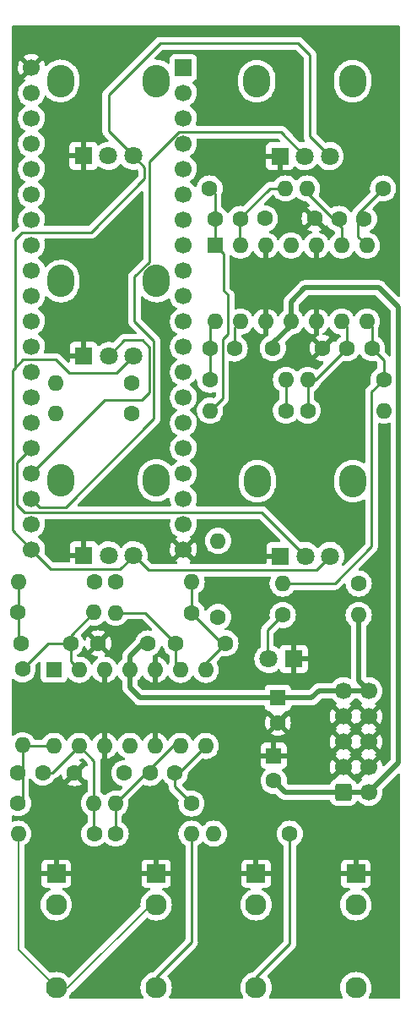
<source format=gbr>
%TF.GenerationSoftware,KiCad,Pcbnew,6.0.10+dfsg-1~bpo11+1*%
%TF.CreationDate,2023-02-09T22:21:13+08:00*%
%TF.ProjectId,MiniVerb v1.1 - Main,4d696e69-5665-4726-9220-76312e31202d,rev?*%
%TF.SameCoordinates,Original*%
%TF.FileFunction,Copper,L1,Top*%
%TF.FilePolarity,Positive*%
%FSLAX46Y46*%
G04 Gerber Fmt 4.6, Leading zero omitted, Abs format (unit mm)*
G04 Created by KiCad (PCBNEW 6.0.10+dfsg-1~bpo11+1) date 2023-02-09 22:21:13*
%MOMM*%
%LPD*%
G01*
G04 APERTURE LIST*
G04 Aperture macros list*
%AMRoundRect*
0 Rectangle with rounded corners*
0 $1 Rounding radius*
0 $2 $3 $4 $5 $6 $7 $8 $9 X,Y pos of 4 corners*
0 Add a 4 corners polygon primitive as box body*
4,1,4,$2,$3,$4,$5,$6,$7,$8,$9,$2,$3,0*
0 Add four circle primitives for the rounded corners*
1,1,$1+$1,$2,$3*
1,1,$1+$1,$4,$5*
1,1,$1+$1,$6,$7*
1,1,$1+$1,$8,$9*
0 Add four rect primitives between the rounded corners*
20,1,$1+$1,$2,$3,$4,$5,0*
20,1,$1+$1,$4,$5,$6,$7,0*
20,1,$1+$1,$6,$7,$8,$9,0*
20,1,$1+$1,$8,$9,$2,$3,0*%
G04 Aperture macros list end*
%TA.AperFunction,ComponentPad*%
%ADD10R,1.930000X1.830000*%
%TD*%
%TA.AperFunction,ComponentPad*%
%ADD11C,2.130000*%
%TD*%
%TA.AperFunction,ComponentPad*%
%ADD12O,2.720000X3.240000*%
%TD*%
%TA.AperFunction,ComponentPad*%
%ADD13R,1.800000X1.800000*%
%TD*%
%TA.AperFunction,ComponentPad*%
%ADD14C,1.800000*%
%TD*%
%TA.AperFunction,ComponentPad*%
%ADD15C,1.600000*%
%TD*%
%TA.AperFunction,ComponentPad*%
%ADD16O,1.600000X1.600000*%
%TD*%
%TA.AperFunction,ComponentPad*%
%ADD17R,1.600000X1.600000*%
%TD*%
%TA.AperFunction,ComponentPad*%
%ADD18RoundRect,0.250000X-0.600000X-0.600000X0.600000X-0.600000X0.600000X0.600000X-0.600000X0.600000X0*%
%TD*%
%TA.AperFunction,ComponentPad*%
%ADD19C,1.700000*%
%TD*%
%TA.AperFunction,ComponentPad*%
%ADD20R,1.700000X1.700000*%
%TD*%
%TA.AperFunction,ViaPad*%
%ADD21C,0.800000*%
%TD*%
%TA.AperFunction,Conductor*%
%ADD22C,0.200000*%
%TD*%
%TA.AperFunction,Conductor*%
%ADD23C,0.250000*%
%TD*%
%TA.AperFunction,Conductor*%
%ADD24C,0.500000*%
%TD*%
G04 APERTURE END LIST*
D10*
%TO.P,AUDIO_OUT1,S*%
%TO.N,GND*%
X99995000Y-135414000D03*
D11*
%TO.P,AUDIO_OUT1,T*%
%TO.N,Net-(AUDIO_OUT1-PadT)*%
X99995000Y-146814000D03*
%TO.P,AUDIO_OUT1,TN*%
%TO.N,unconnected-(AUDIO_OUT1-PadTN)*%
X99995000Y-138514000D03*
%TD*%
D12*
%TO.P,POT_FBK1,*%
%TO.N,*%
X80400000Y-76075000D03*
X90000000Y-76075000D03*
D13*
%TO.P,POT_FBK1,1,1*%
%TO.N,GND*%
X82700000Y-83575000D03*
D14*
%TO.P,POT_FBK1,2,2*%
%TO.N,FEEDBACK*%
X85200000Y-83575000D03*
%TO.P,POT_FBK1,3,3*%
%TO.N,3V3_A*%
X87700000Y-83575000D03*
%TD*%
D12*
%TO.P,POT_DRY1,*%
%TO.N,*%
X89975000Y-56025000D03*
X80375000Y-56025000D03*
D13*
%TO.P,POT_DRY1,1,1*%
%TO.N,GND*%
X82675000Y-63525000D03*
D14*
%TO.P,POT_DRY1,2,2*%
%TO.N,DRY*%
X85175000Y-63525000D03*
%TO.P,POT_DRY1,3,3*%
%TO.N,3V3_A*%
X87675000Y-63525000D03*
%TD*%
D15*
%TO.P,R1,1*%
%TO.N,Net-(C1-Pad2)*%
X87485000Y-86250000D03*
D16*
%TO.P,R1,2*%
%TO.N,INT_AUDIO_OUT1*%
X79865000Y-86250000D03*
%TD*%
D10*
%TO.P,AUDIO_IN2,S*%
%TO.N,GND*%
X89971000Y-135414000D03*
D11*
%TO.P,AUDIO_IN2,T*%
%TO.N,Net-(AUDIO_IN2-PadT)*%
X89971000Y-146814000D03*
%TO.P,AUDIO_IN2,TN*%
%TO.N,Net-(AUDIO_IN1-PadT)*%
X89971000Y-138514000D03*
%TD*%
D10*
%TO.P,AUDIO_IN1,S*%
%TO.N,GND*%
X79945000Y-135414000D03*
D11*
%TO.P,AUDIO_IN1,T*%
%TO.N,Net-(AUDIO_IN1-PadT)*%
X79945000Y-146814000D03*
%TO.P,AUDIO_IN1,TN*%
%TO.N,unconnected-(AUDIO_IN1-PadTN)*%
X79945000Y-138514000D03*
%TD*%
D12*
%TO.P,POT_WET1,*%
%TO.N,*%
X100075000Y-56050000D03*
X109675000Y-56050000D03*
D13*
%TO.P,POT_WET1,1,1*%
%TO.N,GND*%
X102375000Y-63550000D03*
D14*
%TO.P,POT_WET1,2,2*%
%TO.N,WET*%
X104875000Y-63550000D03*
%TO.P,POT_WET1,3,3*%
%TO.N,3V3_A*%
X107375000Y-63550000D03*
%TD*%
D12*
%TO.P,POT_LPF1,*%
%TO.N,*%
X90000000Y-96025000D03*
X80400000Y-96025000D03*
D13*
%TO.P,POT_LPF1,1,1*%
%TO.N,GND*%
X82700000Y-103525000D03*
D14*
%TO.P,POT_LPF1,2,2*%
%TO.N,LPF*%
X85200000Y-103525000D03*
%TO.P,POT_LPF1,3,3*%
%TO.N,3V3_A*%
X87700000Y-103525000D03*
%TD*%
D10*
%TO.P,AUDIO_OUT2,S*%
%TO.N,GND*%
X109995000Y-135420000D03*
D11*
%TO.P,AUDIO_OUT2,T*%
%TO.N,Net-(AUDIO_OUT2-PadT)*%
X109995000Y-146820000D03*
%TO.P,AUDIO_OUT2,TN*%
%TO.N,unconnected-(AUDIO_OUT2-PadTN)*%
X109995000Y-138520000D03*
%TD*%
D12*
%TO.P,POT_MOD1,*%
%TO.N,*%
X100125000Y-96096088D03*
X109725000Y-96096088D03*
D13*
%TO.P,POT_MOD1,1,1*%
%TO.N,GND*%
X102425000Y-103596088D03*
D14*
%TO.P,POT_MOD1,2,2*%
%TO.N,MOD*%
X104925000Y-103596088D03*
%TO.P,POT_MOD1,3,3*%
%TO.N,3V3_A*%
X107425000Y-103596088D03*
%TD*%
D15*
%TO.P,R16,1*%
%TO.N,Net-(C7-Pad2)*%
X87485000Y-89350000D03*
D16*
%TO.P,R16,2*%
%TO.N,INT_AUDIO_OUT2*%
X79865000Y-89350000D03*
%TD*%
D13*
%TO.P,D1,1,K*%
%TO.N,GND*%
X103775000Y-113900000D03*
D14*
%TO.P,D1,2,A*%
%TO.N,Net-(D1-Pad2)*%
X101235000Y-113900000D03*
%TD*%
D15*
%TO.P,R3,1*%
%TO.N,Net-(C1-Pad1)*%
X95325000Y-66795000D03*
D16*
%TO.P,R3,2*%
%TO.N,Net-(C1-Pad2)*%
X102945000Y-66795000D03*
%TD*%
D15*
%TO.P,C3,1*%
%TO.N,Net-(C3-Pad1)*%
X76395000Y-112320000D03*
%TO.P,C3,2*%
%TO.N,Net-(C3-Pad2)*%
X81395000Y-112320000D03*
%TD*%
%TO.P,R14,1*%
%TO.N,Net-(C6-Pad1)*%
X93535000Y-109270000D03*
D16*
%TO.P,R14,2*%
%TO.N,Net-(C6-Pad2)*%
X85915000Y-109270000D03*
%TD*%
D17*
%TO.P,U1,1*%
%TO.N,Net-(C3-Pad1)*%
X79711088Y-114984903D03*
D16*
%TO.P,U1,2,-*%
%TO.N,Net-(C3-Pad2)*%
X82251088Y-114984903D03*
%TO.P,U1,3,+*%
%TO.N,GND*%
X84791088Y-114984903D03*
%TO.P,U1,4,V+*%
%TO.N,+12V*%
X87331088Y-114984903D03*
%TO.P,U1,5,+*%
%TO.N,GND*%
X89871088Y-114984903D03*
%TO.P,U1,6,-*%
%TO.N,Net-(C6-Pad2)*%
X92411088Y-114984903D03*
%TO.P,U1,7*%
%TO.N,Net-(C6-Pad1)*%
X94951088Y-114984903D03*
%TO.P,U1,8*%
%TO.N,Net-(C5-Pad1)*%
X94951088Y-122604903D03*
%TO.P,U1,9,-*%
%TO.N,Net-(C5-Pad2)*%
X92411088Y-122604903D03*
%TO.P,U1,10,+*%
%TO.N,GND*%
X89871088Y-122604903D03*
%TO.P,U1,11,V-*%
%TO.N,-12V*%
X87331088Y-122604903D03*
%TO.P,U1,12,+*%
%TO.N,GND*%
X84791088Y-122604903D03*
%TO.P,U1,13,-*%
%TO.N,Net-(C2-Pad2)*%
X82251088Y-122604903D03*
%TO.P,U1,14*%
%TO.N,Net-(C2-Pad1)*%
X79711088Y-122604903D03*
%TD*%
D15*
%TO.P,C14,1*%
%TO.N,GND*%
X106675000Y-82780000D03*
%TO.P,C14,2*%
%TO.N,-12V*%
X101675000Y-82780000D03*
%TD*%
%TO.P,R6,1*%
%TO.N,Net-(C4-Pad2)*%
X102985000Y-89050000D03*
D16*
%TO.P,R6,2*%
%TO.N,Net-(C1-Pad1)*%
X95365000Y-89050000D03*
%TD*%
D15*
%TO.P,C5,1*%
%TO.N,Net-(C5-Pad1)*%
X91836088Y-125324903D03*
%TO.P,C5,2*%
%TO.N,Net-(C5-Pad2)*%
X89336088Y-125324903D03*
%TD*%
%TO.P,R5,1*%
%TO.N,Net-(C3-Pad2)*%
X76561088Y-114924903D03*
D16*
%TO.P,R5,2*%
%TO.N,Net-(C2-Pad1)*%
X76561088Y-122544903D03*
%TD*%
D15*
%TO.P,R12,1*%
%TO.N,Net-(C5-Pad1)*%
X93511088Y-128374903D03*
D16*
%TO.P,R12,2*%
%TO.N,Net-(C5-Pad2)*%
X85891088Y-128374903D03*
%TD*%
D15*
%TO.P,R8,1*%
%TO.N,Net-(C4-Pad1)*%
X95375000Y-85950000D03*
D16*
%TO.P,R8,2*%
%TO.N,Net-(C4-Pad2)*%
X102995000Y-85950000D03*
%TD*%
D15*
%TO.P,C8,1*%
%TO.N,Net-(C8-Pad1)*%
X111625000Y-82800000D03*
%TO.P,C8,2*%
%TO.N,Net-(C8-Pad2)*%
X109125000Y-82800000D03*
%TD*%
%TO.P,R10,1*%
%TO.N,INT_AUDIO_IN1*%
X83745000Y-106180000D03*
D16*
%TO.P,R10,2*%
%TO.N,Net-(C3-Pad1)*%
X76125000Y-106180000D03*
%TD*%
D15*
%TO.P,C2,1*%
%TO.N,Net-(C2-Pad1)*%
X76086088Y-125274903D03*
%TO.P,C2,2*%
%TO.N,Net-(C2-Pad2)*%
X78586088Y-125274903D03*
%TD*%
%TO.P,R13,1*%
%TO.N,Net-(C6-Pad2)*%
X96175000Y-109710000D03*
D16*
%TO.P,R13,2*%
%TO.N,Net-(C5-Pad1)*%
X96175000Y-102090000D03*
%TD*%
D15*
%TO.P,R15,1*%
%TO.N,INT_AUDIO_IN2*%
X85915000Y-106200000D03*
D16*
%TO.P,R15,2*%
%TO.N,Net-(C6-Pad1)*%
X93535000Y-106200000D03*
%TD*%
D15*
%TO.P,R4,1*%
%TO.N,Net-(C2-Pad1)*%
X76116088Y-128349903D03*
D16*
%TO.P,R4,2*%
%TO.N,Net-(C2-Pad2)*%
X83736088Y-128349903D03*
%TD*%
D15*
%TO.P,R7,1*%
%TO.N,Net-(C3-Pad1)*%
X76115000Y-109260000D03*
D16*
%TO.P,R7,2*%
%TO.N,Net-(C3-Pad2)*%
X83735000Y-109260000D03*
%TD*%
D15*
%TO.P,R9,1*%
%TO.N,Net-(AUDIO_OUT1-PadT)*%
X103385000Y-131400000D03*
D16*
%TO.P,R9,2*%
%TO.N,Net-(C4-Pad1)*%
X95765000Y-131400000D03*
%TD*%
D17*
%TO.P,C9,1*%
%TO.N,+12V*%
X102175000Y-117794888D03*
D15*
%TO.P,C9,2*%
%TO.N,GND*%
X102175000Y-120294888D03*
%TD*%
%TO.P,R21,1*%
%TO.N,Net-(D1-Pad2)*%
X102665000Y-109500000D03*
D16*
%TO.P,R21,2*%
%TO.N,+12V*%
X110285000Y-109500000D03*
%TD*%
D15*
%TO.P,R19,1*%
%TO.N,Net-(C8-Pad1)*%
X112785000Y-85950000D03*
D16*
%TO.P,R19,2*%
%TO.N,Net-(C8-Pad2)*%
X105165000Y-85950000D03*
%TD*%
D15*
%TO.P,C6,1*%
%TO.N,Net-(C6-Pad1)*%
X96925000Y-112330000D03*
%TO.P,C6,2*%
%TO.N,Net-(C6-Pad2)*%
X91925000Y-112330000D03*
%TD*%
%TO.P,R17,1*%
%TO.N,Net-(C7-Pad1)*%
X112735000Y-66795000D03*
D16*
%TO.P,R17,2*%
%TO.N,Net-(C7-Pad2)*%
X105115000Y-66795000D03*
%TD*%
D15*
%TO.P,R11,1*%
%TO.N,Net-(C5-Pad2)*%
X85901088Y-131399903D03*
D16*
%TO.P,R11,2*%
%TO.N,Net-(AUDIO_IN2-PadT)*%
X93521088Y-131399903D03*
%TD*%
D15*
%TO.P,R20,1*%
%TO.N,Net-(AUDIO_OUT2-PadT)*%
X110285000Y-106350000D03*
D16*
%TO.P,R20,2*%
%TO.N,Net-(C8-Pad1)*%
X102665000Y-106350000D03*
%TD*%
D17*
%TO.P,C10,1*%
%TO.N,GND*%
X101759000Y-123600000D03*
D15*
%TO.P,C10,2*%
%TO.N,-12V*%
X101759000Y-126100000D03*
%TD*%
%TO.P,C13,1*%
%TO.N,+12V*%
X100875000Y-69800000D03*
%TO.P,C13,2*%
%TO.N,GND*%
X105875000Y-69800000D03*
%TD*%
D17*
%TO.P,U2,1*%
%TO.N,Net-(C1-Pad1)*%
X95875000Y-72500000D03*
D16*
%TO.P,U2,2,-*%
%TO.N,Net-(C1-Pad2)*%
X98415000Y-72500000D03*
%TO.P,U2,3,+*%
%TO.N,GND*%
X100955000Y-72500000D03*
%TO.P,U2,4,V+*%
%TO.N,+12V*%
X103495000Y-72500000D03*
%TO.P,U2,5,+*%
%TO.N,GND*%
X106035000Y-72500000D03*
%TO.P,U2,6,-*%
%TO.N,Net-(C7-Pad2)*%
X108575000Y-72500000D03*
%TO.P,U2,7*%
%TO.N,Net-(C7-Pad1)*%
X111115000Y-72500000D03*
%TO.P,U2,8*%
%TO.N,Net-(C8-Pad1)*%
X111115000Y-80120000D03*
%TO.P,U2,9,-*%
%TO.N,Net-(C8-Pad2)*%
X108575000Y-80120000D03*
%TO.P,U2,10,+*%
%TO.N,GND*%
X106035000Y-80120000D03*
%TO.P,U2,11,V-*%
%TO.N,-12V*%
X103495000Y-80120000D03*
%TO.P,U2,12,+*%
%TO.N,GND*%
X100955000Y-80120000D03*
%TO.P,U2,13,-*%
%TO.N,Net-(C4-Pad2)*%
X98415000Y-80120000D03*
%TO.P,U2,14*%
%TO.N,Net-(C4-Pad1)*%
X95875000Y-80120000D03*
%TD*%
D18*
%TO.P,J1,1,Pin_1*%
%TO.N,-12V*%
X108747500Y-127255000D03*
D19*
%TO.P,J1,2,Pin_2*%
X111287500Y-127255000D03*
%TO.P,J1,3,Pin_3*%
%TO.N,GND*%
X108747500Y-124715000D03*
%TO.P,J1,4,Pin_4*%
X111287500Y-124715000D03*
%TO.P,J1,5,Pin_5*%
X108747500Y-122175000D03*
%TO.P,J1,6,Pin_6*%
X111287500Y-122175000D03*
%TO.P,J1,7,Pin_7*%
X108747500Y-119635000D03*
%TO.P,J1,8,Pin_8*%
X111287500Y-119635000D03*
%TO.P,J1,9,Pin_9*%
%TO.N,+12V*%
X108747500Y-117095000D03*
%TO.P,J1,10,Pin_10*%
X111287500Y-117095000D03*
%TD*%
D15*
%TO.P,C11,1*%
%TO.N,+12V*%
X89155000Y-112340000D03*
%TO.P,C11,2*%
%TO.N,GND*%
X84155000Y-112340000D03*
%TD*%
%TO.P,C4,1*%
%TO.N,Net-(C4-Pad1)*%
X95355000Y-82810000D03*
%TO.P,C4,2*%
%TO.N,Net-(C4-Pad2)*%
X97855000Y-82810000D03*
%TD*%
%TO.P,C12,1*%
%TO.N,GND*%
X81786088Y-125324903D03*
%TO.P,C12,2*%
%TO.N,-12V*%
X86786088Y-125324903D03*
%TD*%
%TO.P,C7,1*%
%TO.N,Net-(C7-Pad1)*%
X110825000Y-69850000D03*
%TO.P,C7,2*%
%TO.N,Net-(C7-Pad2)*%
X108325000Y-69850000D03*
%TD*%
D20*
%TO.P,A1,1,USB_HS_ID*%
%TO.N,unconnected-(A1-Pad1)*%
X92702500Y-54700000D03*
D19*
%TO.P,A1,2,SDMMC1_D3*%
%TO.N,unconnected-(A1-Pad2)*%
X92702500Y-57240000D03*
%TO.P,A1,3,SDMMC1_D2*%
%TO.N,unconnected-(A1-Pad3)*%
X92702500Y-59780000D03*
%TO.P,A1,4,SDMMC1_D1*%
%TO.N,unconnected-(A1-Pad4)*%
X92702500Y-62320000D03*
%TO.P,A1,5,SDMMC1_D0*%
%TO.N,unconnected-(A1-Pad5)*%
X92702500Y-64860000D03*
%TO.P,A1,6,SDMMC1_CMD*%
%TO.N,unconnected-(A1-Pad6)*%
X92702500Y-67400000D03*
%TO.P,A1,7,SDMMC1_CK*%
%TO.N,unconnected-(A1-Pad7)*%
X92702500Y-69940000D03*
%TO.P,A1,8,SPI1_NSS*%
%TO.N,unconnected-(A1-Pad8)*%
X92702500Y-72480000D03*
%TO.P,A1,9,SPI1_SCK*%
%TO.N,unconnected-(A1-Pad9)*%
X92702500Y-75020000D03*
%TO.P,A1,10,SPI1_MISO*%
%TO.N,unconnected-(A1-Pad10)*%
X92702500Y-77560000D03*
%TO.P,A1,11,SPI1_MOSI*%
%TO.N,unconnected-(A1-Pad11)*%
X92702500Y-80100000D03*
%TO.P,A1,12,I2C1_SCL*%
%TO.N,unconnected-(A1-Pad12)*%
X92702500Y-82640000D03*
%TO.P,A1,13,I2C1_SDA*%
%TO.N,unconnected-(A1-Pad13)*%
X92702500Y-85180000D03*
%TO.P,A1,14,USART1_TX*%
%TO.N,unconnected-(A1-Pad14)*%
X92702500Y-87720000D03*
%TO.P,A1,15,USART1_RX*%
%TO.N,unconnected-(A1-Pad15)*%
X92702500Y-90260000D03*
%TO.P,A1,16,AUDIO_IN_L*%
%TO.N,INT_AUDIO_IN1*%
X92702500Y-92800000D03*
%TO.P,A1,17,AUDIO_IN_R*%
%TO.N,INT_AUDIO_IN2*%
X92702500Y-95340000D03*
%TO.P,A1,18,AUDIO_OUT_L*%
%TO.N,INT_AUDIO_OUT1*%
X92702500Y-97880000D03*
%TO.P,A1,19,AUDIO_OUT_R*%
%TO.N,INT_AUDIO_OUT2*%
X92702500Y-100420000D03*
%TO.P,A1,20,AGND*%
%TO.N,GND*%
X92702500Y-102960000D03*
%TO.P,A1,21,3V3_A*%
%TO.N,3V3_A*%
X77462500Y-102960000D03*
%TO.P,A1,22,ADC_INP10*%
%TO.N,DRY*%
X77462500Y-100420000D03*
%TO.P,A1,23,ADC_INP15*%
%TO.N,WET*%
X77462500Y-97880000D03*
%TO.P,A1,24,ADC_INP5*%
%TO.N,FEEDBACK*%
X77462500Y-95340000D03*
%TO.P,A1,25,ADC_INP7*%
%TO.N,MOD*%
X77462500Y-92800000D03*
%TO.P,A1,26,ADC_INP3*%
%TO.N,LPF*%
X77462500Y-90260000D03*
%TO.P,A1,27,ADC_INP11*%
%TO.N,unconnected-(A1-Pad27)*%
X77462500Y-87720000D03*
%TO.P,A1,28,ADC1_INP4*%
%TO.N,unconnected-(A1-Pad28)*%
X77462500Y-85180000D03*
%TO.P,A1,29,DAC1_OUT2*%
%TO.N,unconnected-(A1-Pad29)*%
X77462500Y-82640000D03*
%TO.P,A1,30,DAC1_OUT1*%
%TO.N,unconnected-(A1-Pad30)*%
X77462500Y-80100000D03*
%TO.P,A1,31,SAI2_MCLK_B*%
%TO.N,unconnected-(A1-Pad31)*%
X77462500Y-77560000D03*
%TO.P,A1,32,SAI2_SD_B*%
%TO.N,unconnected-(A1-Pad32)*%
X77462500Y-75020000D03*
%TO.P,A1,33,SAI2_SD_A*%
%TO.N,unconnected-(A1-Pad33)*%
X77462500Y-72480000D03*
%TO.P,A1,34,SAI2_FS_B*%
%TO.N,unconnected-(A1-Pad34)*%
X77462500Y-69940000D03*
%TO.P,A1,35,SAI2_SCK_B*%
%TO.N,unconnected-(A1-Pad35)*%
X77462500Y-67400000D03*
%TO.P,A1,36,USB_HS_D_-*%
%TO.N,unconnected-(A1-Pad36)*%
X77462500Y-64860000D03*
%TO.P,A1,37,USB_HS_D_+*%
%TO.N,unconnected-(A1-Pad37)*%
X77462500Y-62320000D03*
%TO.P,A1,38,3V3_D*%
%TO.N,3V3_D*%
X77462500Y-59780000D03*
%TO.P,A1,39,VIN*%
%TO.N,+12V*%
X77462500Y-57240000D03*
%TO.P,A1,40,GND*%
%TO.N,GND*%
X77462500Y-54700000D03*
%TD*%
D15*
%TO.P,R18,1*%
%TO.N,Net-(C8-Pad2)*%
X105165000Y-89050000D03*
D16*
%TO.P,R18,2*%
%TO.N,Net-(C7-Pad1)*%
X112785000Y-89050000D03*
%TD*%
D15*
%TO.P,R2,1*%
%TO.N,Net-(C2-Pad2)*%
X83746088Y-131399903D03*
D16*
%TO.P,R2,2*%
%TO.N,Net-(AUDIO_IN1-PadT)*%
X76126088Y-131399903D03*
%TD*%
D15*
%TO.P,C1,1*%
%TO.N,Net-(C1-Pad1)*%
X95925000Y-69850000D03*
%TO.P,C1,2*%
%TO.N,Net-(C1-Pad2)*%
X98425000Y-69850000D03*
%TD*%
D21*
%TO.N,GND*%
X78800000Y-51400000D03*
X95700000Y-119800000D03*
X112600000Y-59500000D03*
X108700000Y-61200000D03*
X104700000Y-108000000D03*
X87200000Y-52100000D03*
X109900000Y-91700000D03*
X89100000Y-132900000D03*
X83200000Y-55500000D03*
X113500000Y-134700000D03*
X86700000Y-145100000D03*
X86434878Y-139334878D03*
X86400000Y-137600000D03*
X81700000Y-61400000D03*
X82900000Y-118500000D03*
X109400000Y-89100000D03*
X82900000Y-53500000D03*
X104900000Y-134400000D03*
X97300000Y-90000000D03*
X96500000Y-97300000D03*
X111600000Y-63200000D03*
X112600000Y-111900000D03*
X99700000Y-106800000D03*
X108600000Y-100700000D03*
X97400000Y-134500000D03*
X108300000Y-67100000D03*
X83500000Y-140700000D03*
X93600000Y-120000000D03*
X107400000Y-61100000D03*
X110900000Y-59600000D03*
X86500000Y-111900000D03*
X81800000Y-79000000D03*
X77700000Y-134700000D03*
X83900000Y-59600000D03*
X110700000Y-141300000D03*
X100300000Y-75900000D03*
X101100000Y-88000000D03*
X96900000Y-128200000D03*
X109000000Y-85100000D03*
X109600000Y-86500000D03*
X84000000Y-75600000D03*
X78050000Y-141120000D03*
X81280000Y-144350000D03*
X111900000Y-114000000D03*
X94300000Y-144600000D03*
X88900000Y-131200000D03*
X106200000Y-93600000D03*
X80000000Y-103000000D03*
X97600000Y-94600000D03*
X86700000Y-98200000D03*
X98100000Y-86500000D03*
X90800000Y-119600000D03*
X112500000Y-136300000D03*
X111700000Y-75300000D03*
X110100000Y-65200000D03*
X112700000Y-107300000D03*
X101800000Y-78200000D03*
X82397219Y-143372538D03*
X101600000Y-132900000D03*
X107700000Y-86300000D03*
X112300000Y-109600000D03*
X106900000Y-54200000D03*
X105000000Y-138100000D03*
X95800000Y-134200000D03*
X80000000Y-81800000D03*
X81700000Y-127800000D03*
X81400000Y-72600000D03*
X81700000Y-73700000D03*
X97400000Y-63800000D03*
X112500000Y-129500000D03*
X107200000Y-56600000D03*
X97200000Y-140000000D03*
X113000000Y-144200000D03*
X108600000Y-60200000D03*
X85000000Y-52000000D03*
X86400000Y-135100000D03*
X107300000Y-88100000D03*
X78500000Y-128200000D03*
X83800000Y-72200000D03*
X80100000Y-52100000D03*
X105400000Y-146700000D03*
X107100000Y-59500000D03*
X105300000Y-142900000D03*
X103400000Y-75900000D03*
X80400000Y-131400000D03*
X77800000Y-118700000D03*
X83000000Y-74700000D03*
X107960068Y-114986771D03*
X101100000Y-86800000D03*
X112400000Y-63400000D03*
X96100000Y-125000000D03*
X88400000Y-130200000D03*
X104500000Y-110900000D03*
X109600000Y-66900000D03*
X107200000Y-90100000D03*
X79400000Y-79800000D03*
X96000000Y-92900000D03*
X96100000Y-147000000D03*
X98800000Y-64400000D03*
X80300000Y-129700000D03*
X77500000Y-51200000D03*
X77600000Y-52200000D03*
X95300000Y-91500000D03*
X78900000Y-131800000D03*
X86000000Y-119800000D03*
X107800000Y-99100000D03*
X79500000Y-117500000D03*
X97100000Y-143900000D03*
X96700000Y-57000000D03*
X97800000Y-126600000D03*
X82900000Y-77300000D03*
X109100000Y-130500000D03*
X81400000Y-120200000D03*
X84700000Y-137900000D03*
X101100000Y-89300000D03*
X108800000Y-92900000D03*
X90600000Y-103600000D03*
X100900000Y-107900000D03*
X76900000Y-117700000D03*
X101800000Y-76800000D03*
X103700000Y-125100000D03*
X83300000Y-60500000D03*
X108000000Y-112200000D03*
X110300000Y-85100000D03*
X97700000Y-124100000D03*
X112200000Y-103900000D03*
X100000000Y-109700000D03*
X83200000Y-134700000D03*
X108400000Y-75200000D03*
X83810000Y-146490000D03*
X83600000Y-80900000D03*
X113800000Y-127400000D03*
X83000000Y-52500000D03*
X110100000Y-88000000D03*
X107500000Y-91900000D03*
X80600000Y-60600000D03*
X90300000Y-92100000D03*
X104600000Y-82200000D03*
X79600000Y-72900000D03*
X90900000Y-131500000D03*
X104100000Y-122000000D03*
X94700000Y-125700000D03*
X84800000Y-53800000D03*
X103100000Y-97500000D03*
X103878106Y-83327556D03*
X85600000Y-118100000D03*
X112900000Y-130700000D03*
X103600000Y-56500000D03*
X104500000Y-123300000D03*
X83700000Y-73500000D03*
X106600000Y-145200000D03*
X81900000Y-80900000D03*
X103200000Y-145500000D03*
X101800000Y-98700000D03*
X107000000Y-65800000D03*
X107100000Y-95000000D03*
X103400000Y-98900000D03*
X99700000Y-111300000D03*
X103000000Y-96400000D03*
X107800000Y-140400000D03*
X97900000Y-92400000D03*
X112900000Y-53900000D03*
X87500000Y-111000000D03*
X80800000Y-118400000D03*
X104400000Y-91300000D03*
X109700000Y-141300000D03*
X98100000Y-122300000D03*
X93200000Y-146100000D03*
X78900000Y-119900000D03*
X83600000Y-79500000D03*
X112700000Y-105300000D03*
X98100000Y-85300000D03*
X100400000Y-142000000D03*
X103300000Y-58500000D03*
X90300000Y-93100000D03*
X79000000Y-52900000D03*
X109900000Y-74900000D03*
X108300000Y-110600000D03*
X109000000Y-113800000D03*
X95300000Y-141100000D03*
X111400000Y-131400000D03*
X91400000Y-120400000D03*
X88600000Y-120100000D03*
X109700000Y-100000000D03*
X102000000Y-75500000D03*
X96100000Y-138600000D03*
X87800000Y-94500000D03*
%TD*%
D22*
%TO.N,Net-(AUDIO_IN1-PadT)*%
X76126088Y-131399903D02*
X76126088Y-142995088D01*
X89416000Y-138514000D02*
X81116000Y-146814000D01*
X76126088Y-142995088D02*
X79945000Y-146814000D01*
X89971000Y-138514000D02*
X89416000Y-138514000D01*
X81116000Y-146814000D02*
X79945000Y-146814000D01*
D23*
%TO.N,Net-(AUDIO_IN2-PadT)*%
X93521088Y-131399903D02*
X93521088Y-142261000D01*
X93521088Y-142261000D02*
X89971000Y-145811088D01*
%TO.N,Net-(AUDIO_OUT1-PadT)*%
X103385000Y-142421088D02*
X99995000Y-145811088D01*
X103385000Y-131400000D02*
X103385000Y-142421088D01*
%TO.N,Net-(C1-Pad2)*%
X98375000Y-69800000D02*
X98375000Y-72460000D01*
X98375000Y-72460000D02*
X98415000Y-72500000D01*
X101380000Y-66795000D02*
X98375000Y-69800000D01*
X102945000Y-66795000D02*
X101380000Y-66795000D01*
%TO.N,Net-(C1-Pad1)*%
X95325000Y-66795000D02*
X95875000Y-67345000D01*
X96625000Y-87790000D02*
X96625000Y-81920284D01*
X95875000Y-67345000D02*
X95875000Y-72500000D01*
X95365000Y-89050000D02*
X96625000Y-87790000D01*
X97200000Y-81345284D02*
X97200000Y-77500000D01*
X96700000Y-73325000D02*
X95875000Y-72500000D01*
X97200000Y-77500000D02*
X96700000Y-77000000D01*
X96625000Y-81920284D02*
X97200000Y-81345284D01*
X96700000Y-77000000D02*
X96700000Y-73325000D01*
%TO.N,Net-(C2-Pad2)*%
X82251088Y-122604903D02*
X83736088Y-124089903D01*
X83736088Y-128349903D02*
X83736088Y-131389903D01*
X79581088Y-125274903D02*
X78586088Y-125274903D01*
X83736088Y-124089903D02*
X83736088Y-128349903D01*
X82251088Y-122604903D02*
X79581088Y-125274903D01*
X83736088Y-131389903D02*
X83746088Y-131399903D01*
%TO.N,Net-(C2-Pad1)*%
X79711088Y-122604903D02*
X76621088Y-122604903D01*
X76561088Y-122544903D02*
X76561088Y-127904903D01*
X76621088Y-122604903D02*
X76561088Y-122544903D01*
X76561088Y-127904903D02*
X76116088Y-128349903D01*
%TO.N,Net-(C3-Pad1)*%
X76125000Y-106180000D02*
X76125000Y-112050000D01*
X76125000Y-112050000D02*
X76395000Y-112320000D01*
%TO.N,Net-(C4-Pad2)*%
X98415000Y-80120000D02*
X97855000Y-80680000D01*
X102995000Y-89040000D02*
X102985000Y-89050000D01*
X102995000Y-85950000D02*
X102995000Y-89040000D01*
X97855000Y-80680000D02*
X97855000Y-82810000D01*
%TO.N,Net-(C4-Pad1)*%
X95375000Y-85950000D02*
X95375000Y-82830000D01*
X95355000Y-82810000D02*
X95355000Y-80640000D01*
X95355000Y-80640000D02*
X95875000Y-80120000D01*
X95375000Y-82830000D02*
X95355000Y-82810000D01*
%TO.N,Net-(C5-Pad2)*%
X85891088Y-128374903D02*
X85891088Y-131389903D01*
X85891088Y-131389903D02*
X85901088Y-131399903D01*
X85891088Y-128374903D02*
X91661088Y-122604903D01*
X91661088Y-122604903D02*
X92411088Y-122604903D01*
%TO.N,Net-(C5-Pad1)*%
X91836088Y-126699903D02*
X93511088Y-128374903D01*
X94951088Y-122604903D02*
X92231088Y-125324903D01*
X91836088Y-125324903D02*
X91836088Y-126699903D01*
X92231088Y-125324903D02*
X91836088Y-125324903D01*
%TO.N,Net-(C6-Pad1)*%
X96595000Y-112330000D02*
X96925000Y-112330000D01*
X93535000Y-109270000D02*
X96595000Y-112330000D01*
X93535000Y-106200000D02*
X93535000Y-109270000D01*
X96925000Y-112330000D02*
X94951088Y-114303912D01*
X94951088Y-114303912D02*
X94951088Y-114984903D01*
%TO.N,Net-(C7-Pad2)*%
X108575000Y-72500000D02*
X108575000Y-70700000D01*
X107725000Y-69850000D02*
X105115000Y-67240000D01*
X108575000Y-70700000D02*
X107725000Y-69850000D01*
X105115000Y-67240000D02*
X105115000Y-66795000D01*
%TO.N,Net-(C7-Pad1)*%
X112735000Y-66795000D02*
X110225000Y-69305000D01*
X110225000Y-69305000D02*
X110225000Y-69850000D01*
X110225000Y-71610000D02*
X111115000Y-72500000D01*
X110225000Y-69850000D02*
X110225000Y-71610000D01*
%TO.N,Net-(C8-Pad1)*%
X111625000Y-82800000D02*
X112785000Y-83960000D01*
X111575000Y-102650000D02*
X107875000Y-106350000D01*
X111575000Y-87160000D02*
X111575000Y-102650000D01*
X107875000Y-106350000D02*
X102665000Y-106350000D01*
X112785000Y-83960000D02*
X112785000Y-85950000D01*
X111115000Y-80120000D02*
X111625000Y-80630000D01*
X111625000Y-80630000D02*
X111625000Y-82800000D01*
X112785000Y-85950000D02*
X111575000Y-87160000D01*
D24*
%TO.N,+12V*%
X110285000Y-109500000D02*
X110285000Y-116092500D01*
X87331088Y-116756088D02*
X88369888Y-117794888D01*
X111287500Y-117095000D02*
X106280000Y-117095000D01*
X106280000Y-117095000D02*
X105575000Y-117800000D01*
X88635000Y-112340000D02*
X87331088Y-113643912D01*
X110285000Y-116092500D02*
X111287500Y-117095000D01*
X87331088Y-114984903D02*
X87331088Y-116756088D01*
X87331088Y-113643912D02*
X87331088Y-114984903D01*
X105575000Y-117800000D02*
X102180112Y-117800000D01*
X89155000Y-112340000D02*
X88635000Y-112340000D01*
X88369888Y-117794888D02*
X102175000Y-117794888D01*
%TO.N,-12V*%
X103495000Y-80120000D02*
X103495000Y-78130000D01*
X111287500Y-127255000D02*
X102914000Y-127255000D01*
X114275000Y-78700000D02*
X114275000Y-124267500D01*
X101675000Y-82325000D02*
X101675000Y-82780000D01*
X104875000Y-76750000D02*
X112325000Y-76750000D01*
X103495000Y-78130000D02*
X104875000Y-76750000D01*
X112325000Y-76750000D02*
X114275000Y-78700000D01*
X114275000Y-124267500D02*
X111287500Y-127255000D01*
X102914000Y-127255000D02*
X101759000Y-126100000D01*
X103495000Y-80505000D02*
X101675000Y-82325000D01*
X103495000Y-80310000D02*
X103495000Y-80505000D01*
D23*
%TO.N,Net-(D1-Pad2)*%
X102665000Y-109500000D02*
X101125000Y-111040000D01*
X101125000Y-113790000D02*
X101160000Y-113825000D01*
X101125000Y-111040000D02*
X101125000Y-113790000D01*
%TO.N,3V3_A*%
X83425000Y-71200000D02*
X88800000Y-65825000D01*
X75550499Y-101047999D02*
X75550499Y-85024501D01*
X87625000Y-83675000D02*
X87625000Y-83575000D01*
X86350000Y-104900000D02*
X79402500Y-104900000D01*
X85200000Y-61050000D02*
X85200000Y-57425000D01*
X75550499Y-85024501D02*
X76625000Y-83950000D01*
X107425000Y-103596088D02*
X106021088Y-105000000D01*
X85200000Y-57425000D02*
X90375000Y-52250000D01*
X79925000Y-83950000D02*
X81275000Y-85300000D01*
X79402500Y-104900000D02*
X77462500Y-102960000D01*
X87675000Y-63525000D02*
X85200000Y-61050000D01*
X75825000Y-84800000D02*
X75825000Y-71900000D01*
X104225000Y-52250000D02*
X105400000Y-53425000D01*
X105400000Y-61600000D02*
X107375000Y-63575000D01*
X106021088Y-105000000D02*
X89200000Y-105000000D01*
X86000000Y-85300000D02*
X87625000Y-83675000D01*
X88800000Y-65825000D02*
X88800000Y-64650000D01*
X88800000Y-64650000D02*
X87675000Y-63525000D01*
X81275000Y-85300000D02*
X86000000Y-85300000D01*
X76525000Y-71200000D02*
X83425000Y-71200000D01*
X75825000Y-71900000D02*
X76525000Y-71200000D01*
X105400000Y-53425000D02*
X105400000Y-61600000D01*
X76625000Y-83950000D02*
X79925000Y-83950000D01*
X89200000Y-105000000D02*
X87725000Y-103525000D01*
X90375000Y-52250000D02*
X104225000Y-52250000D01*
X87725000Y-103525000D02*
X86350000Y-104900000D01*
X77462500Y-102960000D02*
X75550499Y-101047999D01*
%TO.N,FEEDBACK*%
X88600000Y-82000000D02*
X89300000Y-82700000D01*
X88500000Y-88000000D02*
X84802500Y-88000000D01*
X84802500Y-88000000D02*
X77462500Y-95340000D01*
X89300000Y-87200000D02*
X88500000Y-88000000D01*
X85200000Y-83575000D02*
X86775000Y-82000000D01*
X86775000Y-82000000D02*
X88600000Y-82000000D01*
X89300000Y-82700000D02*
X89300000Y-87200000D01*
%TO.N,MOD*%
X76000000Y-98500000D02*
X76000000Y-94262500D01*
X100573912Y-99245000D02*
X76745000Y-99245000D01*
X104925000Y-103596088D02*
X100573912Y-99245000D01*
X76000000Y-94262500D02*
X77462500Y-92800000D01*
X76745000Y-99245000D02*
X76000000Y-98500000D01*
%TO.N,WET*%
X89300000Y-74132050D02*
X87800000Y-75632050D01*
X104875000Y-63550000D02*
X102470000Y-61145000D01*
X89749501Y-82049501D02*
X89749501Y-89850499D01*
X92215799Y-61145000D02*
X89300000Y-64060799D01*
X80870000Y-98730000D02*
X78312500Y-98730000D01*
X89749501Y-89850499D02*
X80870000Y-98730000D01*
X102470000Y-61145000D02*
X92215799Y-61145000D01*
X78312500Y-98730000D02*
X77462500Y-97880000D01*
X89300000Y-64060799D02*
X89300000Y-74132050D01*
X87800000Y-75632050D02*
X87800000Y-80100000D01*
X87800000Y-80100000D02*
X89749501Y-82049501D01*
%TO.N,Net-(C3-Pad2)*%
X81395000Y-114128815D02*
X82251088Y-114984903D01*
X83735000Y-109260000D02*
X81395000Y-111600000D01*
X81395000Y-112320000D02*
X79165991Y-112320000D01*
X79165991Y-112320000D02*
X76561088Y-114924903D01*
X81395000Y-111600000D02*
X81395000Y-112320000D01*
X81395000Y-112320000D02*
X81395000Y-114128815D01*
%TO.N,Net-(C6-Pad2)*%
X85915000Y-109270000D02*
X88865000Y-109270000D01*
X88865000Y-109270000D02*
X91925000Y-112330000D01*
X91925000Y-114498815D02*
X92411088Y-114984903D01*
X91925000Y-112330000D02*
X91925000Y-114498815D01*
%TO.N,Net-(C8-Pad2)*%
X105975000Y-85950000D02*
X109125000Y-82800000D01*
X105165000Y-85950000D02*
X105165000Y-89050000D01*
X109125000Y-82800000D02*
X109125000Y-80670000D01*
X105165000Y-85950000D02*
X105975000Y-85950000D01*
X109125000Y-80670000D02*
X108575000Y-80120000D01*
%TD*%
%TA.AperFunction,Conductor*%
%TO.N,GND*%
G36*
X113472254Y-90254570D02*
G01*
X113511111Y-90313990D01*
X113516500Y-90350446D01*
X113516500Y-123901129D01*
X113496498Y-123969250D01*
X113479595Y-123990224D01*
X112850484Y-124619335D01*
X112788172Y-124653361D01*
X112717357Y-124648296D01*
X112660521Y-124605749D01*
X112635813Y-124540564D01*
X112632281Y-124497603D01*
X112630596Y-124487424D01*
X112578714Y-124280875D01*
X112575394Y-124271124D01*
X112490472Y-124075814D01*
X112485605Y-124066739D01*
X112420563Y-123966197D01*
X112409877Y-123956995D01*
X112400312Y-123961398D01*
X110534237Y-125827473D01*
X110527477Y-125839853D01*
X110532758Y-125846907D01*
X110579469Y-125874203D01*
X110628193Y-125925841D01*
X110641264Y-125995624D01*
X110614533Y-126061396D01*
X110574084Y-126094752D01*
X110561107Y-126101507D01*
X110556974Y-126104610D01*
X110556971Y-126104612D01*
X110386600Y-126232530D01*
X110382465Y-126235635D01*
X110283487Y-126339210D01*
X110248527Y-126375793D01*
X110187003Y-126411223D01*
X110116090Y-126407766D01*
X110058304Y-126366520D01*
X110043333Y-126342194D01*
X110041365Y-126337993D01*
X110039050Y-126331054D01*
X109945978Y-126180652D01*
X109820803Y-126055695D01*
X109805740Y-126046410D01*
X109676468Y-125966725D01*
X109676466Y-125966724D01*
X109670238Y-125962885D01*
X109602927Y-125940559D01*
X109595140Y-125937976D01*
X109536780Y-125897545D01*
X109526229Y-125872146D01*
X109523924Y-125873370D01*
X109498160Y-125824870D01*
X108760312Y-125087022D01*
X108746368Y-125079408D01*
X108744535Y-125079539D01*
X108737920Y-125083790D01*
X107994237Y-125827473D01*
X107971485Y-125869139D01*
X107969277Y-125879287D01*
X107919074Y-125929488D01*
X107898567Y-125938424D01*
X107823554Y-125963450D01*
X107673152Y-126056522D01*
X107548195Y-126181697D01*
X107544355Y-126187927D01*
X107544354Y-126187928D01*
X107459966Y-126324831D01*
X107455385Y-126332262D01*
X107436251Y-126389949D01*
X107429545Y-126410167D01*
X107389114Y-126468527D01*
X107323550Y-126495764D01*
X107309952Y-126496500D01*
X103280371Y-126496500D01*
X103212250Y-126476498D01*
X103191276Y-126459595D01*
X103094671Y-126362990D01*
X103060645Y-126300678D01*
X103058245Y-126262913D01*
X103072019Y-126105475D01*
X103072498Y-126100000D01*
X103052543Y-125871913D01*
X103049598Y-125860921D01*
X102994707Y-125656067D01*
X102994706Y-125656065D01*
X102993284Y-125650757D01*
X102990961Y-125645775D01*
X102898849Y-125448238D01*
X102898846Y-125448233D01*
X102896523Y-125443251D01*
X102799107Y-125304127D01*
X102768357Y-125260211D01*
X102768355Y-125260208D01*
X102765198Y-125255700D01*
X102619078Y-125109580D01*
X102585052Y-125047268D01*
X102590117Y-124976453D01*
X102632664Y-124919617D01*
X102669606Y-124902317D01*
X102669207Y-124901252D01*
X102797054Y-124853324D01*
X102812649Y-124844786D01*
X102914724Y-124768285D01*
X102927285Y-124755724D01*
X102978893Y-124686863D01*
X107385550Y-124686863D01*
X107397809Y-124899477D01*
X107399245Y-124909697D01*
X107446065Y-125117446D01*
X107449145Y-125127275D01*
X107529270Y-125324603D01*
X107533913Y-125333794D01*
X107613960Y-125464420D01*
X107624416Y-125473880D01*
X107633194Y-125470096D01*
X108375478Y-124727812D01*
X108381856Y-124716132D01*
X109111908Y-124716132D01*
X109112039Y-124717965D01*
X109116290Y-124724580D01*
X109857974Y-125466264D01*
X109869984Y-125472823D01*
X109881723Y-125463855D01*
X109915522Y-125416819D01*
X109916649Y-125417629D01*
X109964159Y-125373881D01*
X110034096Y-125361661D01*
X110099538Y-125389191D01*
X110127370Y-125421029D01*
X110153959Y-125464419D01*
X110164416Y-125473880D01*
X110173194Y-125470096D01*
X110915478Y-124727812D01*
X110923092Y-124713868D01*
X110922961Y-124712035D01*
X110918710Y-124705420D01*
X110177349Y-123964059D01*
X110165813Y-123957759D01*
X110153528Y-123967384D01*
X110120692Y-124015520D01*
X110065781Y-124060523D01*
X109995256Y-124068694D01*
X109931509Y-124037440D01*
X109910811Y-124012955D01*
X109880562Y-123966197D01*
X109869877Y-123956995D01*
X109860312Y-123961398D01*
X109119522Y-124702188D01*
X109111908Y-124716132D01*
X108381856Y-124716132D01*
X108383092Y-124713868D01*
X108382961Y-124712035D01*
X108378710Y-124705420D01*
X107637349Y-123964059D01*
X107625813Y-123957759D01*
X107613531Y-123967382D01*
X107565589Y-124037662D01*
X107560504Y-124046613D01*
X107470838Y-124239783D01*
X107467275Y-124249470D01*
X107410364Y-124454681D01*
X107408433Y-124464800D01*
X107385802Y-124676574D01*
X107385550Y-124686863D01*
X102978893Y-124686863D01*
X103003786Y-124653649D01*
X103012324Y-124638054D01*
X103057478Y-124517606D01*
X103061105Y-124502351D01*
X103066631Y-124451486D01*
X103067000Y-124444672D01*
X103067000Y-123872115D01*
X103062525Y-123856876D01*
X103061135Y-123855671D01*
X103053452Y-123854000D01*
X100469116Y-123854000D01*
X100453877Y-123858475D01*
X100452672Y-123859865D01*
X100451001Y-123867548D01*
X100451001Y-124444669D01*
X100451371Y-124451490D01*
X100456895Y-124502352D01*
X100460521Y-124517604D01*
X100505676Y-124638054D01*
X100514214Y-124653649D01*
X100590715Y-124755724D01*
X100603276Y-124768285D01*
X100705351Y-124844786D01*
X100720946Y-124853324D01*
X100848793Y-124901252D01*
X100848096Y-124903112D01*
X100900628Y-124933131D01*
X100933442Y-124996090D01*
X100927008Y-125066794D01*
X100898922Y-125109580D01*
X100752802Y-125255700D01*
X100749645Y-125260208D01*
X100749643Y-125260211D01*
X100718893Y-125304127D01*
X100621477Y-125443251D01*
X100619154Y-125448233D01*
X100619151Y-125448238D01*
X100527039Y-125645775D01*
X100524716Y-125650757D01*
X100523294Y-125656065D01*
X100523293Y-125656067D01*
X100468402Y-125860921D01*
X100465457Y-125871913D01*
X100445502Y-126100000D01*
X100465457Y-126328087D01*
X100466881Y-126333400D01*
X100466881Y-126333402D01*
X100516262Y-126517691D01*
X100524716Y-126549243D01*
X100527039Y-126554224D01*
X100527039Y-126554225D01*
X100619151Y-126751762D01*
X100619154Y-126751767D01*
X100621477Y-126756749D01*
X100665235Y-126819242D01*
X100729517Y-126911045D01*
X100752802Y-126944300D01*
X100914700Y-127106198D01*
X100919208Y-127109355D01*
X100919211Y-127109357D01*
X100967176Y-127142942D01*
X101102251Y-127237523D01*
X101107233Y-127239846D01*
X101107238Y-127239849D01*
X101275350Y-127318240D01*
X101309757Y-127334284D01*
X101315065Y-127335706D01*
X101315067Y-127335707D01*
X101525598Y-127392119D01*
X101525600Y-127392119D01*
X101530913Y-127393543D01*
X101759000Y-127413498D01*
X101764475Y-127413019D01*
X101921913Y-127399245D01*
X101991518Y-127413234D01*
X102021990Y-127435671D01*
X102330230Y-127743911D01*
X102342616Y-127758323D01*
X102351149Y-127769918D01*
X102351154Y-127769923D01*
X102355492Y-127775818D01*
X102361070Y-127780557D01*
X102361073Y-127780560D01*
X102395768Y-127810035D01*
X102403284Y-127816965D01*
X102408980Y-127822661D01*
X102411841Y-127824924D01*
X102411846Y-127824929D01*
X102431266Y-127840293D01*
X102434667Y-127843082D01*
X102490285Y-127890333D01*
X102496798Y-127893659D01*
X102501837Y-127897020D01*
X102506979Y-127900196D01*
X102512716Y-127904734D01*
X102578875Y-127935655D01*
X102582769Y-127937558D01*
X102647808Y-127970769D01*
X102654917Y-127972508D01*
X102660551Y-127974604D01*
X102666321Y-127976523D01*
X102672950Y-127979622D01*
X102680113Y-127981112D01*
X102680116Y-127981113D01*
X102730830Y-127991661D01*
X102744435Y-127994491D01*
X102748701Y-127995457D01*
X102819610Y-128012808D01*
X102825212Y-128013156D01*
X102825215Y-128013156D01*
X102830764Y-128013500D01*
X102830762Y-128013535D01*
X102834734Y-128013775D01*
X102838955Y-128014152D01*
X102846115Y-128015641D01*
X102923542Y-128013546D01*
X102926950Y-128013500D01*
X107309962Y-128013500D01*
X107378083Y-128033502D01*
X107424576Y-128087158D01*
X107429486Y-128099624D01*
X107443455Y-128141494D01*
X107455950Y-128178946D01*
X107549022Y-128329348D01*
X107674197Y-128454305D01*
X107680427Y-128458145D01*
X107680428Y-128458146D01*
X107817590Y-128542694D01*
X107824762Y-128547115D01*
X107878871Y-128565062D01*
X107986111Y-128600632D01*
X107986113Y-128600632D01*
X107992639Y-128602797D01*
X107999475Y-128603497D01*
X107999478Y-128603498D01*
X108038872Y-128607534D01*
X108097100Y-128613500D01*
X109397900Y-128613500D01*
X109401146Y-128613163D01*
X109401150Y-128613163D01*
X109496808Y-128603238D01*
X109496812Y-128603237D01*
X109503666Y-128602526D01*
X109510202Y-128600345D01*
X109510204Y-128600345D01*
X109642306Y-128556272D01*
X109671446Y-128546550D01*
X109821848Y-128453478D01*
X109946805Y-128328303D01*
X110039615Y-128177738D01*
X110041918Y-128170795D01*
X110044263Y-128165766D01*
X110091180Y-128112481D01*
X110159458Y-128093021D01*
X110227418Y-128113564D01*
X110253694Y-128136520D01*
X110330360Y-128225025D01*
X110333750Y-128228938D01*
X110505626Y-128371632D01*
X110698500Y-128484338D01*
X110907192Y-128564030D01*
X110912260Y-128565061D01*
X110912263Y-128565062D01*
X110975807Y-128577990D01*
X111126097Y-128608567D01*
X111131272Y-128608757D01*
X111131274Y-128608757D01*
X111344173Y-128616564D01*
X111344177Y-128616564D01*
X111349337Y-128616753D01*
X111354457Y-128616097D01*
X111354459Y-128616097D01*
X111565788Y-128589025D01*
X111565789Y-128589025D01*
X111570916Y-128588368D01*
X111587792Y-128583305D01*
X111779929Y-128525661D01*
X111779934Y-128525659D01*
X111784884Y-128524174D01*
X111985494Y-128425896D01*
X112167360Y-128296173D01*
X112325596Y-128138489D01*
X112455953Y-127957077D01*
X112465599Y-127937561D01*
X112552636Y-127761453D01*
X112552637Y-127761451D01*
X112554930Y-127756811D01*
X112619870Y-127543069D01*
X112649029Y-127321590D01*
X112650656Y-127255000D01*
X112633370Y-127044747D01*
X112647723Y-126975219D01*
X112669851Y-126945330D01*
X114251405Y-125363776D01*
X114313717Y-125329750D01*
X114384532Y-125334815D01*
X114441368Y-125377362D01*
X114466179Y-125443882D01*
X114466500Y-125452871D01*
X114466500Y-147765500D01*
X114446498Y-147833621D01*
X114392842Y-147880114D01*
X114340500Y-147891500D01*
X111408818Y-147891500D01*
X111340697Y-147871498D01*
X111294204Y-147817842D01*
X111284100Y-147747568D01*
X111301385Y-147699665D01*
X111398748Y-147540783D01*
X111401334Y-147536563D01*
X111403820Y-147530563D01*
X111494221Y-147312315D01*
X111494222Y-147312313D01*
X111496115Y-147307742D01*
X111519526Y-147210230D01*
X111552779Y-147071724D01*
X111552780Y-147071718D01*
X111553934Y-147066911D01*
X111573366Y-146820000D01*
X111553934Y-146573089D01*
X111552780Y-146568282D01*
X111552779Y-146568276D01*
X111497270Y-146337070D01*
X111496115Y-146332258D01*
X111491736Y-146321685D01*
X111403229Y-146108011D01*
X111403227Y-146108007D01*
X111401334Y-146103437D01*
X111271925Y-145892260D01*
X111111073Y-145703927D01*
X110922740Y-145543075D01*
X110711563Y-145413666D01*
X110706993Y-145411773D01*
X110706989Y-145411771D01*
X110487315Y-145320779D01*
X110487313Y-145320778D01*
X110482742Y-145318885D01*
X110396225Y-145298114D01*
X110246724Y-145262221D01*
X110246718Y-145262220D01*
X110241911Y-145261066D01*
X109995000Y-145241634D01*
X109748089Y-145261066D01*
X109743282Y-145262220D01*
X109743276Y-145262221D01*
X109593775Y-145298114D01*
X109507258Y-145318885D01*
X109502687Y-145320778D01*
X109502685Y-145320779D01*
X109283011Y-145411771D01*
X109283007Y-145411773D01*
X109278437Y-145413666D01*
X109067260Y-145543075D01*
X108878927Y-145703927D01*
X108718075Y-145892260D01*
X108588666Y-146103437D01*
X108586773Y-146108007D01*
X108586771Y-146108011D01*
X108498264Y-146321685D01*
X108493885Y-146332258D01*
X108492730Y-146337070D01*
X108437221Y-146568276D01*
X108437220Y-146568282D01*
X108436066Y-146573089D01*
X108416634Y-146820000D01*
X108436066Y-147066911D01*
X108437220Y-147071718D01*
X108437221Y-147071724D01*
X108470474Y-147210230D01*
X108493885Y-147307742D01*
X108495778Y-147312313D01*
X108495779Y-147312315D01*
X108586181Y-147530563D01*
X108588666Y-147536563D01*
X108591252Y-147540783D01*
X108688615Y-147699665D01*
X108707153Y-147768199D01*
X108685697Y-147835875D01*
X108631057Y-147881208D01*
X108581182Y-147891500D01*
X101405142Y-147891500D01*
X101337021Y-147871498D01*
X101290528Y-147817842D01*
X101280424Y-147747568D01*
X101297709Y-147699666D01*
X101398745Y-147534789D01*
X101398748Y-147534782D01*
X101401334Y-147530563D01*
X101496115Y-147301742D01*
X101552494Y-147066911D01*
X101552779Y-147065724D01*
X101552780Y-147065718D01*
X101553934Y-147060911D01*
X101573366Y-146814000D01*
X101553934Y-146567089D01*
X101552780Y-146562282D01*
X101552779Y-146562276D01*
X101497270Y-146331070D01*
X101496115Y-146326258D01*
X101494219Y-146321680D01*
X101403229Y-146102011D01*
X101403227Y-146102007D01*
X101401334Y-146097437D01*
X101271925Y-145886260D01*
X101137423Y-145728779D01*
X101108392Y-145663989D01*
X101118997Y-145593789D01*
X101144139Y-145557853D01*
X103777253Y-142924740D01*
X103785539Y-142917200D01*
X103792018Y-142913088D01*
X103838644Y-142863436D01*
X103841398Y-142860595D01*
X103861135Y-142840858D01*
X103863615Y-142837661D01*
X103871320Y-142828639D01*
X103896159Y-142802188D01*
X103901586Y-142796409D01*
X103905405Y-142789463D01*
X103905407Y-142789460D01*
X103911348Y-142778654D01*
X103922199Y-142762135D01*
X103926439Y-142756668D01*
X103934614Y-142746129D01*
X103937759Y-142738860D01*
X103937762Y-142738856D01*
X103952174Y-142705551D01*
X103957391Y-142694901D01*
X103978695Y-142656148D01*
X103983733Y-142636525D01*
X103990137Y-142617822D01*
X103995033Y-142606508D01*
X103995033Y-142606507D01*
X103998181Y-142599233D01*
X103999420Y-142591410D01*
X103999423Y-142591400D01*
X104005099Y-142555564D01*
X104007505Y-142543944D01*
X104016528Y-142508799D01*
X104016528Y-142508798D01*
X104018500Y-142501118D01*
X104018500Y-142480864D01*
X104020051Y-142461153D01*
X104021980Y-142448974D01*
X104023220Y-142441145D01*
X104019059Y-142397126D01*
X104018500Y-142385269D01*
X104018500Y-138520000D01*
X108416634Y-138520000D01*
X108436066Y-138766911D01*
X108437220Y-138771718D01*
X108437221Y-138771724D01*
X108473499Y-138922830D01*
X108493885Y-139007742D01*
X108495778Y-139012313D01*
X108495779Y-139012315D01*
X108586181Y-139230563D01*
X108588666Y-139236563D01*
X108718075Y-139447740D01*
X108858138Y-139611733D01*
X108873803Y-139630073D01*
X108878927Y-139636073D01*
X109067260Y-139796925D01*
X109278437Y-139926334D01*
X109283007Y-139928227D01*
X109283011Y-139928229D01*
X109495561Y-140016270D01*
X109507258Y-140021115D01*
X109592170Y-140041501D01*
X109743276Y-140077779D01*
X109743282Y-140077780D01*
X109748089Y-140078934D01*
X109995000Y-140098366D01*
X110241911Y-140078934D01*
X110246718Y-140077780D01*
X110246724Y-140077779D01*
X110397830Y-140041501D01*
X110482742Y-140021115D01*
X110494439Y-140016270D01*
X110706989Y-139928229D01*
X110706993Y-139928227D01*
X110711563Y-139926334D01*
X110922740Y-139796925D01*
X111111073Y-139636073D01*
X111116198Y-139630073D01*
X111131862Y-139611733D01*
X111271925Y-139447740D01*
X111401334Y-139236563D01*
X111403820Y-139230563D01*
X111494221Y-139012315D01*
X111494222Y-139012313D01*
X111496115Y-139007742D01*
X111516501Y-138922830D01*
X111552779Y-138771724D01*
X111552780Y-138771718D01*
X111553934Y-138766911D01*
X111573366Y-138520000D01*
X111553934Y-138273089D01*
X111552780Y-138268282D01*
X111552779Y-138268276D01*
X111497270Y-138037070D01*
X111496115Y-138032258D01*
X111401334Y-137803437D01*
X111271925Y-137592260D01*
X111111073Y-137403927D01*
X110922740Y-137243075D01*
X110711563Y-137113666D01*
X110643342Y-137085408D01*
X110588062Y-137040859D01*
X110565641Y-136973496D01*
X110583199Y-136904705D01*
X110635162Y-136856326D01*
X110691561Y-136842999D01*
X111004669Y-136842999D01*
X111011490Y-136842629D01*
X111062352Y-136837105D01*
X111077604Y-136833479D01*
X111198054Y-136788324D01*
X111213649Y-136779786D01*
X111315724Y-136703285D01*
X111328285Y-136690724D01*
X111404786Y-136588649D01*
X111413324Y-136573054D01*
X111458478Y-136452606D01*
X111462105Y-136437351D01*
X111467631Y-136386486D01*
X111468000Y-136379672D01*
X111468000Y-135692115D01*
X111463525Y-135676876D01*
X111462135Y-135675671D01*
X111454452Y-135674000D01*
X108540116Y-135674000D01*
X108524877Y-135678475D01*
X108523672Y-135679865D01*
X108522001Y-135687548D01*
X108522001Y-136379669D01*
X108522371Y-136386490D01*
X108527895Y-136437352D01*
X108531521Y-136452604D01*
X108576676Y-136573054D01*
X108585214Y-136588649D01*
X108661715Y-136690724D01*
X108674276Y-136703285D01*
X108776351Y-136779786D01*
X108791946Y-136788324D01*
X108912394Y-136833478D01*
X108927649Y-136837105D01*
X108978514Y-136842631D01*
X108985328Y-136843000D01*
X109298438Y-136843000D01*
X109366559Y-136863002D01*
X109413052Y-136916658D01*
X109423156Y-136986932D01*
X109393662Y-137051512D01*
X109346657Y-137085408D01*
X109318360Y-137097129D01*
X109283011Y-137111771D01*
X109283007Y-137111773D01*
X109278437Y-137113666D01*
X109067260Y-137243075D01*
X108878927Y-137403927D01*
X108718075Y-137592260D01*
X108588666Y-137803437D01*
X108493885Y-138032258D01*
X108492730Y-138037070D01*
X108437221Y-138268276D01*
X108437220Y-138268282D01*
X108436066Y-138273089D01*
X108416634Y-138520000D01*
X104018500Y-138520000D01*
X104018500Y-135147885D01*
X108522000Y-135147885D01*
X108526475Y-135163124D01*
X108527865Y-135164329D01*
X108535548Y-135166000D01*
X109722885Y-135166000D01*
X109738124Y-135161525D01*
X109739329Y-135160135D01*
X109741000Y-135152452D01*
X109741000Y-135147885D01*
X110249000Y-135147885D01*
X110253475Y-135163124D01*
X110254865Y-135164329D01*
X110262548Y-135166000D01*
X111449884Y-135166000D01*
X111465123Y-135161525D01*
X111466328Y-135160135D01*
X111467999Y-135152452D01*
X111467999Y-134460331D01*
X111467629Y-134453510D01*
X111462105Y-134402648D01*
X111458479Y-134387396D01*
X111413324Y-134266946D01*
X111404786Y-134251351D01*
X111328285Y-134149276D01*
X111315724Y-134136715D01*
X111213649Y-134060214D01*
X111198054Y-134051676D01*
X111077606Y-134006522D01*
X111062351Y-134002895D01*
X111011486Y-133997369D01*
X111004672Y-133997000D01*
X110267115Y-133997000D01*
X110251876Y-134001475D01*
X110250671Y-134002865D01*
X110249000Y-134010548D01*
X110249000Y-135147885D01*
X109741000Y-135147885D01*
X109741000Y-134015116D01*
X109736525Y-133999877D01*
X109735135Y-133998672D01*
X109727452Y-133997001D01*
X108985331Y-133997001D01*
X108978510Y-133997371D01*
X108927648Y-134002895D01*
X108912396Y-134006521D01*
X108791946Y-134051676D01*
X108776351Y-134060214D01*
X108674276Y-134136715D01*
X108661715Y-134149276D01*
X108585214Y-134251351D01*
X108576676Y-134266946D01*
X108531522Y-134387394D01*
X108527895Y-134402649D01*
X108522369Y-134453514D01*
X108522000Y-134460328D01*
X108522000Y-135147885D01*
X104018500Y-135147885D01*
X104018500Y-132619394D01*
X104038502Y-132551273D01*
X104072229Y-132516181D01*
X104224789Y-132409357D01*
X104224792Y-132409355D01*
X104229300Y-132406198D01*
X104391198Y-132244300D01*
X104402633Y-132227970D01*
X104519366Y-132061257D01*
X104522523Y-132056749D01*
X104524846Y-132051767D01*
X104524849Y-132051762D01*
X104616961Y-131854225D01*
X104616961Y-131854224D01*
X104619284Y-131849243D01*
X104678543Y-131628087D01*
X104698498Y-131400000D01*
X104678543Y-131171913D01*
X104619284Y-130950757D01*
X104616916Y-130945678D01*
X104524849Y-130748238D01*
X104524846Y-130748233D01*
X104522523Y-130743251D01*
X104434748Y-130617896D01*
X104394357Y-130560211D01*
X104394355Y-130560208D01*
X104391198Y-130555700D01*
X104229300Y-130393802D01*
X104224792Y-130390645D01*
X104224789Y-130390643D01*
X104146611Y-130335902D01*
X104041749Y-130262477D01*
X104036767Y-130260154D01*
X104036762Y-130260151D01*
X103839225Y-130168039D01*
X103839224Y-130168039D01*
X103834243Y-130165716D01*
X103828935Y-130164294D01*
X103828933Y-130164293D01*
X103618402Y-130107881D01*
X103618400Y-130107881D01*
X103613087Y-130106457D01*
X103385000Y-130086502D01*
X103156913Y-130106457D01*
X103151600Y-130107881D01*
X103151598Y-130107881D01*
X102941067Y-130164293D01*
X102941065Y-130164294D01*
X102935757Y-130165716D01*
X102930776Y-130168039D01*
X102930775Y-130168039D01*
X102733238Y-130260151D01*
X102733233Y-130260154D01*
X102728251Y-130262477D01*
X102623389Y-130335902D01*
X102545211Y-130390643D01*
X102545208Y-130390645D01*
X102540700Y-130393802D01*
X102378802Y-130555700D01*
X102375645Y-130560208D01*
X102375643Y-130560211D01*
X102335252Y-130617896D01*
X102247477Y-130743251D01*
X102245154Y-130748233D01*
X102245151Y-130748238D01*
X102153084Y-130945678D01*
X102150716Y-130950757D01*
X102091457Y-131171913D01*
X102071502Y-131400000D01*
X102091457Y-131628087D01*
X102150716Y-131849243D01*
X102153039Y-131854224D01*
X102153039Y-131854225D01*
X102245151Y-132051762D01*
X102245154Y-132051767D01*
X102247477Y-132056749D01*
X102250634Y-132061257D01*
X102367368Y-132227970D01*
X102378802Y-132244300D01*
X102540700Y-132406198D01*
X102545208Y-132409355D01*
X102545211Y-132409357D01*
X102697771Y-132516181D01*
X102742099Y-132571638D01*
X102751500Y-132619394D01*
X102751500Y-142106494D01*
X102731498Y-142174615D01*
X102714595Y-142195589D01*
X99650873Y-145259310D01*
X99591192Y-145292734D01*
X99555897Y-145301208D01*
X99507258Y-145312885D01*
X99502687Y-145314778D01*
X99502685Y-145314779D01*
X99283011Y-145405771D01*
X99283007Y-145405773D01*
X99278437Y-145407666D01*
X99067260Y-145537075D01*
X98878927Y-145697927D01*
X98875719Y-145701683D01*
X98870595Y-145707683D01*
X98718075Y-145886260D01*
X98588666Y-146097437D01*
X98586773Y-146102007D01*
X98586771Y-146102011D01*
X98495781Y-146321680D01*
X98493885Y-146326258D01*
X98492730Y-146331070D01*
X98437221Y-146562276D01*
X98437220Y-146562282D01*
X98436066Y-146567089D01*
X98416634Y-146814000D01*
X98436066Y-147060911D01*
X98437220Y-147065718D01*
X98437221Y-147065724D01*
X98437506Y-147066911D01*
X98493885Y-147301742D01*
X98588666Y-147530563D01*
X98591252Y-147534782D01*
X98591255Y-147534789D01*
X98692291Y-147699666D01*
X98710829Y-147768199D01*
X98689372Y-147835876D01*
X98634733Y-147881209D01*
X98584858Y-147891500D01*
X91381142Y-147891500D01*
X91313021Y-147871498D01*
X91266528Y-147817842D01*
X91256424Y-147747568D01*
X91273709Y-147699666D01*
X91374745Y-147534789D01*
X91374748Y-147534782D01*
X91377334Y-147530563D01*
X91472115Y-147301742D01*
X91528494Y-147066911D01*
X91528779Y-147065724D01*
X91528780Y-147065718D01*
X91529934Y-147060911D01*
X91549366Y-146814000D01*
X91529934Y-146567089D01*
X91528780Y-146562282D01*
X91528779Y-146562276D01*
X91473270Y-146331070D01*
X91472115Y-146326258D01*
X91470219Y-146321680D01*
X91379229Y-146102011D01*
X91379227Y-146102007D01*
X91377334Y-146097437D01*
X91247925Y-145886260D01*
X91113423Y-145728779D01*
X91084392Y-145663989D01*
X91094997Y-145593789D01*
X91120139Y-145557853D01*
X93913335Y-142764657D01*
X93921625Y-142757113D01*
X93928106Y-142753000D01*
X93974747Y-142703332D01*
X93977501Y-142700491D01*
X93997223Y-142680769D01*
X93999700Y-142677576D01*
X94007405Y-142668555D01*
X94032247Y-142642100D01*
X94037674Y-142636321D01*
X94042841Y-142626922D01*
X94047434Y-142618568D01*
X94058290Y-142602041D01*
X94065845Y-142592302D01*
X94065846Y-142592300D01*
X94070702Y-142586040D01*
X94088262Y-142545460D01*
X94093479Y-142534812D01*
X94110963Y-142503009D01*
X94110964Y-142503007D01*
X94114783Y-142496060D01*
X94119821Y-142476437D01*
X94126225Y-142457734D01*
X94131121Y-142446420D01*
X94131121Y-142446419D01*
X94134269Y-142439145D01*
X94135508Y-142431322D01*
X94135511Y-142431312D01*
X94141187Y-142395476D01*
X94143593Y-142383856D01*
X94152616Y-142348711D01*
X94152616Y-142348710D01*
X94154588Y-142341030D01*
X94154588Y-142320776D01*
X94156139Y-142301065D01*
X94158068Y-142288886D01*
X94159308Y-142281057D01*
X94155147Y-142237038D01*
X94154588Y-142225181D01*
X94154588Y-138514000D01*
X98416634Y-138514000D01*
X98436066Y-138760911D01*
X98437220Y-138765718D01*
X98437221Y-138765724D01*
X98437506Y-138766911D01*
X98493885Y-139001742D01*
X98588666Y-139230563D01*
X98718075Y-139441740D01*
X98878927Y-139630073D01*
X99067260Y-139790925D01*
X99278437Y-139920334D01*
X99283007Y-139922227D01*
X99283011Y-139922229D01*
X99502685Y-140013221D01*
X99507258Y-140015115D01*
X99592170Y-140035501D01*
X99743276Y-140071779D01*
X99743282Y-140071780D01*
X99748089Y-140072934D01*
X99995000Y-140092366D01*
X100241911Y-140072934D01*
X100246718Y-140071780D01*
X100246724Y-140071779D01*
X100397830Y-140035501D01*
X100482742Y-140015115D01*
X100487315Y-140013221D01*
X100706989Y-139922229D01*
X100706993Y-139922227D01*
X100711563Y-139920334D01*
X100922740Y-139790925D01*
X101111073Y-139630073D01*
X101271925Y-139441740D01*
X101401334Y-139230563D01*
X101496115Y-139001742D01*
X101552494Y-138766911D01*
X101552779Y-138765724D01*
X101552780Y-138765718D01*
X101553934Y-138760911D01*
X101573366Y-138514000D01*
X101553934Y-138267089D01*
X101552780Y-138262282D01*
X101552779Y-138262276D01*
X101497270Y-138031070D01*
X101496115Y-138026258D01*
X101405714Y-137808011D01*
X101403229Y-137802011D01*
X101403227Y-137802007D01*
X101401334Y-137797437D01*
X101271925Y-137586260D01*
X101119405Y-137407683D01*
X101114281Y-137401683D01*
X101111073Y-137397927D01*
X100922740Y-137237075D01*
X100711563Y-137107666D01*
X100643342Y-137079408D01*
X100588062Y-137034859D01*
X100565641Y-136967496D01*
X100583199Y-136898705D01*
X100635162Y-136850326D01*
X100691561Y-136836999D01*
X101004669Y-136836999D01*
X101011490Y-136836629D01*
X101062352Y-136831105D01*
X101077604Y-136827479D01*
X101198054Y-136782324D01*
X101213649Y-136773786D01*
X101315724Y-136697285D01*
X101328285Y-136684724D01*
X101404786Y-136582649D01*
X101413324Y-136567054D01*
X101458478Y-136446606D01*
X101462105Y-136431351D01*
X101467631Y-136380486D01*
X101468000Y-136373672D01*
X101468000Y-135686115D01*
X101463525Y-135670876D01*
X101462135Y-135669671D01*
X101454452Y-135668000D01*
X98540116Y-135668000D01*
X98524877Y-135672475D01*
X98523672Y-135673865D01*
X98522001Y-135681548D01*
X98522001Y-136373669D01*
X98522371Y-136380490D01*
X98527895Y-136431352D01*
X98531521Y-136446604D01*
X98576676Y-136567054D01*
X98585214Y-136582649D01*
X98661715Y-136684724D01*
X98674276Y-136697285D01*
X98776351Y-136773786D01*
X98791946Y-136782324D01*
X98912394Y-136827478D01*
X98927649Y-136831105D01*
X98978514Y-136836631D01*
X98985328Y-136837000D01*
X99298438Y-136837000D01*
X99366559Y-136857002D01*
X99413052Y-136910658D01*
X99423156Y-136980932D01*
X99393662Y-137045512D01*
X99346657Y-137079408D01*
X99332170Y-137085409D01*
X99283011Y-137105771D01*
X99283007Y-137105773D01*
X99278437Y-137107666D01*
X99067260Y-137237075D01*
X98878927Y-137397927D01*
X98875719Y-137401683D01*
X98870595Y-137407683D01*
X98718075Y-137586260D01*
X98588666Y-137797437D01*
X98586773Y-137802007D01*
X98586771Y-137802011D01*
X98584286Y-137808011D01*
X98493885Y-138026258D01*
X98492730Y-138031070D01*
X98437221Y-138262276D01*
X98437220Y-138262282D01*
X98436066Y-138267089D01*
X98416634Y-138514000D01*
X94154588Y-138514000D01*
X94154588Y-135141885D01*
X98522000Y-135141885D01*
X98526475Y-135157124D01*
X98527865Y-135158329D01*
X98535548Y-135160000D01*
X99722885Y-135160000D01*
X99738124Y-135155525D01*
X99739329Y-135154135D01*
X99741000Y-135146452D01*
X99741000Y-135141885D01*
X100249000Y-135141885D01*
X100253475Y-135157124D01*
X100254865Y-135158329D01*
X100262548Y-135160000D01*
X101449884Y-135160000D01*
X101465123Y-135155525D01*
X101466328Y-135154135D01*
X101467999Y-135146452D01*
X101467999Y-134454331D01*
X101467629Y-134447510D01*
X101462105Y-134396648D01*
X101458479Y-134381396D01*
X101413324Y-134260946D01*
X101404786Y-134245351D01*
X101328285Y-134143276D01*
X101315724Y-134130715D01*
X101213649Y-134054214D01*
X101198054Y-134045676D01*
X101077606Y-134000522D01*
X101062351Y-133996895D01*
X101011486Y-133991369D01*
X101004672Y-133991000D01*
X100267115Y-133991000D01*
X100251876Y-133995475D01*
X100250671Y-133996865D01*
X100249000Y-134004548D01*
X100249000Y-135141885D01*
X99741000Y-135141885D01*
X99741000Y-134009116D01*
X99736525Y-133993877D01*
X99735135Y-133992672D01*
X99727452Y-133991001D01*
X98985331Y-133991001D01*
X98978510Y-133991371D01*
X98927648Y-133996895D01*
X98912396Y-134000521D01*
X98791946Y-134045676D01*
X98776351Y-134054214D01*
X98674276Y-134130715D01*
X98661715Y-134143276D01*
X98585214Y-134245351D01*
X98576676Y-134260946D01*
X98531522Y-134381394D01*
X98527895Y-134396649D01*
X98522369Y-134447514D01*
X98522000Y-134454328D01*
X98522000Y-135141885D01*
X94154588Y-135141885D01*
X94154588Y-132619297D01*
X94174590Y-132551176D01*
X94208317Y-132516084D01*
X94360877Y-132409260D01*
X94360880Y-132409258D01*
X94365388Y-132406101D01*
X94527286Y-132244203D01*
X94530445Y-132239692D01*
X94530447Y-132239690D01*
X94539796Y-132226337D01*
X94595253Y-132182007D01*
X94665872Y-132174697D01*
X94729233Y-132206728D01*
X94746221Y-132226333D01*
X94758802Y-132244300D01*
X94920700Y-132406198D01*
X94925208Y-132409355D01*
X94925211Y-132409357D01*
X95003389Y-132464098D01*
X95108251Y-132537523D01*
X95113233Y-132539846D01*
X95113238Y-132539849D01*
X95283617Y-132619297D01*
X95315757Y-132634284D01*
X95321065Y-132635706D01*
X95321067Y-132635707D01*
X95531598Y-132692119D01*
X95531600Y-132692119D01*
X95536913Y-132693543D01*
X95765000Y-132713498D01*
X95993087Y-132693543D01*
X95998400Y-132692119D01*
X95998402Y-132692119D01*
X96208933Y-132635707D01*
X96208935Y-132635706D01*
X96214243Y-132634284D01*
X96246383Y-132619297D01*
X96416762Y-132539849D01*
X96416767Y-132539846D01*
X96421749Y-132537523D01*
X96526611Y-132464098D01*
X96604789Y-132409357D01*
X96604792Y-132409355D01*
X96609300Y-132406198D01*
X96771198Y-132244300D01*
X96782633Y-132227970D01*
X96899366Y-132061257D01*
X96902523Y-132056749D01*
X96904846Y-132051767D01*
X96904849Y-132051762D01*
X96996961Y-131854225D01*
X96996961Y-131854224D01*
X96999284Y-131849243D01*
X97058543Y-131628087D01*
X97078498Y-131400000D01*
X97058543Y-131171913D01*
X96999284Y-130950757D01*
X96996916Y-130945678D01*
X96904849Y-130748238D01*
X96904846Y-130748233D01*
X96902523Y-130743251D01*
X96814748Y-130617896D01*
X96774357Y-130560211D01*
X96774355Y-130560208D01*
X96771198Y-130555700D01*
X96609300Y-130393802D01*
X96604792Y-130390645D01*
X96604789Y-130390643D01*
X96526611Y-130335902D01*
X96421749Y-130262477D01*
X96416767Y-130260154D01*
X96416762Y-130260151D01*
X96219225Y-130168039D01*
X96219224Y-130168039D01*
X96214243Y-130165716D01*
X96208935Y-130164294D01*
X96208933Y-130164293D01*
X95998402Y-130107881D01*
X95998400Y-130107881D01*
X95993087Y-130106457D01*
X95765000Y-130086502D01*
X95536913Y-130106457D01*
X95531600Y-130107881D01*
X95531598Y-130107881D01*
X95321067Y-130164293D01*
X95321065Y-130164294D01*
X95315757Y-130165716D01*
X95310776Y-130168039D01*
X95310775Y-130168039D01*
X95113238Y-130260151D01*
X95113233Y-130260154D01*
X95108251Y-130262477D01*
X95003389Y-130335902D01*
X94925211Y-130390643D01*
X94925208Y-130390645D01*
X94920700Y-130393802D01*
X94758802Y-130555700D01*
X94755647Y-130560206D01*
X94755641Y-130560213D01*
X94746292Y-130573566D01*
X94690835Y-130617896D01*
X94620216Y-130625206D01*
X94556855Y-130593175D01*
X94539867Y-130573570D01*
X94527286Y-130555603D01*
X94365388Y-130393705D01*
X94360880Y-130390548D01*
X94360877Y-130390546D01*
X94218316Y-130290724D01*
X94177837Y-130262380D01*
X94172855Y-130260057D01*
X94172850Y-130260054D01*
X93975313Y-130167942D01*
X93975308Y-130167940D01*
X93970331Y-130165619D01*
X93965023Y-130164197D01*
X93965021Y-130164196D01*
X93754490Y-130107784D01*
X93754488Y-130107784D01*
X93749175Y-130106360D01*
X93521088Y-130086405D01*
X93293001Y-130106360D01*
X93287688Y-130107784D01*
X93287686Y-130107784D01*
X93077155Y-130164196D01*
X93077153Y-130164197D01*
X93071845Y-130165619D01*
X93066868Y-130167940D01*
X93066863Y-130167942D01*
X92869326Y-130260054D01*
X92869321Y-130260057D01*
X92864339Y-130262380D01*
X92823860Y-130290724D01*
X92681299Y-130390546D01*
X92681296Y-130390548D01*
X92676788Y-130393705D01*
X92514890Y-130555603D01*
X92383565Y-130743154D01*
X92381242Y-130748136D01*
X92381239Y-130748141D01*
X92381194Y-130748238D01*
X92286804Y-130950660D01*
X92227545Y-131171816D01*
X92207590Y-131399903D01*
X92227545Y-131627990D01*
X92286804Y-131849146D01*
X92289127Y-131854127D01*
X92289127Y-131854128D01*
X92381239Y-132051665D01*
X92381242Y-132051670D01*
X92383565Y-132056652D01*
X92399166Y-132078932D01*
X92488650Y-132206728D01*
X92514890Y-132244203D01*
X92676788Y-132406101D01*
X92681296Y-132409258D01*
X92681299Y-132409260D01*
X92833859Y-132516084D01*
X92878187Y-132571541D01*
X92887588Y-132619297D01*
X92887588Y-141946406D01*
X92867586Y-142014527D01*
X92850683Y-142035501D01*
X89626873Y-145259310D01*
X89567192Y-145292734D01*
X89531897Y-145301208D01*
X89483258Y-145312885D01*
X89478687Y-145314778D01*
X89478685Y-145314779D01*
X89259011Y-145405771D01*
X89259007Y-145405773D01*
X89254437Y-145407666D01*
X89043260Y-145537075D01*
X88854927Y-145697927D01*
X88851719Y-145701683D01*
X88846595Y-145707683D01*
X88694075Y-145886260D01*
X88564666Y-146097437D01*
X88562773Y-146102007D01*
X88562771Y-146102011D01*
X88471781Y-146321680D01*
X88469885Y-146326258D01*
X88468730Y-146331070D01*
X88413221Y-146562276D01*
X88413220Y-146562282D01*
X88412066Y-146567089D01*
X88392634Y-146814000D01*
X88412066Y-147060911D01*
X88413220Y-147065718D01*
X88413221Y-147065724D01*
X88413506Y-147066911D01*
X88469885Y-147301742D01*
X88564666Y-147530563D01*
X88567252Y-147534782D01*
X88567255Y-147534789D01*
X88668291Y-147699666D01*
X88686829Y-147768199D01*
X88665372Y-147835876D01*
X88610733Y-147881209D01*
X88560858Y-147891500D01*
X81355142Y-147891500D01*
X81287021Y-147871498D01*
X81240528Y-147817842D01*
X81230424Y-147747568D01*
X81247709Y-147699666D01*
X81348745Y-147534789D01*
X81348748Y-147534782D01*
X81351334Y-147530563D01*
X81417438Y-147370973D01*
X81457143Y-147319230D01*
X81518072Y-147272477D01*
X81518075Y-147272474D01*
X81543434Y-147253015D01*
X81549987Y-147247987D01*
X81555017Y-147241432D01*
X81569452Y-147222621D01*
X81580319Y-147210230D01*
X88945966Y-139844583D01*
X89008278Y-139810557D01*
X89079093Y-139815622D01*
X89100895Y-139826245D01*
X89250211Y-139917745D01*
X89250218Y-139917748D01*
X89254437Y-139920334D01*
X89259007Y-139922227D01*
X89259011Y-139922229D01*
X89478685Y-140013221D01*
X89483258Y-140015115D01*
X89568170Y-140035501D01*
X89719276Y-140071779D01*
X89719282Y-140071780D01*
X89724089Y-140072934D01*
X89971000Y-140092366D01*
X90217911Y-140072934D01*
X90222718Y-140071780D01*
X90222724Y-140071779D01*
X90373830Y-140035501D01*
X90458742Y-140015115D01*
X90463315Y-140013221D01*
X90682989Y-139922229D01*
X90682993Y-139922227D01*
X90687563Y-139920334D01*
X90898740Y-139790925D01*
X91087073Y-139630073D01*
X91247925Y-139441740D01*
X91377334Y-139230563D01*
X91472115Y-139001742D01*
X91528494Y-138766911D01*
X91528779Y-138765724D01*
X91528780Y-138765718D01*
X91529934Y-138760911D01*
X91549366Y-138514000D01*
X91529934Y-138267089D01*
X91528780Y-138262282D01*
X91528779Y-138262276D01*
X91473270Y-138031070D01*
X91472115Y-138026258D01*
X91381714Y-137808011D01*
X91379229Y-137802011D01*
X91379227Y-137802007D01*
X91377334Y-137797437D01*
X91247925Y-137586260D01*
X91095405Y-137407683D01*
X91090281Y-137401683D01*
X91087073Y-137397927D01*
X90898740Y-137237075D01*
X90687563Y-137107666D01*
X90619342Y-137079408D01*
X90564062Y-137034859D01*
X90541641Y-136967496D01*
X90559199Y-136898705D01*
X90611162Y-136850326D01*
X90667561Y-136836999D01*
X90980669Y-136836999D01*
X90987490Y-136836629D01*
X91038352Y-136831105D01*
X91053604Y-136827479D01*
X91174054Y-136782324D01*
X91189649Y-136773786D01*
X91291724Y-136697285D01*
X91304285Y-136684724D01*
X91380786Y-136582649D01*
X91389324Y-136567054D01*
X91434478Y-136446606D01*
X91438105Y-136431351D01*
X91443631Y-136380486D01*
X91444000Y-136373672D01*
X91444000Y-135686115D01*
X91439525Y-135670876D01*
X91438135Y-135669671D01*
X91430452Y-135668000D01*
X88516116Y-135668000D01*
X88500877Y-135672475D01*
X88499672Y-135673865D01*
X88498001Y-135681548D01*
X88498001Y-136373669D01*
X88498371Y-136380490D01*
X88503895Y-136431352D01*
X88507521Y-136446604D01*
X88552676Y-136567054D01*
X88561214Y-136582649D01*
X88637715Y-136684724D01*
X88650276Y-136697285D01*
X88752351Y-136773786D01*
X88767946Y-136782324D01*
X88888394Y-136827478D01*
X88903649Y-136831105D01*
X88954514Y-136836631D01*
X88961328Y-136837000D01*
X89274438Y-136837000D01*
X89342559Y-136857002D01*
X89389052Y-136910658D01*
X89399156Y-136980932D01*
X89369662Y-137045512D01*
X89322657Y-137079408D01*
X89308170Y-137085409D01*
X89259011Y-137105771D01*
X89259007Y-137105773D01*
X89254437Y-137107666D01*
X89043260Y-137237075D01*
X88854927Y-137397927D01*
X88851719Y-137401683D01*
X88846595Y-137407683D01*
X88694075Y-137586260D01*
X88564666Y-137797437D01*
X88562773Y-137802007D01*
X88562771Y-137802011D01*
X88560286Y-137808011D01*
X88469885Y-138026258D01*
X88468730Y-138031070D01*
X88413221Y-138262276D01*
X88413220Y-138262282D01*
X88412066Y-138267089D01*
X88392634Y-138514000D01*
X88393022Y-138518930D01*
X88399956Y-138607031D01*
X88385360Y-138676511D01*
X88363439Y-138706012D01*
X81300465Y-145768986D01*
X81238153Y-145803012D01*
X81167338Y-145797947D01*
X81115559Y-145761722D01*
X81061073Y-145697927D01*
X80872740Y-145537075D01*
X80661563Y-145407666D01*
X80656993Y-145405773D01*
X80656989Y-145405771D01*
X80437315Y-145314779D01*
X80437313Y-145314778D01*
X80432742Y-145312885D01*
X80347830Y-145292499D01*
X80196724Y-145256221D01*
X80196718Y-145256220D01*
X80191911Y-145255066D01*
X79945000Y-145235634D01*
X79698089Y-145255066D01*
X79693282Y-145256220D01*
X79693276Y-145256221D01*
X79542170Y-145292499D01*
X79457258Y-145312885D01*
X79452683Y-145314780D01*
X79452680Y-145314781D01*
X79426975Y-145325428D01*
X79356386Y-145333017D01*
X79289663Y-145298114D01*
X76771493Y-142779944D01*
X76737467Y-142717632D01*
X76734588Y-142690849D01*
X76734588Y-138514000D01*
X78366634Y-138514000D01*
X78386066Y-138760911D01*
X78387220Y-138765718D01*
X78387221Y-138765724D01*
X78387506Y-138766911D01*
X78443885Y-139001742D01*
X78538666Y-139230563D01*
X78668075Y-139441740D01*
X78828927Y-139630073D01*
X79017260Y-139790925D01*
X79228437Y-139920334D01*
X79233007Y-139922227D01*
X79233011Y-139922229D01*
X79452685Y-140013221D01*
X79457258Y-140015115D01*
X79542170Y-140035501D01*
X79693276Y-140071779D01*
X79693282Y-140071780D01*
X79698089Y-140072934D01*
X79945000Y-140092366D01*
X80191911Y-140072934D01*
X80196718Y-140071780D01*
X80196724Y-140071779D01*
X80347830Y-140035501D01*
X80432742Y-140015115D01*
X80437315Y-140013221D01*
X80656989Y-139922229D01*
X80656993Y-139922227D01*
X80661563Y-139920334D01*
X80872740Y-139790925D01*
X81061073Y-139630073D01*
X81221925Y-139441740D01*
X81351334Y-139230563D01*
X81446115Y-139001742D01*
X81502494Y-138766911D01*
X81502779Y-138765724D01*
X81502780Y-138765718D01*
X81503934Y-138760911D01*
X81523366Y-138514000D01*
X81503934Y-138267089D01*
X81502780Y-138262282D01*
X81502779Y-138262276D01*
X81447270Y-138031070D01*
X81446115Y-138026258D01*
X81355714Y-137808011D01*
X81353229Y-137802011D01*
X81353227Y-137802007D01*
X81351334Y-137797437D01*
X81221925Y-137586260D01*
X81069405Y-137407683D01*
X81064281Y-137401683D01*
X81061073Y-137397927D01*
X80872740Y-137237075D01*
X80661563Y-137107666D01*
X80593342Y-137079408D01*
X80538062Y-137034859D01*
X80515641Y-136967496D01*
X80533199Y-136898705D01*
X80585162Y-136850326D01*
X80641561Y-136836999D01*
X80954669Y-136836999D01*
X80961490Y-136836629D01*
X81012352Y-136831105D01*
X81027604Y-136827479D01*
X81148054Y-136782324D01*
X81163649Y-136773786D01*
X81265724Y-136697285D01*
X81278285Y-136684724D01*
X81354786Y-136582649D01*
X81363324Y-136567054D01*
X81408478Y-136446606D01*
X81412105Y-136431351D01*
X81417631Y-136380486D01*
X81418000Y-136373672D01*
X81418000Y-135686115D01*
X81413525Y-135670876D01*
X81412135Y-135669671D01*
X81404452Y-135668000D01*
X78490116Y-135668000D01*
X78474877Y-135672475D01*
X78473672Y-135673865D01*
X78472001Y-135681548D01*
X78472001Y-136373669D01*
X78472371Y-136380490D01*
X78477895Y-136431352D01*
X78481521Y-136446604D01*
X78526676Y-136567054D01*
X78535214Y-136582649D01*
X78611715Y-136684724D01*
X78624276Y-136697285D01*
X78726351Y-136773786D01*
X78741946Y-136782324D01*
X78862394Y-136827478D01*
X78877649Y-136831105D01*
X78928514Y-136836631D01*
X78935328Y-136837000D01*
X79248438Y-136837000D01*
X79316559Y-136857002D01*
X79363052Y-136910658D01*
X79373156Y-136980932D01*
X79343662Y-137045512D01*
X79296657Y-137079408D01*
X79282170Y-137085409D01*
X79233011Y-137105771D01*
X79233007Y-137105773D01*
X79228437Y-137107666D01*
X79017260Y-137237075D01*
X78828927Y-137397927D01*
X78825719Y-137401683D01*
X78820595Y-137407683D01*
X78668075Y-137586260D01*
X78538666Y-137797437D01*
X78536773Y-137802007D01*
X78536771Y-137802011D01*
X78534286Y-137808011D01*
X78443885Y-138026258D01*
X78442730Y-138031070D01*
X78387221Y-138262276D01*
X78387220Y-138262282D01*
X78386066Y-138267089D01*
X78366634Y-138514000D01*
X76734588Y-138514000D01*
X76734588Y-135141885D01*
X78472000Y-135141885D01*
X78476475Y-135157124D01*
X78477865Y-135158329D01*
X78485548Y-135160000D01*
X79672885Y-135160000D01*
X79688124Y-135155525D01*
X79689329Y-135154135D01*
X79691000Y-135146452D01*
X79691000Y-135141885D01*
X80199000Y-135141885D01*
X80203475Y-135157124D01*
X80204865Y-135158329D01*
X80212548Y-135160000D01*
X81399884Y-135160000D01*
X81415123Y-135155525D01*
X81416328Y-135154135D01*
X81417999Y-135146452D01*
X81417999Y-135141885D01*
X88498000Y-135141885D01*
X88502475Y-135157124D01*
X88503865Y-135158329D01*
X88511548Y-135160000D01*
X89698885Y-135160000D01*
X89714124Y-135155525D01*
X89715329Y-135154135D01*
X89717000Y-135146452D01*
X89717000Y-135141885D01*
X90225000Y-135141885D01*
X90229475Y-135157124D01*
X90230865Y-135158329D01*
X90238548Y-135160000D01*
X91425884Y-135160000D01*
X91441123Y-135155525D01*
X91442328Y-135154135D01*
X91443999Y-135146452D01*
X91443999Y-134454331D01*
X91443629Y-134447510D01*
X91438105Y-134396648D01*
X91434479Y-134381396D01*
X91389324Y-134260946D01*
X91380786Y-134245351D01*
X91304285Y-134143276D01*
X91291724Y-134130715D01*
X91189649Y-134054214D01*
X91174054Y-134045676D01*
X91053606Y-134000522D01*
X91038351Y-133996895D01*
X90987486Y-133991369D01*
X90980672Y-133991000D01*
X90243115Y-133991000D01*
X90227876Y-133995475D01*
X90226671Y-133996865D01*
X90225000Y-134004548D01*
X90225000Y-135141885D01*
X89717000Y-135141885D01*
X89717000Y-134009116D01*
X89712525Y-133993877D01*
X89711135Y-133992672D01*
X89703452Y-133991001D01*
X88961331Y-133991001D01*
X88954510Y-133991371D01*
X88903648Y-133996895D01*
X88888396Y-134000521D01*
X88767946Y-134045676D01*
X88752351Y-134054214D01*
X88650276Y-134130715D01*
X88637715Y-134143276D01*
X88561214Y-134245351D01*
X88552676Y-134260946D01*
X88507522Y-134381394D01*
X88503895Y-134396649D01*
X88498369Y-134447514D01*
X88498000Y-134454328D01*
X88498000Y-135141885D01*
X81417999Y-135141885D01*
X81417999Y-134454331D01*
X81417629Y-134447510D01*
X81412105Y-134396648D01*
X81408479Y-134381396D01*
X81363324Y-134260946D01*
X81354786Y-134245351D01*
X81278285Y-134143276D01*
X81265724Y-134130715D01*
X81163649Y-134054214D01*
X81148054Y-134045676D01*
X81027606Y-134000522D01*
X81012351Y-133996895D01*
X80961486Y-133991369D01*
X80954672Y-133991000D01*
X80217115Y-133991000D01*
X80201876Y-133995475D01*
X80200671Y-133996865D01*
X80199000Y-134004548D01*
X80199000Y-135141885D01*
X79691000Y-135141885D01*
X79691000Y-134009116D01*
X79686525Y-133993877D01*
X79685135Y-133992672D01*
X79677452Y-133991001D01*
X78935331Y-133991001D01*
X78928510Y-133991371D01*
X78877648Y-133996895D01*
X78862396Y-134000521D01*
X78741946Y-134045676D01*
X78726351Y-134054214D01*
X78624276Y-134130715D01*
X78611715Y-134143276D01*
X78535214Y-134245351D01*
X78526676Y-134260946D01*
X78481522Y-134381394D01*
X78477895Y-134396649D01*
X78472369Y-134447514D01*
X78472000Y-134454328D01*
X78472000Y-135141885D01*
X76734588Y-135141885D01*
X76734588Y-132636802D01*
X76754590Y-132568681D01*
X76788317Y-132533589D01*
X76965877Y-132409260D01*
X76965880Y-132409258D01*
X76970388Y-132406101D01*
X77132286Y-132244203D01*
X77158527Y-132206728D01*
X77248010Y-132078932D01*
X77263611Y-132056652D01*
X77265934Y-132051670D01*
X77265937Y-132051665D01*
X77358049Y-131854128D01*
X77358049Y-131854127D01*
X77360372Y-131849146D01*
X77419631Y-131627990D01*
X77439586Y-131399903D01*
X77419631Y-131171816D01*
X77360372Y-130950660D01*
X77265982Y-130748238D01*
X77265937Y-130748141D01*
X77265934Y-130748136D01*
X77263611Y-130743154D01*
X77132286Y-130555603D01*
X76970388Y-130393705D01*
X76965880Y-130390548D01*
X76965877Y-130390546D01*
X76823316Y-130290724D01*
X76782837Y-130262380D01*
X76777855Y-130260057D01*
X76777850Y-130260054D01*
X76580313Y-130167942D01*
X76580308Y-130167940D01*
X76575331Y-130165619D01*
X76570023Y-130164197D01*
X76570021Y-130164196D01*
X76359490Y-130107784D01*
X76359488Y-130107784D01*
X76354175Y-130106360D01*
X76126088Y-130086405D01*
X75898001Y-130106360D01*
X75892688Y-130107784D01*
X75892686Y-130107784D01*
X75682155Y-130164196D01*
X75682153Y-130164197D01*
X75676845Y-130165619D01*
X75662750Y-130172191D01*
X75592561Y-130182853D01*
X75527748Y-130153875D01*
X75488890Y-130094456D01*
X75483500Y-130057997D01*
X75483500Y-129696472D01*
X75503502Y-129628351D01*
X75557158Y-129581858D01*
X75627432Y-129571754D01*
X75656528Y-129580425D01*
X75656690Y-129579981D01*
X75661863Y-129581864D01*
X75666845Y-129584187D01*
X75672153Y-129585609D01*
X75672155Y-129585610D01*
X75882686Y-129642022D01*
X75882688Y-129642022D01*
X75888001Y-129643446D01*
X76116088Y-129663401D01*
X76344175Y-129643446D01*
X76349488Y-129642022D01*
X76349490Y-129642022D01*
X76560021Y-129585610D01*
X76560023Y-129585609D01*
X76565331Y-129584187D01*
X76646064Y-129546541D01*
X76767850Y-129489752D01*
X76767855Y-129489749D01*
X76772837Y-129487426D01*
X76920173Y-129384260D01*
X76955877Y-129359260D01*
X76955880Y-129359258D01*
X76960388Y-129356101D01*
X77122286Y-129194203D01*
X77253611Y-129006652D01*
X77255934Y-129001670D01*
X77255937Y-129001665D01*
X77348049Y-128804128D01*
X77348049Y-128804127D01*
X77350372Y-128799146D01*
X77399245Y-128616753D01*
X77408207Y-128583305D01*
X77408207Y-128583303D01*
X77409631Y-128577990D01*
X77429586Y-128349903D01*
X77409631Y-128121816D01*
X77403685Y-128099624D01*
X77351795Y-127905970D01*
X77351794Y-127905968D01*
X77350372Y-127900660D01*
X77348049Y-127895678D01*
X77255937Y-127698141D01*
X77255934Y-127698136D01*
X77253611Y-127693154D01*
X77217375Y-127641404D01*
X77194588Y-127569133D01*
X77194588Y-126012829D01*
X77217375Y-125940559D01*
X77220453Y-125936162D01*
X77220454Y-125936160D01*
X77223611Y-125931652D01*
X77225934Y-125926669D01*
X77226970Y-125924876D01*
X77278354Y-125875884D01*
X77348067Y-125862449D01*
X77413978Y-125888837D01*
X77445206Y-125924876D01*
X77446242Y-125926670D01*
X77448565Y-125931652D01*
X77497057Y-126000906D01*
X77570278Y-126105475D01*
X77579890Y-126119203D01*
X77741788Y-126281101D01*
X77746296Y-126284258D01*
X77746299Y-126284260D01*
X77804241Y-126324831D01*
X77929339Y-126412426D01*
X77934321Y-126414749D01*
X77934326Y-126414752D01*
X78131863Y-126506864D01*
X78136845Y-126509187D01*
X78142153Y-126510609D01*
X78142155Y-126510610D01*
X78352686Y-126567022D01*
X78352688Y-126567022D01*
X78358001Y-126568446D01*
X78586088Y-126588401D01*
X78814175Y-126568446D01*
X78819488Y-126567022D01*
X78819490Y-126567022D01*
X79030021Y-126510610D01*
X79030023Y-126510609D01*
X79035331Y-126509187D01*
X79040313Y-126506864D01*
X79237850Y-126414752D01*
X79237855Y-126414749D01*
X79242837Y-126412426D01*
X79244924Y-126410965D01*
X81064581Y-126410965D01*
X81073877Y-126422980D01*
X81125082Y-126458834D01*
X81134577Y-126464317D01*
X81332035Y-126556393D01*
X81342327Y-126560139D01*
X81552776Y-126616528D01*
X81563569Y-126618431D01*
X81780613Y-126637420D01*
X81791563Y-126637420D01*
X82008607Y-126618431D01*
X82019400Y-126616528D01*
X82229849Y-126560139D01*
X82240141Y-126556393D01*
X82437599Y-126464317D01*
X82447094Y-126458834D01*
X82499136Y-126422394D01*
X82507512Y-126411915D01*
X82500444Y-126398469D01*
X81798900Y-125696925D01*
X81784956Y-125689311D01*
X81783123Y-125689442D01*
X81776508Y-125693693D01*
X81071011Y-126399190D01*
X81064581Y-126410965D01*
X79244924Y-126410965D01*
X79367935Y-126324831D01*
X79425877Y-126284260D01*
X79425880Y-126284258D01*
X79430388Y-126281101D01*
X79592286Y-126119203D01*
X79595445Y-126114692D01*
X79720455Y-125936160D01*
X79720458Y-125936156D01*
X79723611Y-125931652D01*
X79724867Y-125928958D01*
X79775682Y-125880504D01*
X79798260Y-125871502D01*
X79834681Y-125860921D01*
X79841500Y-125856888D01*
X79841505Y-125856886D01*
X79852116Y-125850610D01*
X79869864Y-125841915D01*
X79888705Y-125834455D01*
X79924475Y-125808467D01*
X79934395Y-125801951D01*
X79965623Y-125783483D01*
X79965626Y-125783481D01*
X79972450Y-125779445D01*
X79986771Y-125765124D01*
X80001805Y-125752283D01*
X80011782Y-125745034D01*
X80018195Y-125740375D01*
X80046386Y-125706298D01*
X80054376Y-125697519D01*
X80278317Y-125473578D01*
X80340629Y-125439552D01*
X80411444Y-125444617D01*
X80468280Y-125487164D01*
X80489384Y-125542394D01*
X80491604Y-125542003D01*
X80494463Y-125558215D01*
X80550852Y-125768664D01*
X80554598Y-125778956D01*
X80646674Y-125976414D01*
X80652157Y-125985909D01*
X80688597Y-126037951D01*
X80699076Y-126046327D01*
X80712522Y-126039259D01*
X82501165Y-124250616D01*
X82507595Y-124238841D01*
X82498299Y-124226826D01*
X82447094Y-124190972D01*
X82437599Y-124185489D01*
X82352030Y-124145588D01*
X82298745Y-124098671D01*
X82279284Y-124030393D01*
X82299826Y-123962433D01*
X82353849Y-123916368D01*
X82394298Y-123905872D01*
X82431794Y-123902591D01*
X82479175Y-123898446D01*
X82484486Y-123897023D01*
X82484497Y-123897021D01*
X82542629Y-123881444D01*
X82613605Y-123883133D01*
X82664336Y-123914055D01*
X83065683Y-124315402D01*
X83099709Y-124377714D01*
X83102588Y-124404497D01*
X83102588Y-124525011D01*
X83082586Y-124593132D01*
X83028930Y-124639625D01*
X82958656Y-124649729D01*
X82898469Y-124622241D01*
X82897730Y-124623166D01*
X82873100Y-124603479D01*
X82859654Y-124610547D01*
X82158110Y-125312091D01*
X82150496Y-125326035D01*
X82150627Y-125327868D01*
X82154878Y-125334483D01*
X82860375Y-126039980D01*
X82872150Y-126046410D01*
X82899300Y-126025405D01*
X82902359Y-126029359D01*
X82928933Y-126008155D01*
X82999558Y-126000906D01*
X83062891Y-126032992D01*
X83098823Y-126094224D01*
X83102588Y-126124795D01*
X83102588Y-127130509D01*
X83082586Y-127198630D01*
X83048859Y-127233722D01*
X82896299Y-127340546D01*
X82896296Y-127340548D01*
X82891788Y-127343705D01*
X82729890Y-127505603D01*
X82726733Y-127510111D01*
X82726731Y-127510114D01*
X82709771Y-127534336D01*
X82598565Y-127693154D01*
X82596242Y-127698136D01*
X82596239Y-127698141D01*
X82504127Y-127895678D01*
X82501804Y-127900660D01*
X82500382Y-127905968D01*
X82500381Y-127905970D01*
X82448491Y-128099624D01*
X82442545Y-128121816D01*
X82422590Y-128349903D01*
X82442545Y-128577990D01*
X82443969Y-128583303D01*
X82443969Y-128583305D01*
X82452932Y-128616753D01*
X82501804Y-128799146D01*
X82504127Y-128804127D01*
X82504127Y-128804128D01*
X82596239Y-129001665D01*
X82596242Y-129001670D01*
X82598565Y-129006652D01*
X82729890Y-129194203D01*
X82891788Y-129356101D01*
X82896296Y-129359258D01*
X82896299Y-129359260D01*
X83048859Y-129466084D01*
X83093187Y-129521541D01*
X83102588Y-129569297D01*
X83102588Y-130187511D01*
X83082586Y-130255632D01*
X83048859Y-130290724D01*
X82906299Y-130390546D01*
X82906296Y-130390548D01*
X82901788Y-130393705D01*
X82739890Y-130555603D01*
X82608565Y-130743154D01*
X82606242Y-130748136D01*
X82606239Y-130748141D01*
X82606194Y-130748238D01*
X82511804Y-130950660D01*
X82452545Y-131171816D01*
X82432590Y-131399903D01*
X82452545Y-131627990D01*
X82511804Y-131849146D01*
X82514127Y-131854127D01*
X82514127Y-131854128D01*
X82606239Y-132051665D01*
X82606242Y-132051670D01*
X82608565Y-132056652D01*
X82624166Y-132078932D01*
X82713650Y-132206728D01*
X82739890Y-132244203D01*
X82901788Y-132406101D01*
X82906296Y-132409258D01*
X82906299Y-132409260D01*
X82906438Y-132409357D01*
X83089339Y-132537426D01*
X83094321Y-132539749D01*
X83094326Y-132539752D01*
X83162707Y-132571638D01*
X83296845Y-132634187D01*
X83302153Y-132635609D01*
X83302155Y-132635610D01*
X83512686Y-132692022D01*
X83512688Y-132692022D01*
X83518001Y-132693446D01*
X83746088Y-132713401D01*
X83974175Y-132693446D01*
X83979488Y-132692022D01*
X83979490Y-132692022D01*
X84190021Y-132635610D01*
X84190023Y-132635609D01*
X84195331Y-132634187D01*
X84329469Y-132571638D01*
X84397850Y-132539752D01*
X84397855Y-132539749D01*
X84402837Y-132537426D01*
X84585738Y-132409357D01*
X84585877Y-132409260D01*
X84585880Y-132409258D01*
X84590388Y-132406101D01*
X84734493Y-132261996D01*
X84796805Y-132227970D01*
X84867620Y-132233035D01*
X84912683Y-132261996D01*
X85056788Y-132406101D01*
X85061296Y-132409258D01*
X85061299Y-132409260D01*
X85061438Y-132409357D01*
X85244339Y-132537426D01*
X85249321Y-132539749D01*
X85249326Y-132539752D01*
X85317707Y-132571638D01*
X85451845Y-132634187D01*
X85457153Y-132635609D01*
X85457155Y-132635610D01*
X85667686Y-132692022D01*
X85667688Y-132692022D01*
X85673001Y-132693446D01*
X85901088Y-132713401D01*
X86129175Y-132693446D01*
X86134488Y-132692022D01*
X86134490Y-132692022D01*
X86345021Y-132635610D01*
X86345023Y-132635609D01*
X86350331Y-132634187D01*
X86484469Y-132571638D01*
X86552850Y-132539752D01*
X86552855Y-132539749D01*
X86557837Y-132537426D01*
X86740738Y-132409357D01*
X86740877Y-132409260D01*
X86740880Y-132409258D01*
X86745388Y-132406101D01*
X86907286Y-132244203D01*
X86933527Y-132206728D01*
X87023010Y-132078932D01*
X87038611Y-132056652D01*
X87040934Y-132051670D01*
X87040937Y-132051665D01*
X87133049Y-131854128D01*
X87133049Y-131854127D01*
X87135372Y-131849146D01*
X87194631Y-131627990D01*
X87214586Y-131399903D01*
X87194631Y-131171816D01*
X87135372Y-130950660D01*
X87040982Y-130748238D01*
X87040937Y-130748141D01*
X87040934Y-130748136D01*
X87038611Y-130743154D01*
X86907286Y-130555603D01*
X86745388Y-130393705D01*
X86740880Y-130390548D01*
X86740877Y-130390546D01*
X86578317Y-130276720D01*
X86533989Y-130221263D01*
X86524588Y-130173507D01*
X86524588Y-129594297D01*
X86544590Y-129526176D01*
X86578317Y-129491084D01*
X86730877Y-129384260D01*
X86730880Y-129384258D01*
X86735388Y-129381101D01*
X86897286Y-129219203D01*
X86914792Y-129194203D01*
X87025454Y-129036160D01*
X87028611Y-129031652D01*
X87030934Y-129026670D01*
X87030937Y-129026665D01*
X87123049Y-128829128D01*
X87123049Y-128829127D01*
X87125372Y-128824146D01*
X87184631Y-128602990D01*
X87204586Y-128374903D01*
X87184631Y-128146816D01*
X87183207Y-128141501D01*
X87183206Y-128141494D01*
X87167629Y-128083362D01*
X87169318Y-128012386D01*
X87200240Y-127961655D01*
X88630682Y-126531213D01*
X88692994Y-126497187D01*
X88763809Y-126502252D01*
X88773026Y-126506113D01*
X88881856Y-126556861D01*
X88881860Y-126556862D01*
X88886845Y-126559187D01*
X88994085Y-126587922D01*
X89102686Y-126617022D01*
X89102688Y-126617022D01*
X89108001Y-126618446D01*
X89336088Y-126638401D01*
X89564175Y-126618446D01*
X89569488Y-126617022D01*
X89569490Y-126617022D01*
X89780021Y-126560610D01*
X89780023Y-126560609D01*
X89785331Y-126559187D01*
X89845322Y-126531213D01*
X89987850Y-126464752D01*
X89987855Y-126464749D01*
X89992837Y-126462426D01*
X90097699Y-126389001D01*
X90175877Y-126334260D01*
X90175882Y-126334256D01*
X90180388Y-126331101D01*
X90342286Y-126169203D01*
X90377297Y-126119203D01*
X90442975Y-126025405D01*
X90473611Y-125981652D01*
X90475934Y-125976670D01*
X90476970Y-125974876D01*
X90528354Y-125925884D01*
X90598067Y-125912449D01*
X90663978Y-125938837D01*
X90695206Y-125974876D01*
X90696242Y-125976670D01*
X90698565Y-125981652D01*
X90729201Y-126025405D01*
X90794880Y-126119203D01*
X90829890Y-126169203D01*
X90991788Y-126331101D01*
X90996294Y-126334256D01*
X90996299Y-126334260D01*
X91148859Y-126441084D01*
X91193187Y-126496541D01*
X91202588Y-126544297D01*
X91202588Y-126621136D01*
X91202061Y-126632319D01*
X91200386Y-126639812D01*
X91200635Y-126647738D01*
X91200635Y-126647739D01*
X91202526Y-126707889D01*
X91202588Y-126711848D01*
X91202588Y-126739759D01*
X91203085Y-126743693D01*
X91203085Y-126743694D01*
X91203093Y-126743759D01*
X91204026Y-126755596D01*
X91205415Y-126799792D01*
X91209451Y-126813684D01*
X91211066Y-126819242D01*
X91215075Y-126838603D01*
X91217614Y-126858700D01*
X91220533Y-126866071D01*
X91220533Y-126866073D01*
X91233892Y-126899815D01*
X91237737Y-126911045D01*
X91247859Y-126945886D01*
X91250070Y-126953496D01*
X91254103Y-126960315D01*
X91254105Y-126960320D01*
X91260381Y-126970931D01*
X91269076Y-126988679D01*
X91276536Y-127007520D01*
X91281198Y-127013936D01*
X91281198Y-127013937D01*
X91302524Y-127043290D01*
X91309040Y-127053210D01*
X91326531Y-127082785D01*
X91331546Y-127091265D01*
X91345867Y-127105586D01*
X91358707Y-127120619D01*
X91370616Y-127137010D01*
X91376722Y-127142061D01*
X91404693Y-127165201D01*
X91413472Y-127173191D01*
X92201936Y-127961655D01*
X92235962Y-128023967D01*
X92234547Y-128083362D01*
X92218970Y-128141494D01*
X92218969Y-128141501D01*
X92217545Y-128146816D01*
X92197590Y-128374903D01*
X92217545Y-128602990D01*
X92276804Y-128824146D01*
X92279127Y-128829127D01*
X92279127Y-128829128D01*
X92371239Y-129026665D01*
X92371242Y-129026670D01*
X92373565Y-129031652D01*
X92376722Y-129036160D01*
X92487385Y-129194203D01*
X92504890Y-129219203D01*
X92666788Y-129381101D01*
X92671296Y-129384258D01*
X92671299Y-129384260D01*
X92749477Y-129439001D01*
X92854339Y-129512426D01*
X92859321Y-129514749D01*
X92859326Y-129514752D01*
X93029913Y-129594297D01*
X93061845Y-129609187D01*
X93067153Y-129610609D01*
X93067155Y-129610610D01*
X93277686Y-129667022D01*
X93277688Y-129667022D01*
X93283001Y-129668446D01*
X93511088Y-129688401D01*
X93739175Y-129668446D01*
X93744488Y-129667022D01*
X93744490Y-129667022D01*
X93955021Y-129610610D01*
X93955023Y-129610609D01*
X93960331Y-129609187D01*
X93992263Y-129594297D01*
X94162850Y-129514752D01*
X94162855Y-129514749D01*
X94167837Y-129512426D01*
X94272699Y-129439001D01*
X94350877Y-129384260D01*
X94350880Y-129384258D01*
X94355388Y-129381101D01*
X94517286Y-129219203D01*
X94534792Y-129194203D01*
X94645454Y-129036160D01*
X94648611Y-129031652D01*
X94650934Y-129026670D01*
X94650937Y-129026665D01*
X94743049Y-128829128D01*
X94743049Y-128829127D01*
X94745372Y-128824146D01*
X94804631Y-128602990D01*
X94824586Y-128374903D01*
X94804631Y-128146816D01*
X94788646Y-128087158D01*
X94746795Y-127930970D01*
X94746794Y-127930968D01*
X94745372Y-127925660D01*
X94737057Y-127907829D01*
X94650937Y-127723141D01*
X94650934Y-127723136D01*
X94648611Y-127718154D01*
X94517286Y-127530603D01*
X94355388Y-127368705D01*
X94350880Y-127365548D01*
X94350877Y-127365546D01*
X94272699Y-127310805D01*
X94167837Y-127237380D01*
X94162855Y-127235057D01*
X94162850Y-127235054D01*
X93965313Y-127142942D01*
X93965312Y-127142942D01*
X93960331Y-127140619D01*
X93955023Y-127139197D01*
X93955021Y-127139196D01*
X93744490Y-127082784D01*
X93744488Y-127082784D01*
X93739175Y-127081360D01*
X93511088Y-127061405D01*
X93283001Y-127081360D01*
X93277690Y-127082783D01*
X93277679Y-127082785D01*
X93219547Y-127098362D01*
X93148571Y-127096673D01*
X93097840Y-127065751D01*
X92600004Y-126567915D01*
X92565978Y-126505603D01*
X92571043Y-126434788D01*
X92616827Y-126375607D01*
X92634846Y-126362990D01*
X92680388Y-126331101D01*
X92842286Y-126169203D01*
X92877297Y-126119203D01*
X92917773Y-126061396D01*
X92973611Y-125981652D01*
X92975934Y-125976670D01*
X92975937Y-125976665D01*
X93068049Y-125779128D01*
X93068049Y-125779127D01*
X93070372Y-125774146D01*
X93072790Y-125765124D01*
X93128207Y-125558305D01*
X93128207Y-125558303D01*
X93129631Y-125552990D01*
X93130110Y-125547514D01*
X93130111Y-125547509D01*
X93141544Y-125416819D01*
X93147755Y-125345827D01*
X93173618Y-125279709D01*
X93184181Y-125267714D01*
X94537840Y-123914055D01*
X94600152Y-123880029D01*
X94659547Y-123881444D01*
X94717679Y-123897021D01*
X94717690Y-123897023D01*
X94723001Y-123898446D01*
X94951088Y-123918401D01*
X95179175Y-123898446D01*
X95184488Y-123897022D01*
X95184490Y-123897022D01*
X95395021Y-123840610D01*
X95395023Y-123840609D01*
X95400331Y-123839187D01*
X95430050Y-123825329D01*
X95602850Y-123744752D01*
X95602855Y-123744749D01*
X95607837Y-123742426D01*
X95746621Y-123645248D01*
X95790877Y-123614260D01*
X95790880Y-123614258D01*
X95795388Y-123611101D01*
X95957286Y-123449203D01*
X96042234Y-123327885D01*
X100451000Y-123327885D01*
X100455475Y-123343124D01*
X100456865Y-123344329D01*
X100464548Y-123346000D01*
X101486885Y-123346000D01*
X101502124Y-123341525D01*
X101503329Y-123340135D01*
X101505000Y-123332452D01*
X101505000Y-123327885D01*
X102013000Y-123327885D01*
X102017475Y-123343124D01*
X102018865Y-123344329D01*
X102026548Y-123346000D01*
X103048884Y-123346000D01*
X103064123Y-123341525D01*
X103065328Y-123340135D01*
X103066999Y-123332452D01*
X103066999Y-123299853D01*
X107987477Y-123299853D01*
X107992758Y-123306907D01*
X108039979Y-123334501D01*
X108088703Y-123386139D01*
X108101774Y-123455922D01*
X108075043Y-123521694D01*
X108034587Y-123555053D01*
X108025966Y-123559541D01*
X108017234Y-123565039D01*
X107997177Y-123580099D01*
X107988723Y-123591427D01*
X107995468Y-123603758D01*
X108734688Y-124342978D01*
X108748632Y-124350592D01*
X108750465Y-124350461D01*
X108757080Y-124346210D01*
X109500889Y-123602401D01*
X109507910Y-123589544D01*
X109501111Y-123580213D01*
X109497059Y-123577521D01*
X109459616Y-123556852D01*
X109409645Y-123506420D01*
X109394873Y-123436977D01*
X109419989Y-123370572D01*
X109447340Y-123343965D01*
X109496747Y-123308723D01*
X109503711Y-123299853D01*
X110527477Y-123299853D01*
X110532758Y-123306907D01*
X110579979Y-123334501D01*
X110628703Y-123386139D01*
X110641774Y-123455922D01*
X110615043Y-123521694D01*
X110574587Y-123555053D01*
X110565966Y-123559541D01*
X110557234Y-123565039D01*
X110537177Y-123580099D01*
X110528723Y-123591427D01*
X110535468Y-123603758D01*
X111274688Y-124342978D01*
X111288632Y-124350592D01*
X111290465Y-124350461D01*
X111297080Y-124346210D01*
X112040889Y-123602401D01*
X112047910Y-123589544D01*
X112041111Y-123580213D01*
X112037059Y-123577521D01*
X111999616Y-123556852D01*
X111949645Y-123506420D01*
X111934873Y-123436977D01*
X111959989Y-123370572D01*
X111987340Y-123343965D01*
X112036747Y-123308723D01*
X112045148Y-123298023D01*
X112038160Y-123284870D01*
X111300312Y-122547022D01*
X111286368Y-122539408D01*
X111284535Y-122539539D01*
X111277920Y-122543790D01*
X110534237Y-123287473D01*
X110527477Y-123299853D01*
X109503711Y-123299853D01*
X109505148Y-123298023D01*
X109498160Y-123284870D01*
X108760312Y-122547022D01*
X108746368Y-122539408D01*
X108744535Y-122539539D01*
X108737920Y-122543790D01*
X107994237Y-123287473D01*
X107987477Y-123299853D01*
X103066999Y-123299853D01*
X103066999Y-122755331D01*
X103066629Y-122748510D01*
X103061105Y-122697648D01*
X103057479Y-122682396D01*
X103012324Y-122561946D01*
X103003786Y-122546351D01*
X102927285Y-122444276D01*
X102914724Y-122431715D01*
X102812649Y-122355214D01*
X102797054Y-122346676D01*
X102676606Y-122301522D01*
X102661351Y-122297895D01*
X102610486Y-122292369D01*
X102603672Y-122292000D01*
X102031115Y-122292000D01*
X102015876Y-122296475D01*
X102014671Y-122297865D01*
X102013000Y-122305548D01*
X102013000Y-123327885D01*
X101505000Y-123327885D01*
X101505000Y-122310116D01*
X101500525Y-122294877D01*
X101499135Y-122293672D01*
X101491452Y-122292001D01*
X100914331Y-122292001D01*
X100907510Y-122292371D01*
X100856648Y-122297895D01*
X100841396Y-122301521D01*
X100720946Y-122346676D01*
X100705351Y-122355214D01*
X100603276Y-122431715D01*
X100590715Y-122444276D01*
X100514214Y-122546351D01*
X100505676Y-122561946D01*
X100460522Y-122682394D01*
X100456895Y-122697649D01*
X100451369Y-122748514D01*
X100451000Y-122755328D01*
X100451000Y-123327885D01*
X96042234Y-123327885D01*
X96088611Y-123261652D01*
X96090934Y-123256670D01*
X96090937Y-123256665D01*
X96183049Y-123059128D01*
X96183049Y-123059127D01*
X96185372Y-123054146D01*
X96217598Y-122933880D01*
X96243207Y-122838305D01*
X96243207Y-122838303D01*
X96244631Y-122832990D01*
X96264586Y-122604903D01*
X96244631Y-122376816D01*
X96243207Y-122371501D01*
X96186795Y-122160970D01*
X96186794Y-122160968D01*
X96185372Y-122155660D01*
X96181270Y-122146863D01*
X107385550Y-122146863D01*
X107397809Y-122359477D01*
X107399245Y-122369697D01*
X107446065Y-122577446D01*
X107449145Y-122587275D01*
X107529270Y-122784603D01*
X107533913Y-122793794D01*
X107613960Y-122924420D01*
X107624416Y-122933880D01*
X107633194Y-122930096D01*
X108375478Y-122187812D01*
X108381856Y-122176132D01*
X109111908Y-122176132D01*
X109112039Y-122177965D01*
X109116290Y-122184580D01*
X109857974Y-122926264D01*
X109869984Y-122932823D01*
X109881723Y-122923855D01*
X109915522Y-122876819D01*
X109916649Y-122877629D01*
X109964159Y-122833881D01*
X110034096Y-122821661D01*
X110099538Y-122849191D01*
X110127370Y-122881029D01*
X110153959Y-122924419D01*
X110164416Y-122933880D01*
X110173194Y-122930096D01*
X110915478Y-122187812D01*
X110921856Y-122176132D01*
X111651908Y-122176132D01*
X111652039Y-122177965D01*
X111656290Y-122184580D01*
X112397974Y-122926264D01*
X112409984Y-122932823D01*
X112421723Y-122923855D01*
X112452504Y-122881019D01*
X112457815Y-122872180D01*
X112552170Y-122681267D01*
X112555969Y-122671672D01*
X112617876Y-122467915D01*
X112620055Y-122457834D01*
X112648090Y-122244887D01*
X112648609Y-122238212D01*
X112650072Y-122178364D01*
X112649878Y-122171646D01*
X112632281Y-121957604D01*
X112630596Y-121947424D01*
X112578714Y-121740875D01*
X112575394Y-121731124D01*
X112490472Y-121535814D01*
X112485605Y-121526739D01*
X112420563Y-121426197D01*
X112409877Y-121416995D01*
X112400312Y-121421398D01*
X111659522Y-122162188D01*
X111651908Y-122176132D01*
X110921856Y-122176132D01*
X110923092Y-122173868D01*
X110922961Y-122172035D01*
X110918710Y-122165420D01*
X110177349Y-121424059D01*
X110165813Y-121417759D01*
X110153528Y-121427384D01*
X110120692Y-121475520D01*
X110065781Y-121520523D01*
X109995256Y-121528694D01*
X109931509Y-121497440D01*
X109910811Y-121472955D01*
X109880562Y-121426197D01*
X109869877Y-121416995D01*
X109860312Y-121421398D01*
X109119522Y-122162188D01*
X109111908Y-122176132D01*
X108381856Y-122176132D01*
X108383092Y-122173868D01*
X108382961Y-122172035D01*
X108378710Y-122165420D01*
X107637349Y-121424059D01*
X107625813Y-121417759D01*
X107613531Y-121427382D01*
X107565589Y-121497662D01*
X107560504Y-121506613D01*
X107470838Y-121699783D01*
X107467275Y-121709470D01*
X107410364Y-121914681D01*
X107408433Y-121924800D01*
X107385802Y-122136574D01*
X107385550Y-122146863D01*
X96181270Y-122146863D01*
X96106893Y-121987360D01*
X96090937Y-121953141D01*
X96090934Y-121953136D01*
X96088611Y-121948154D01*
X95992197Y-121810461D01*
X95960445Y-121765114D01*
X95960443Y-121765111D01*
X95957286Y-121760603D01*
X95795388Y-121598705D01*
X95790880Y-121595548D01*
X95790877Y-121595546D01*
X95650767Y-121497440D01*
X95607837Y-121467380D01*
X95602855Y-121465057D01*
X95602850Y-121465054D01*
X95422486Y-121380950D01*
X101453493Y-121380950D01*
X101462789Y-121392965D01*
X101513994Y-121428819D01*
X101523489Y-121434302D01*
X101720947Y-121526378D01*
X101731239Y-121530124D01*
X101941688Y-121586513D01*
X101952481Y-121588416D01*
X102169525Y-121607405D01*
X102180475Y-121607405D01*
X102397519Y-121588416D01*
X102408312Y-121586513D01*
X102618761Y-121530124D01*
X102629053Y-121526378D01*
X102826511Y-121434302D01*
X102836006Y-121428819D01*
X102888048Y-121392379D01*
X102896424Y-121381900D01*
X102889356Y-121368454D01*
X102187812Y-120666910D01*
X102173868Y-120659296D01*
X102172035Y-120659427D01*
X102165420Y-120663678D01*
X101459923Y-121369175D01*
X101453493Y-121380950D01*
X95422486Y-121380950D01*
X95405313Y-121372942D01*
X95405312Y-121372942D01*
X95400331Y-121370619D01*
X95395023Y-121369197D01*
X95395021Y-121369196D01*
X95184490Y-121312784D01*
X95184488Y-121312784D01*
X95179175Y-121311360D01*
X94951088Y-121291405D01*
X94723001Y-121311360D01*
X94717688Y-121312784D01*
X94717686Y-121312784D01*
X94507155Y-121369196D01*
X94507153Y-121369197D01*
X94501845Y-121370619D01*
X94496864Y-121372942D01*
X94496863Y-121372942D01*
X94299326Y-121465054D01*
X94299321Y-121465057D01*
X94294339Y-121467380D01*
X94251409Y-121497440D01*
X94111299Y-121595546D01*
X94111296Y-121595548D01*
X94106788Y-121598705D01*
X93944890Y-121760603D01*
X93941733Y-121765111D01*
X93941731Y-121765114D01*
X93909979Y-121810461D01*
X93813565Y-121948154D01*
X93811242Y-121953136D01*
X93811239Y-121953141D01*
X93795283Y-121987360D01*
X93748366Y-122040645D01*
X93680089Y-122060106D01*
X93612129Y-122039564D01*
X93566893Y-121987360D01*
X93550937Y-121953141D01*
X93550934Y-121953136D01*
X93548611Y-121948154D01*
X93452197Y-121810461D01*
X93420445Y-121765114D01*
X93420443Y-121765111D01*
X93417286Y-121760603D01*
X93255388Y-121598705D01*
X93250880Y-121595548D01*
X93250877Y-121595546D01*
X93110767Y-121497440D01*
X93067837Y-121467380D01*
X93062855Y-121465057D01*
X93062850Y-121465054D01*
X92865313Y-121372942D01*
X92865312Y-121372942D01*
X92860331Y-121370619D01*
X92855023Y-121369197D01*
X92855021Y-121369196D01*
X92644490Y-121312784D01*
X92644488Y-121312784D01*
X92639175Y-121311360D01*
X92411088Y-121291405D01*
X92183001Y-121311360D01*
X92177688Y-121312784D01*
X92177686Y-121312784D01*
X91967155Y-121369196D01*
X91967153Y-121369197D01*
X91961845Y-121370619D01*
X91956864Y-121372942D01*
X91956863Y-121372942D01*
X91759326Y-121465054D01*
X91759321Y-121465057D01*
X91754339Y-121467380D01*
X91711409Y-121497440D01*
X91571299Y-121595546D01*
X91571296Y-121595548D01*
X91566788Y-121598705D01*
X91404890Y-121760603D01*
X91401733Y-121765111D01*
X91401731Y-121765114D01*
X91369979Y-121810461D01*
X91273565Y-121948154D01*
X91271242Y-121953136D01*
X91271239Y-121953141D01*
X91255007Y-121987952D01*
X91208090Y-122041237D01*
X91139813Y-122060698D01*
X91071853Y-122040156D01*
X91026617Y-121987952D01*
X91010502Y-121953392D01*
X91005019Y-121943896D01*
X90880060Y-121765436D01*
X90873004Y-121757028D01*
X90718963Y-121602987D01*
X90710555Y-121595931D01*
X90532095Y-121470972D01*
X90522599Y-121465489D01*
X90325141Y-121373413D01*
X90314849Y-121369667D01*
X90142585Y-121323509D01*
X90128489Y-121323845D01*
X90125088Y-121331787D01*
X90125088Y-122732903D01*
X90105086Y-122801024D01*
X90051430Y-122847517D01*
X89999088Y-122858903D01*
X89743088Y-122858903D01*
X89674967Y-122838901D01*
X89628474Y-122785245D01*
X89617088Y-122732903D01*
X89617088Y-121336936D01*
X89613115Y-121323405D01*
X89604566Y-121322176D01*
X89427327Y-121369667D01*
X89417035Y-121373413D01*
X89219577Y-121465489D01*
X89210081Y-121470972D01*
X89031621Y-121595931D01*
X89023213Y-121602987D01*
X88869172Y-121757028D01*
X88862116Y-121765436D01*
X88737157Y-121943896D01*
X88731674Y-121953392D01*
X88715559Y-121987952D01*
X88668642Y-122041237D01*
X88600365Y-122060698D01*
X88532405Y-122040156D01*
X88487169Y-121987952D01*
X88470937Y-121953141D01*
X88470934Y-121953136D01*
X88468611Y-121948154D01*
X88372197Y-121810461D01*
X88340445Y-121765114D01*
X88340443Y-121765111D01*
X88337286Y-121760603D01*
X88175388Y-121598705D01*
X88170880Y-121595548D01*
X88170877Y-121595546D01*
X88030767Y-121497440D01*
X87987837Y-121467380D01*
X87982855Y-121465057D01*
X87982850Y-121465054D01*
X87785313Y-121372942D01*
X87785312Y-121372942D01*
X87780331Y-121370619D01*
X87775023Y-121369197D01*
X87775021Y-121369196D01*
X87564490Y-121312784D01*
X87564488Y-121312784D01*
X87559175Y-121311360D01*
X87331088Y-121291405D01*
X87103001Y-121311360D01*
X87097688Y-121312784D01*
X87097686Y-121312784D01*
X86887155Y-121369196D01*
X86887153Y-121369197D01*
X86881845Y-121370619D01*
X86876864Y-121372942D01*
X86876863Y-121372942D01*
X86679326Y-121465054D01*
X86679321Y-121465057D01*
X86674339Y-121467380D01*
X86631409Y-121497440D01*
X86491299Y-121595546D01*
X86491296Y-121595548D01*
X86486788Y-121598705D01*
X86324890Y-121760603D01*
X86321733Y-121765111D01*
X86321731Y-121765114D01*
X86289979Y-121810461D01*
X86193565Y-121948154D01*
X86191242Y-121953136D01*
X86191239Y-121953141D01*
X86175007Y-121987952D01*
X86128090Y-122041237D01*
X86059813Y-122060698D01*
X85991853Y-122040156D01*
X85946617Y-121987952D01*
X85930502Y-121953392D01*
X85925019Y-121943896D01*
X85800060Y-121765436D01*
X85793004Y-121757028D01*
X85638963Y-121602987D01*
X85630555Y-121595931D01*
X85452095Y-121470972D01*
X85442599Y-121465489D01*
X85245141Y-121373413D01*
X85234849Y-121369667D01*
X85062585Y-121323509D01*
X85048489Y-121323845D01*
X85045088Y-121331787D01*
X85045088Y-123872870D01*
X85049061Y-123886401D01*
X85057610Y-123887630D01*
X85234849Y-123840139D01*
X85245141Y-123836393D01*
X85442599Y-123744317D01*
X85452095Y-123738834D01*
X85630555Y-123613875D01*
X85638963Y-123606819D01*
X85793004Y-123452778D01*
X85800060Y-123444370D01*
X85925019Y-123265910D01*
X85930502Y-123256414D01*
X85946617Y-123221854D01*
X85993534Y-123168569D01*
X86061811Y-123149108D01*
X86129771Y-123169650D01*
X86175007Y-123221854D01*
X86191239Y-123256665D01*
X86191242Y-123256670D01*
X86193565Y-123261652D01*
X86324890Y-123449203D01*
X86486788Y-123611101D01*
X86491296Y-123614258D01*
X86491299Y-123614260D01*
X86535555Y-123645248D01*
X86674339Y-123742426D01*
X86679324Y-123744750D01*
X86679330Y-123744754D01*
X86751511Y-123778412D01*
X86804797Y-123825329D01*
X86824258Y-123893606D01*
X86803716Y-123961566D01*
X86749694Y-124007632D01*
X86709244Y-124018128D01*
X86558001Y-124031360D01*
X86552688Y-124032784D01*
X86552686Y-124032784D01*
X86342155Y-124089196D01*
X86342153Y-124089197D01*
X86336845Y-124090619D01*
X86331864Y-124092942D01*
X86331863Y-124092942D01*
X86134326Y-124185054D01*
X86134321Y-124185057D01*
X86129339Y-124187380D01*
X86055845Y-124238841D01*
X85946299Y-124315546D01*
X85946296Y-124315548D01*
X85941788Y-124318705D01*
X85779890Y-124480603D01*
X85776733Y-124485111D01*
X85776731Y-124485114D01*
X85753980Y-124517606D01*
X85648565Y-124668154D01*
X85646242Y-124673136D01*
X85646239Y-124673141D01*
X85575119Y-124825660D01*
X85551804Y-124875660D01*
X85550382Y-124880968D01*
X85550381Y-124880970D01*
X85511088Y-125027613D01*
X85492545Y-125096816D01*
X85472590Y-125324903D01*
X85492545Y-125552990D01*
X85493969Y-125558303D01*
X85493969Y-125558305D01*
X85549387Y-125765124D01*
X85551804Y-125774146D01*
X85554127Y-125779127D01*
X85554127Y-125779128D01*
X85646239Y-125976665D01*
X85646242Y-125976670D01*
X85648565Y-125981652D01*
X85704403Y-126061396D01*
X85744880Y-126119203D01*
X85779890Y-126169203D01*
X85941788Y-126331101D01*
X85946294Y-126334256D01*
X85946299Y-126334260D01*
X86024477Y-126389001D01*
X86129339Y-126462426D01*
X86134321Y-126464749D01*
X86134326Y-126464752D01*
X86276854Y-126531213D01*
X86336845Y-126559187D01*
X86342153Y-126560609D01*
X86342155Y-126560610D01*
X86366085Y-126567022D01*
X86499920Y-126602883D01*
X86560541Y-126639834D01*
X86591562Y-126703694D01*
X86583134Y-126774189D01*
X86556402Y-126813684D01*
X86304335Y-127065751D01*
X86242023Y-127099777D01*
X86182630Y-127098363D01*
X86119175Y-127081360D01*
X85891088Y-127061405D01*
X85663001Y-127081360D01*
X85657688Y-127082784D01*
X85657686Y-127082784D01*
X85447155Y-127139196D01*
X85447153Y-127139197D01*
X85441845Y-127140619D01*
X85436864Y-127142942D01*
X85436863Y-127142942D01*
X85239326Y-127235054D01*
X85239321Y-127235057D01*
X85234339Y-127237380D01*
X85129477Y-127310805D01*
X85051299Y-127365546D01*
X85051296Y-127365548D01*
X85046788Y-127368705D01*
X84915183Y-127500310D01*
X84852871Y-127534336D01*
X84782056Y-127529271D01*
X84736993Y-127500310D01*
X84580388Y-127343705D01*
X84575880Y-127340548D01*
X84575877Y-127340546D01*
X84423317Y-127233722D01*
X84378989Y-127178265D01*
X84369588Y-127130509D01*
X84369588Y-124168670D01*
X84370115Y-124157487D01*
X84371790Y-124149994D01*
X84371394Y-124137380D01*
X84369650Y-124081917D01*
X84369588Y-124077958D01*
X84369588Y-124050047D01*
X84369083Y-124046047D01*
X84368150Y-124034200D01*
X84367506Y-124013690D01*
X84385360Y-123944975D01*
X84437530Y-123896822D01*
X84507453Y-123884517D01*
X84517182Y-123886354D01*
X84533687Y-123885961D01*
X84537088Y-123878019D01*
X84537088Y-121336936D01*
X84533115Y-121323405D01*
X84524566Y-121322176D01*
X84347327Y-121369667D01*
X84337035Y-121373413D01*
X84139577Y-121465489D01*
X84130081Y-121470972D01*
X83951621Y-121595931D01*
X83943213Y-121602987D01*
X83789172Y-121757028D01*
X83782116Y-121765436D01*
X83657157Y-121943896D01*
X83651674Y-121953392D01*
X83635559Y-121987952D01*
X83588642Y-122041237D01*
X83520365Y-122060698D01*
X83452405Y-122040156D01*
X83407169Y-121987952D01*
X83390937Y-121953141D01*
X83390934Y-121953136D01*
X83388611Y-121948154D01*
X83292197Y-121810461D01*
X83260445Y-121765114D01*
X83260443Y-121765111D01*
X83257286Y-121760603D01*
X83095388Y-121598705D01*
X83090880Y-121595548D01*
X83090877Y-121595546D01*
X82950767Y-121497440D01*
X82907837Y-121467380D01*
X82902855Y-121465057D01*
X82902850Y-121465054D01*
X82705313Y-121372942D01*
X82705312Y-121372942D01*
X82700331Y-121370619D01*
X82695023Y-121369197D01*
X82695021Y-121369196D01*
X82484490Y-121312784D01*
X82484488Y-121312784D01*
X82479175Y-121311360D01*
X82251088Y-121291405D01*
X82023001Y-121311360D01*
X82017688Y-121312784D01*
X82017686Y-121312784D01*
X81807155Y-121369196D01*
X81807153Y-121369197D01*
X81801845Y-121370619D01*
X81796864Y-121372942D01*
X81796863Y-121372942D01*
X81599326Y-121465054D01*
X81599321Y-121465057D01*
X81594339Y-121467380D01*
X81551409Y-121497440D01*
X81411299Y-121595546D01*
X81411296Y-121595548D01*
X81406788Y-121598705D01*
X81244890Y-121760603D01*
X81241733Y-121765111D01*
X81241731Y-121765114D01*
X81209979Y-121810461D01*
X81113565Y-121948154D01*
X81111242Y-121953136D01*
X81111239Y-121953141D01*
X81095283Y-121987360D01*
X81048366Y-122040645D01*
X80980089Y-122060106D01*
X80912129Y-122039564D01*
X80866893Y-121987360D01*
X80850937Y-121953141D01*
X80850934Y-121953136D01*
X80848611Y-121948154D01*
X80752197Y-121810461D01*
X80720445Y-121765114D01*
X80720443Y-121765111D01*
X80717286Y-121760603D01*
X80555388Y-121598705D01*
X80550880Y-121595548D01*
X80550877Y-121595546D01*
X80410767Y-121497440D01*
X80367837Y-121467380D01*
X80362855Y-121465057D01*
X80362850Y-121465054D01*
X80165313Y-121372942D01*
X80165312Y-121372942D01*
X80160331Y-121370619D01*
X80155023Y-121369197D01*
X80155021Y-121369196D01*
X79944490Y-121312784D01*
X79944488Y-121312784D01*
X79939175Y-121311360D01*
X79711088Y-121291405D01*
X79483001Y-121311360D01*
X79477688Y-121312784D01*
X79477686Y-121312784D01*
X79267155Y-121369196D01*
X79267153Y-121369197D01*
X79261845Y-121370619D01*
X79256864Y-121372942D01*
X79256863Y-121372942D01*
X79059326Y-121465054D01*
X79059321Y-121465057D01*
X79054339Y-121467380D01*
X79011409Y-121497440D01*
X78871299Y-121595546D01*
X78871296Y-121595548D01*
X78866788Y-121598705D01*
X78704890Y-121760603D01*
X78701733Y-121765111D01*
X78701731Y-121765114D01*
X78594907Y-121917674D01*
X78539450Y-121962002D01*
X78491694Y-121971403D01*
X77817701Y-121971403D01*
X77749580Y-121951401D01*
X77703505Y-121898650D01*
X77698611Y-121888154D01*
X77609299Y-121760603D01*
X77570445Y-121705114D01*
X77570443Y-121705111D01*
X77567286Y-121700603D01*
X77405388Y-121538705D01*
X77400880Y-121535548D01*
X77400877Y-121535546D01*
X77315151Y-121475520D01*
X77217837Y-121407380D01*
X77212855Y-121405057D01*
X77212850Y-121405054D01*
X77015313Y-121312942D01*
X77015312Y-121312942D01*
X77010331Y-121310619D01*
X77005023Y-121309197D01*
X77005021Y-121309196D01*
X76794490Y-121252784D01*
X76794488Y-121252784D01*
X76789175Y-121251360D01*
X76561088Y-121231405D01*
X76333001Y-121251360D01*
X76327688Y-121252784D01*
X76327686Y-121252784D01*
X76117155Y-121309196D01*
X76117153Y-121309197D01*
X76111845Y-121310619D01*
X76106864Y-121312942D01*
X76106863Y-121312942D01*
X75909326Y-121405054D01*
X75909321Y-121405057D01*
X75904339Y-121407380D01*
X75807025Y-121475520D01*
X75721299Y-121535546D01*
X75721296Y-121535548D01*
X75716788Y-121538705D01*
X75698595Y-121556898D01*
X75636283Y-121590924D01*
X75565468Y-121585859D01*
X75508632Y-121543312D01*
X75483821Y-121476792D01*
X75483500Y-121467803D01*
X75483500Y-120300363D01*
X100862483Y-120300363D01*
X100881472Y-120517407D01*
X100883375Y-120528200D01*
X100939764Y-120738649D01*
X100943510Y-120748941D01*
X101035586Y-120946399D01*
X101041069Y-120955894D01*
X101077509Y-121007936D01*
X101087988Y-121016312D01*
X101101434Y-121009244D01*
X101802978Y-120307700D01*
X101809356Y-120296020D01*
X102539408Y-120296020D01*
X102539539Y-120297853D01*
X102543790Y-120304468D01*
X103249287Y-121009965D01*
X103261062Y-121016395D01*
X103273077Y-121007099D01*
X103308931Y-120955894D01*
X103314414Y-120946399D01*
X103401402Y-120759853D01*
X107987477Y-120759853D01*
X107992758Y-120766907D01*
X108039979Y-120794501D01*
X108088703Y-120846139D01*
X108101774Y-120915922D01*
X108075043Y-120981694D01*
X108034587Y-121015053D01*
X108025966Y-121019541D01*
X108017234Y-121025039D01*
X107997177Y-121040099D01*
X107988723Y-121051427D01*
X107995468Y-121063758D01*
X108734688Y-121802978D01*
X108748632Y-121810592D01*
X108750465Y-121810461D01*
X108757080Y-121806210D01*
X109500889Y-121062401D01*
X109507910Y-121049544D01*
X109501111Y-121040213D01*
X109497059Y-121037521D01*
X109459616Y-121016852D01*
X109409645Y-120966420D01*
X109394873Y-120896977D01*
X109419989Y-120830572D01*
X109447340Y-120803965D01*
X109496747Y-120768723D01*
X109503711Y-120759853D01*
X110527477Y-120759853D01*
X110532758Y-120766907D01*
X110579979Y-120794501D01*
X110628703Y-120846139D01*
X110641774Y-120915922D01*
X110615043Y-120981694D01*
X110574587Y-121015053D01*
X110565966Y-121019541D01*
X110557234Y-121025039D01*
X110537177Y-121040099D01*
X110528723Y-121051427D01*
X110535468Y-121063758D01*
X111274688Y-121802978D01*
X111288632Y-121810592D01*
X111290465Y-121810461D01*
X111297080Y-121806210D01*
X112040889Y-121062401D01*
X112047910Y-121049544D01*
X112041111Y-121040213D01*
X112037059Y-121037521D01*
X111999616Y-121016852D01*
X111949645Y-120966420D01*
X111934873Y-120896977D01*
X111959989Y-120830572D01*
X111987340Y-120803965D01*
X112036747Y-120768723D01*
X112045148Y-120758023D01*
X112038160Y-120744870D01*
X111300312Y-120007022D01*
X111286368Y-119999408D01*
X111284535Y-119999539D01*
X111277920Y-120003790D01*
X110534237Y-120747473D01*
X110527477Y-120759853D01*
X109503711Y-120759853D01*
X109505148Y-120758023D01*
X109498160Y-120744870D01*
X108760312Y-120007022D01*
X108746368Y-119999408D01*
X108744535Y-119999539D01*
X108737920Y-120003790D01*
X107994237Y-120747473D01*
X107987477Y-120759853D01*
X103401402Y-120759853D01*
X103406490Y-120748941D01*
X103410236Y-120738649D01*
X103466625Y-120528200D01*
X103468528Y-120517407D01*
X103487517Y-120300363D01*
X103487517Y-120289413D01*
X103468528Y-120072369D01*
X103466625Y-120061576D01*
X103410236Y-119851127D01*
X103406490Y-119840835D01*
X103314414Y-119643377D01*
X103308931Y-119633882D01*
X103290012Y-119606863D01*
X107385550Y-119606863D01*
X107397809Y-119819477D01*
X107399245Y-119829697D01*
X107446065Y-120037446D01*
X107449145Y-120047275D01*
X107529270Y-120244603D01*
X107533913Y-120253794D01*
X107613960Y-120384420D01*
X107624416Y-120393880D01*
X107633194Y-120390096D01*
X108375478Y-119647812D01*
X108381856Y-119636132D01*
X109111908Y-119636132D01*
X109112039Y-119637965D01*
X109116290Y-119644580D01*
X109857974Y-120386264D01*
X109869984Y-120392823D01*
X109881723Y-120383855D01*
X109915522Y-120336819D01*
X109916649Y-120337629D01*
X109964159Y-120293881D01*
X110034096Y-120281661D01*
X110099538Y-120309191D01*
X110127370Y-120341029D01*
X110153959Y-120384419D01*
X110164416Y-120393880D01*
X110173194Y-120390096D01*
X110915478Y-119647812D01*
X110921856Y-119636132D01*
X111651908Y-119636132D01*
X111652039Y-119637965D01*
X111656290Y-119644580D01*
X112397974Y-120386264D01*
X112409984Y-120392823D01*
X112421723Y-120383855D01*
X112452504Y-120341019D01*
X112457815Y-120332180D01*
X112552170Y-120141267D01*
X112555969Y-120131672D01*
X112617876Y-119927915D01*
X112620055Y-119917834D01*
X112648090Y-119704887D01*
X112648609Y-119698212D01*
X112650072Y-119638364D01*
X112649878Y-119631646D01*
X112632281Y-119417604D01*
X112630596Y-119407424D01*
X112578714Y-119200875D01*
X112575394Y-119191124D01*
X112490472Y-118995814D01*
X112485605Y-118986739D01*
X112420563Y-118886197D01*
X112409877Y-118876995D01*
X112400312Y-118881398D01*
X111659522Y-119622188D01*
X111651908Y-119636132D01*
X110921856Y-119636132D01*
X110923092Y-119633868D01*
X110922961Y-119632035D01*
X110918710Y-119625420D01*
X110177349Y-118884059D01*
X110165813Y-118877759D01*
X110153528Y-118887384D01*
X110120692Y-118935520D01*
X110065781Y-118980523D01*
X109995256Y-118988694D01*
X109931509Y-118957440D01*
X109910811Y-118932955D01*
X109880562Y-118886197D01*
X109869877Y-118876995D01*
X109860312Y-118881398D01*
X109119522Y-119622188D01*
X109111908Y-119636132D01*
X108381856Y-119636132D01*
X108383092Y-119633868D01*
X108382961Y-119632035D01*
X108378710Y-119625420D01*
X107637349Y-118884059D01*
X107625813Y-118877759D01*
X107613531Y-118887382D01*
X107565589Y-118957662D01*
X107560504Y-118966613D01*
X107470838Y-119159783D01*
X107467275Y-119169470D01*
X107410364Y-119374681D01*
X107408433Y-119384800D01*
X107385802Y-119596574D01*
X107385550Y-119606863D01*
X103290012Y-119606863D01*
X103272491Y-119581840D01*
X103262012Y-119573464D01*
X103248566Y-119580532D01*
X102547022Y-120282076D01*
X102539408Y-120296020D01*
X101809356Y-120296020D01*
X101810592Y-120293756D01*
X101810461Y-120291923D01*
X101806210Y-120285308D01*
X101100713Y-119579811D01*
X101088938Y-119573381D01*
X101076923Y-119582677D01*
X101041069Y-119633882D01*
X101035586Y-119643377D01*
X100943510Y-119840835D01*
X100939764Y-119851127D01*
X100883375Y-120061576D01*
X100881472Y-120072369D01*
X100862483Y-120289413D01*
X100862483Y-120300363D01*
X75483500Y-120300363D01*
X75483500Y-116002003D01*
X75503502Y-115933882D01*
X75557158Y-115887389D01*
X75627432Y-115877285D01*
X75692012Y-115906779D01*
X75698595Y-115912908D01*
X75716788Y-115931101D01*
X75721296Y-115934258D01*
X75721299Y-115934260D01*
X75785277Y-115979058D01*
X75904339Y-116062426D01*
X75909321Y-116064749D01*
X75909326Y-116064752D01*
X76106863Y-116156864D01*
X76111845Y-116159187D01*
X76117153Y-116160609D01*
X76117155Y-116160610D01*
X76327686Y-116217022D01*
X76327688Y-116217022D01*
X76333001Y-116218446D01*
X76561088Y-116238401D01*
X76789175Y-116218446D01*
X76794488Y-116217022D01*
X76794490Y-116217022D01*
X77005021Y-116160610D01*
X77005023Y-116160609D01*
X77010331Y-116159187D01*
X77015313Y-116156864D01*
X77212850Y-116064752D01*
X77212855Y-116064749D01*
X77217837Y-116062426D01*
X77336899Y-115979058D01*
X77400877Y-115934260D01*
X77400880Y-115934258D01*
X77405388Y-115931101D01*
X77567286Y-115769203D01*
X77573926Y-115759721D01*
X77660266Y-115636414D01*
X77698611Y-115581652D01*
X77700934Y-115576670D01*
X77700937Y-115576665D01*
X77793049Y-115379128D01*
X77793049Y-115379127D01*
X77795372Y-115374146D01*
X77812059Y-115311872D01*
X77853207Y-115158305D01*
X77853207Y-115158303D01*
X77854631Y-115152990D01*
X77874586Y-114924903D01*
X77854631Y-114696816D01*
X77853208Y-114691505D01*
X77853206Y-114691494D01*
X77837629Y-114633362D01*
X77839318Y-114562386D01*
X77870240Y-114511655D01*
X78187493Y-114194402D01*
X78249805Y-114160376D01*
X78320620Y-114165441D01*
X78377456Y-114207988D01*
X78402267Y-114274508D01*
X78402588Y-114283497D01*
X78402588Y-115833037D01*
X78409343Y-115895219D01*
X78460473Y-116031608D01*
X78547827Y-116148164D01*
X78664383Y-116235518D01*
X78800772Y-116286648D01*
X78862954Y-116293403D01*
X80559222Y-116293403D01*
X80621404Y-116286648D01*
X80757793Y-116235518D01*
X80874349Y-116148164D01*
X80961703Y-116031608D01*
X81012833Y-115895219D01*
X81014005Y-115884429D01*
X81014891Y-115882297D01*
X81015513Y-115879681D01*
X81015936Y-115879782D01*
X81041243Y-115818868D01*
X81099605Y-115778440D01*
X81170559Y-115775981D01*
X81231578Y-115812274D01*
X81238577Y-115820934D01*
X81241731Y-115824692D01*
X81244890Y-115829203D01*
X81406788Y-115991101D01*
X81411296Y-115994258D01*
X81411299Y-115994260D01*
X81438857Y-116013556D01*
X81594339Y-116122426D01*
X81599321Y-116124749D01*
X81599326Y-116124752D01*
X81676225Y-116160610D01*
X81801845Y-116219187D01*
X81807153Y-116220609D01*
X81807155Y-116220610D01*
X82017686Y-116277022D01*
X82017688Y-116277022D01*
X82023001Y-116278446D01*
X82251088Y-116298401D01*
X82479175Y-116278446D01*
X82484488Y-116277022D01*
X82484490Y-116277022D01*
X82695021Y-116220610D01*
X82695023Y-116220609D01*
X82700331Y-116219187D01*
X82825951Y-116160610D01*
X82902850Y-116124752D01*
X82902855Y-116124749D01*
X82907837Y-116122426D01*
X83063319Y-116013556D01*
X83090877Y-115994260D01*
X83090880Y-115994258D01*
X83095388Y-115991101D01*
X83257286Y-115829203D01*
X83388611Y-115641652D01*
X83390934Y-115636670D01*
X83390937Y-115636665D01*
X83407169Y-115601854D01*
X83454086Y-115548569D01*
X83522363Y-115529108D01*
X83590323Y-115549650D01*
X83635559Y-115601854D01*
X83651674Y-115636414D01*
X83657157Y-115645910D01*
X83782116Y-115824370D01*
X83789172Y-115832778D01*
X83943213Y-115986819D01*
X83951621Y-115993875D01*
X84130081Y-116118834D01*
X84139577Y-116124317D01*
X84337035Y-116216393D01*
X84347327Y-116220139D01*
X84519591Y-116266297D01*
X84533687Y-116265961D01*
X84537088Y-116258019D01*
X84537088Y-114856903D01*
X84557090Y-114788782D01*
X84610746Y-114742289D01*
X84663088Y-114730903D01*
X84919088Y-114730903D01*
X84987209Y-114750905D01*
X85033702Y-114804561D01*
X85045088Y-114856903D01*
X85045088Y-116252870D01*
X85049061Y-116266401D01*
X85057610Y-116267630D01*
X85234849Y-116220139D01*
X85245141Y-116216393D01*
X85442599Y-116124317D01*
X85452095Y-116118834D01*
X85630555Y-115993875D01*
X85638963Y-115986819D01*
X85793004Y-115832778D01*
X85800060Y-115824370D01*
X85925019Y-115645910D01*
X85930502Y-115636414D01*
X85946617Y-115601854D01*
X85993534Y-115548569D01*
X86061811Y-115529108D01*
X86129771Y-115549650D01*
X86175007Y-115601854D01*
X86191239Y-115636665D01*
X86191242Y-115636670D01*
X86193565Y-115641652D01*
X86324890Y-115829203D01*
X86486788Y-115991101D01*
X86518859Y-116013558D01*
X86563187Y-116069013D01*
X86572588Y-116116770D01*
X86572588Y-116689018D01*
X86571155Y-116707968D01*
X86567889Y-116729437D01*
X86568482Y-116736729D01*
X86568482Y-116736732D01*
X86572173Y-116782106D01*
X86572588Y-116792321D01*
X86572588Y-116800381D01*
X86573013Y-116804025D01*
X86575877Y-116828595D01*
X86576310Y-116832970D01*
X86581147Y-116892429D01*
X86582228Y-116905725D01*
X86584484Y-116912689D01*
X86585675Y-116918648D01*
X86587059Y-116924503D01*
X86587906Y-116931769D01*
X86612823Y-117000415D01*
X86614240Y-117004543D01*
X86626213Y-117041500D01*
X86636737Y-117073987D01*
X86640533Y-117080242D01*
X86643039Y-117085716D01*
X86645758Y-117091146D01*
X86648255Y-117098025D01*
X86652268Y-117104145D01*
X86652268Y-117104146D01*
X86688274Y-117159064D01*
X86690611Y-117162768D01*
X86728493Y-117225195D01*
X86732209Y-117229403D01*
X86732210Y-117229404D01*
X86735891Y-117233572D01*
X86735864Y-117233596D01*
X86738517Y-117236588D01*
X86741220Y-117239821D01*
X86745232Y-117245940D01*
X86750544Y-117250972D01*
X86801471Y-117299216D01*
X86803913Y-117301594D01*
X87786118Y-118283799D01*
X87798504Y-118298211D01*
X87807037Y-118309806D01*
X87807042Y-118309811D01*
X87811380Y-118315706D01*
X87816958Y-118320445D01*
X87816961Y-118320448D01*
X87851656Y-118349923D01*
X87859172Y-118356853D01*
X87864867Y-118362548D01*
X87867749Y-118364828D01*
X87887139Y-118380169D01*
X87890543Y-118382960D01*
X87940591Y-118425479D01*
X87946173Y-118430221D01*
X87952689Y-118433549D01*
X87957738Y-118436916D01*
X87962867Y-118440083D01*
X87968604Y-118444622D01*
X88034763Y-118475543D01*
X88038657Y-118477446D01*
X88103696Y-118510657D01*
X88110804Y-118512396D01*
X88116447Y-118514495D01*
X88122210Y-118516412D01*
X88128838Y-118519510D01*
X88136000Y-118521000D01*
X88136001Y-118521000D01*
X88200300Y-118534374D01*
X88204584Y-118535344D01*
X88275498Y-118552696D01*
X88281100Y-118553044D01*
X88281103Y-118553044D01*
X88286652Y-118553388D01*
X88286650Y-118553424D01*
X88290643Y-118553663D01*
X88294835Y-118554037D01*
X88302003Y-118555528D01*
X88379408Y-118553434D01*
X88382816Y-118553388D01*
X100743709Y-118553388D01*
X100811830Y-118573390D01*
X100858323Y-118627046D01*
X100868972Y-118665780D01*
X100873255Y-118705204D01*
X100924385Y-118841593D01*
X101011739Y-118958149D01*
X101128295Y-119045503D01*
X101264684Y-119096633D01*
X101308252Y-119101366D01*
X101323486Y-119103021D01*
X101323489Y-119103021D01*
X101326866Y-119103388D01*
X101330185Y-119103388D01*
X101397110Y-119127041D01*
X101432804Y-119173044D01*
X101434734Y-119172029D01*
X101440442Y-119182888D01*
X101440632Y-119183133D01*
X101440653Y-119183291D01*
X101460644Y-119221322D01*
X102162188Y-119922866D01*
X102176132Y-119930480D01*
X102177965Y-119930349D01*
X102184580Y-119926098D01*
X102890077Y-119220601D01*
X102912871Y-119178859D01*
X102915047Y-119168859D01*
X102965253Y-119118661D01*
X103018814Y-119103437D01*
X103019719Y-119103388D01*
X103023134Y-119103388D01*
X103026530Y-119103019D01*
X103026532Y-119103019D01*
X103038879Y-119101678D01*
X103085316Y-119096633D01*
X103221705Y-119045503D01*
X103338261Y-118958149D01*
X103425615Y-118841593D01*
X103476745Y-118705204D01*
X103477598Y-118697351D01*
X103477599Y-118697347D01*
X103480472Y-118670894D01*
X103507713Y-118605331D01*
X103566075Y-118564904D01*
X103605735Y-118558500D01*
X105507930Y-118558500D01*
X105526880Y-118559933D01*
X105541115Y-118562099D01*
X105541119Y-118562099D01*
X105548349Y-118563199D01*
X105555641Y-118562606D01*
X105555644Y-118562606D01*
X105601018Y-118558915D01*
X105611233Y-118558500D01*
X105619293Y-118558500D01*
X105632583Y-118556951D01*
X105647507Y-118555211D01*
X105651882Y-118554778D01*
X105717339Y-118549454D01*
X105717342Y-118549453D01*
X105724637Y-118548860D01*
X105731601Y-118546604D01*
X105737560Y-118545413D01*
X105743415Y-118544029D01*
X105750681Y-118543182D01*
X105819327Y-118518265D01*
X105823455Y-118516848D01*
X105885936Y-118496607D01*
X105885938Y-118496606D01*
X105892899Y-118494351D01*
X105899154Y-118490555D01*
X105904628Y-118488049D01*
X105910058Y-118485330D01*
X105916937Y-118482833D01*
X105925651Y-118477120D01*
X105977976Y-118442814D01*
X105981680Y-118440477D01*
X106044107Y-118402595D01*
X106052484Y-118395197D01*
X106052508Y-118395224D01*
X106055500Y-118392571D01*
X106058733Y-118389868D01*
X106064852Y-118385856D01*
X106118128Y-118329617D01*
X106120506Y-118327175D01*
X106557276Y-117890405D01*
X106619588Y-117856379D01*
X106646371Y-117853500D01*
X107549991Y-117853500D01*
X107618112Y-117873502D01*
X107646902Y-117900595D01*
X107647487Y-117900088D01*
X107793750Y-118068938D01*
X107965626Y-118211632D01*
X108039455Y-118254774D01*
X108088179Y-118306412D01*
X108101250Y-118376195D01*
X108074519Y-118441967D01*
X108034062Y-118475327D01*
X108025960Y-118479544D01*
X108017234Y-118485039D01*
X107997177Y-118500099D01*
X107988723Y-118511427D01*
X107995468Y-118523758D01*
X108734688Y-119262978D01*
X108748632Y-119270592D01*
X108750465Y-119270461D01*
X108757080Y-119266210D01*
X109500889Y-118522401D01*
X109507910Y-118509544D01*
X109501111Y-118500213D01*
X109497059Y-118497521D01*
X109460102Y-118477120D01*
X109410131Y-118426687D01*
X109395359Y-118357245D01*
X109420475Y-118290839D01*
X109447827Y-118264232D01*
X109471297Y-118247491D01*
X109627360Y-118136173D01*
X109785596Y-117978489D01*
X109837703Y-117905974D01*
X109893698Y-117862326D01*
X109940026Y-117853500D01*
X110089991Y-117853500D01*
X110158112Y-117873502D01*
X110186902Y-117900595D01*
X110187487Y-117900088D01*
X110333750Y-118068938D01*
X110505626Y-118211632D01*
X110579455Y-118254774D01*
X110628179Y-118306412D01*
X110641250Y-118376195D01*
X110614519Y-118441967D01*
X110574062Y-118475327D01*
X110565960Y-118479544D01*
X110557234Y-118485039D01*
X110537177Y-118500099D01*
X110528723Y-118511427D01*
X110535468Y-118523758D01*
X111274688Y-119262978D01*
X111288632Y-119270592D01*
X111290465Y-119270461D01*
X111297080Y-119266210D01*
X112040889Y-118522401D01*
X112047910Y-118509544D01*
X112041111Y-118500213D01*
X112037059Y-118497521D01*
X112000102Y-118477120D01*
X111950131Y-118426687D01*
X111935359Y-118357245D01*
X111960475Y-118290839D01*
X111987827Y-118264232D01*
X112011297Y-118247491D01*
X112167360Y-118136173D01*
X112325596Y-117978489D01*
X112455953Y-117797077D01*
X112554930Y-117596811D01*
X112619870Y-117383069D01*
X112649029Y-117161590D01*
X112650656Y-117095000D01*
X112632352Y-116872361D01*
X112577931Y-116655702D01*
X112488854Y-116450840D01*
X112417012Y-116339789D01*
X112370322Y-116267617D01*
X112370320Y-116267614D01*
X112367514Y-116263277D01*
X112217170Y-116098051D01*
X112213119Y-116094852D01*
X112213115Y-116094848D01*
X112045914Y-115962800D01*
X112045910Y-115962798D01*
X112041859Y-115959598D01*
X111846289Y-115851638D01*
X111841420Y-115849914D01*
X111841416Y-115849912D01*
X111640587Y-115778795D01*
X111640583Y-115778794D01*
X111635712Y-115777069D01*
X111630619Y-115776162D01*
X111630616Y-115776161D01*
X111420873Y-115738800D01*
X111420867Y-115738799D01*
X111415784Y-115737894D01*
X111345270Y-115737033D01*
X111197582Y-115735228D01*
X111197580Y-115735228D01*
X111192411Y-115735165D01*
X111187296Y-115735948D01*
X111182147Y-115736308D01*
X111182047Y-115734876D01*
X111118208Y-115726293D01*
X111064130Y-115680292D01*
X111043500Y-115611205D01*
X111043500Y-110631867D01*
X111063502Y-110563746D01*
X111097228Y-110528655D01*
X111129300Y-110506198D01*
X111291198Y-110344300D01*
X111422523Y-110156749D01*
X111424846Y-110151767D01*
X111424849Y-110151762D01*
X111516961Y-109954225D01*
X111516961Y-109954224D01*
X111519284Y-109949243D01*
X111524104Y-109931257D01*
X111577119Y-109733402D01*
X111577119Y-109733400D01*
X111578543Y-109728087D01*
X111598498Y-109500000D01*
X111578543Y-109271913D01*
X111576818Y-109265475D01*
X111520707Y-109056067D01*
X111520706Y-109056065D01*
X111519284Y-109050757D01*
X111434515Y-108868968D01*
X111424849Y-108848238D01*
X111424846Y-108848233D01*
X111422523Y-108843251D01*
X111336492Y-108720386D01*
X111294357Y-108660211D01*
X111294355Y-108660208D01*
X111291198Y-108655700D01*
X111129300Y-108493802D01*
X111124792Y-108490645D01*
X111124789Y-108490643D01*
X111038483Y-108430211D01*
X110941749Y-108362477D01*
X110936767Y-108360154D01*
X110936762Y-108360151D01*
X110739225Y-108268039D01*
X110739224Y-108268039D01*
X110734243Y-108265716D01*
X110728935Y-108264294D01*
X110728933Y-108264293D01*
X110518402Y-108207881D01*
X110518400Y-108207881D01*
X110513087Y-108206457D01*
X110285000Y-108186502D01*
X110056913Y-108206457D01*
X110051600Y-108207881D01*
X110051598Y-108207881D01*
X109841067Y-108264293D01*
X109841065Y-108264294D01*
X109835757Y-108265716D01*
X109830776Y-108268039D01*
X109830775Y-108268039D01*
X109633238Y-108360151D01*
X109633233Y-108360154D01*
X109628251Y-108362477D01*
X109531517Y-108430211D01*
X109445211Y-108490643D01*
X109445208Y-108490645D01*
X109440700Y-108493802D01*
X109278802Y-108655700D01*
X109275645Y-108660208D01*
X109275643Y-108660211D01*
X109233508Y-108720386D01*
X109147477Y-108843251D01*
X109145154Y-108848233D01*
X109145151Y-108848238D01*
X109135485Y-108868968D01*
X109050716Y-109050757D01*
X109049294Y-109056065D01*
X109049293Y-109056067D01*
X108993182Y-109265475D01*
X108991457Y-109271913D01*
X108971502Y-109500000D01*
X108991457Y-109728087D01*
X108992881Y-109733400D01*
X108992881Y-109733402D01*
X109045897Y-109931257D01*
X109050716Y-109949243D01*
X109053039Y-109954224D01*
X109053039Y-109954225D01*
X109145151Y-110151762D01*
X109145154Y-110151767D01*
X109147477Y-110156749D01*
X109278802Y-110344300D01*
X109440700Y-110506198D01*
X109472771Y-110528655D01*
X109517099Y-110584110D01*
X109526500Y-110631867D01*
X109526500Y-115759721D01*
X109506498Y-115827842D01*
X109452842Y-115874335D01*
X109382568Y-115884439D01*
X109339608Y-115870030D01*
X109310821Y-115854139D01*
X109310813Y-115854136D01*
X109306289Y-115851638D01*
X109301420Y-115849914D01*
X109301416Y-115849912D01*
X109100587Y-115778795D01*
X109100583Y-115778794D01*
X109095712Y-115777069D01*
X109090619Y-115776162D01*
X109090616Y-115776161D01*
X108880873Y-115738800D01*
X108880867Y-115738799D01*
X108875784Y-115737894D01*
X108801952Y-115736992D01*
X108657581Y-115735228D01*
X108657579Y-115735228D01*
X108652411Y-115735165D01*
X108431591Y-115768955D01*
X108219256Y-115838357D01*
X108021107Y-115941507D01*
X108016974Y-115944610D01*
X108016971Y-115944612D01*
X107846600Y-116072530D01*
X107842465Y-116075635D01*
X107838893Y-116079373D01*
X107703924Y-116220610D01*
X107688129Y-116237138D01*
X107657863Y-116281507D01*
X107602955Y-116326507D01*
X107553777Y-116336500D01*
X106347070Y-116336500D01*
X106328120Y-116335067D01*
X106313885Y-116332901D01*
X106313881Y-116332901D01*
X106306651Y-116331801D01*
X106299359Y-116332394D01*
X106299356Y-116332394D01*
X106253982Y-116336085D01*
X106243767Y-116336500D01*
X106235707Y-116336500D01*
X106232073Y-116336924D01*
X106232067Y-116336924D01*
X106219042Y-116338443D01*
X106207480Y-116339791D01*
X106203132Y-116340221D01*
X106181059Y-116342016D01*
X106137662Y-116345546D01*
X106137659Y-116345547D01*
X106130364Y-116346140D01*
X106123400Y-116348396D01*
X106117461Y-116349583D01*
X106111590Y-116350970D01*
X106104319Y-116351818D01*
X106097443Y-116354314D01*
X106097434Y-116354316D01*
X106035702Y-116376725D01*
X106031598Y-116378135D01*
X105962101Y-116400648D01*
X105955846Y-116404444D01*
X105950387Y-116406943D01*
X105944939Y-116409671D01*
X105938063Y-116412167D01*
X105877010Y-116452195D01*
X105873327Y-116454519D01*
X105820201Y-116486757D01*
X105810893Y-116492405D01*
X105802517Y-116499802D01*
X105802493Y-116499775D01*
X105799499Y-116502430D01*
X105796268Y-116505132D01*
X105790148Y-116509144D01*
X105785116Y-116514456D01*
X105736872Y-116565383D01*
X105734494Y-116567825D01*
X105297724Y-117004595D01*
X105235412Y-117038621D01*
X105208629Y-117041500D01*
X103606846Y-117041500D01*
X103538725Y-117021498D01*
X103492232Y-116967842D01*
X103481583Y-116929107D01*
X103477599Y-116892429D01*
X103477598Y-116892425D01*
X103476745Y-116884572D01*
X103425615Y-116748183D01*
X103338261Y-116631627D01*
X103221705Y-116544273D01*
X103085316Y-116493143D01*
X103023134Y-116486388D01*
X101326866Y-116486388D01*
X101264684Y-116493143D01*
X101128295Y-116544273D01*
X101011739Y-116631627D01*
X100924385Y-116748183D01*
X100873255Y-116884572D01*
X100871750Y-116898427D01*
X100868972Y-116923996D01*
X100841730Y-116989558D01*
X100783366Y-117029984D01*
X100743709Y-117036388D01*
X88736259Y-117036388D01*
X88668138Y-117016386D01*
X88647164Y-116999483D01*
X88126493Y-116478812D01*
X88092467Y-116416500D01*
X88089588Y-116389717D01*
X88089588Y-116116770D01*
X88109590Y-116048649D01*
X88143316Y-116013558D01*
X88175388Y-115991101D01*
X88337286Y-115829203D01*
X88468611Y-115641652D01*
X88470934Y-115636670D01*
X88470937Y-115636665D01*
X88487169Y-115601854D01*
X88534086Y-115548569D01*
X88602363Y-115529108D01*
X88670323Y-115549650D01*
X88715559Y-115601854D01*
X88731674Y-115636414D01*
X88737157Y-115645910D01*
X88862116Y-115824370D01*
X88869172Y-115832778D01*
X89023213Y-115986819D01*
X89031621Y-115993875D01*
X89210081Y-116118834D01*
X89219577Y-116124317D01*
X89417035Y-116216393D01*
X89427327Y-116220139D01*
X89599591Y-116266297D01*
X89613687Y-116265961D01*
X89617088Y-116258019D01*
X89617088Y-113716936D01*
X89609213Y-113690116D01*
X89609213Y-113619119D01*
X89647597Y-113559393D01*
X89676859Y-113540423D01*
X89806762Y-113479849D01*
X89806767Y-113479846D01*
X89811749Y-113477523D01*
X89963591Y-113371202D01*
X89994789Y-113349357D01*
X89994792Y-113349355D01*
X89999300Y-113346198D01*
X90161198Y-113184300D01*
X90165472Y-113178197D01*
X90247237Y-113061424D01*
X90292523Y-112996749D01*
X90294846Y-112991767D01*
X90294849Y-112991762D01*
X90386961Y-112794225D01*
X90386961Y-112794224D01*
X90389284Y-112789243D01*
X90403919Y-112734625D01*
X90419633Y-112675980D01*
X90456585Y-112615358D01*
X90520446Y-112584336D01*
X90590940Y-112592765D01*
X90645687Y-112637969D01*
X90663047Y-112675980D01*
X90670664Y-112704408D01*
X90681903Y-112746351D01*
X90690716Y-112779243D01*
X90693039Y-112784224D01*
X90693039Y-112784225D01*
X90785151Y-112981762D01*
X90785154Y-112981767D01*
X90787477Y-112986749D01*
X90839765Y-113061424D01*
X90914529Y-113168197D01*
X90918802Y-113174300D01*
X91080700Y-113336198D01*
X91085208Y-113339355D01*
X91085211Y-113339357D01*
X91237771Y-113446181D01*
X91282099Y-113501638D01*
X91291500Y-113549394D01*
X91291500Y-114264287D01*
X91274895Y-114326254D01*
X91273565Y-114328154D01*
X91257255Y-114363132D01*
X91255007Y-114367952D01*
X91208090Y-114421237D01*
X91139813Y-114440698D01*
X91071853Y-114420156D01*
X91026617Y-114367952D01*
X91010502Y-114333392D01*
X91005019Y-114323896D01*
X90880060Y-114145436D01*
X90873004Y-114137028D01*
X90718963Y-113982987D01*
X90710555Y-113975931D01*
X90532095Y-113850972D01*
X90522599Y-113845489D01*
X90325141Y-113753413D01*
X90314849Y-113749667D01*
X90142585Y-113703509D01*
X90128489Y-113703845D01*
X90125088Y-113711787D01*
X90125088Y-116252870D01*
X90129061Y-116266401D01*
X90137610Y-116267630D01*
X90314849Y-116220139D01*
X90325141Y-116216393D01*
X90522599Y-116124317D01*
X90532095Y-116118834D01*
X90710555Y-115993875D01*
X90718963Y-115986819D01*
X90873004Y-115832778D01*
X90880060Y-115824370D01*
X91005019Y-115645910D01*
X91010502Y-115636414D01*
X91026617Y-115601854D01*
X91073534Y-115548569D01*
X91141811Y-115529108D01*
X91209771Y-115549650D01*
X91255007Y-115601854D01*
X91271239Y-115636665D01*
X91271242Y-115636670D01*
X91273565Y-115641652D01*
X91404890Y-115829203D01*
X91566788Y-115991101D01*
X91571296Y-115994258D01*
X91571299Y-115994260D01*
X91598857Y-116013556D01*
X91754339Y-116122426D01*
X91759321Y-116124749D01*
X91759326Y-116124752D01*
X91836225Y-116160610D01*
X91961845Y-116219187D01*
X91967153Y-116220609D01*
X91967155Y-116220610D01*
X92177686Y-116277022D01*
X92177688Y-116277022D01*
X92183001Y-116278446D01*
X92411088Y-116298401D01*
X92639175Y-116278446D01*
X92644488Y-116277022D01*
X92644490Y-116277022D01*
X92855021Y-116220610D01*
X92855023Y-116220609D01*
X92860331Y-116219187D01*
X92985951Y-116160610D01*
X93062850Y-116124752D01*
X93062855Y-116124749D01*
X93067837Y-116122426D01*
X93223319Y-116013556D01*
X93250877Y-115994260D01*
X93250880Y-115994258D01*
X93255388Y-115991101D01*
X93417286Y-115829203D01*
X93548611Y-115641652D01*
X93550934Y-115636670D01*
X93550937Y-115636665D01*
X93566893Y-115602446D01*
X93613810Y-115549161D01*
X93682087Y-115529700D01*
X93750047Y-115550242D01*
X93795283Y-115602446D01*
X93811239Y-115636665D01*
X93811242Y-115636670D01*
X93813565Y-115641652D01*
X93944890Y-115829203D01*
X94106788Y-115991101D01*
X94111296Y-115994258D01*
X94111299Y-115994260D01*
X94138857Y-116013556D01*
X94294339Y-116122426D01*
X94299321Y-116124749D01*
X94299326Y-116124752D01*
X94376225Y-116160610D01*
X94501845Y-116219187D01*
X94507153Y-116220609D01*
X94507155Y-116220610D01*
X94717686Y-116277022D01*
X94717688Y-116277022D01*
X94723001Y-116278446D01*
X94951088Y-116298401D01*
X95179175Y-116278446D01*
X95184488Y-116277022D01*
X95184490Y-116277022D01*
X95395021Y-116220610D01*
X95395023Y-116220609D01*
X95400331Y-116219187D01*
X95525951Y-116160610D01*
X95602850Y-116124752D01*
X95602855Y-116124749D01*
X95607837Y-116122426D01*
X95763319Y-116013556D01*
X95790877Y-115994260D01*
X95790880Y-115994258D01*
X95795388Y-115991101D01*
X95957286Y-115829203D01*
X96088611Y-115641652D01*
X96090934Y-115636670D01*
X96090937Y-115636665D01*
X96183049Y-115439128D01*
X96183049Y-115439127D01*
X96185372Y-115434146D01*
X96218136Y-115311872D01*
X96243207Y-115218305D01*
X96243207Y-115218303D01*
X96244631Y-115212990D01*
X96264586Y-114984903D01*
X96244631Y-114756816D01*
X96243047Y-114750905D01*
X96186795Y-114540970D01*
X96186794Y-114540968D01*
X96185372Y-114535660D01*
X96183049Y-114530678D01*
X96090937Y-114333141D01*
X96090934Y-114333136D01*
X96088611Y-114328154D01*
X96039762Y-114258390D01*
X96017075Y-114191116D01*
X96034360Y-114122256D01*
X96053880Y-114097025D01*
X96285435Y-113865469D01*
X99822095Y-113865469D01*
X99822392Y-113870622D01*
X99822392Y-113870625D01*
X99828871Y-113982987D01*
X99835427Y-114096697D01*
X99836564Y-114101743D01*
X99836565Y-114101749D01*
X99868741Y-114244523D01*
X99886346Y-114322642D01*
X99888288Y-114327424D01*
X99888289Y-114327428D01*
X99971540Y-114532450D01*
X99973484Y-114537237D01*
X100094501Y-114734719D01*
X100246147Y-114909784D01*
X100424349Y-115057730D01*
X100624322Y-115174584D01*
X100840694Y-115257209D01*
X100845760Y-115258240D01*
X100845761Y-115258240D01*
X100898846Y-115269040D01*
X101067656Y-115303385D01*
X101198324Y-115308176D01*
X101293949Y-115311683D01*
X101293953Y-115311683D01*
X101299113Y-115311872D01*
X101304233Y-115311216D01*
X101304235Y-115311216D01*
X101377270Y-115301860D01*
X101528847Y-115282442D01*
X101533795Y-115280957D01*
X101533802Y-115280956D01*
X101745747Y-115217369D01*
X101750690Y-115215886D01*
X101755324Y-115213616D01*
X101954049Y-115116262D01*
X101954052Y-115116260D01*
X101958684Y-115113991D01*
X102147243Y-114979494D01*
X102150898Y-114975852D01*
X102150906Y-114975845D01*
X102192697Y-114934199D01*
X102255068Y-114900282D01*
X102325875Y-114905470D01*
X102382637Y-114948116D01*
X102399619Y-114979218D01*
X102421677Y-115038056D01*
X102430214Y-115053649D01*
X102506715Y-115155724D01*
X102519276Y-115168285D01*
X102621351Y-115244786D01*
X102636946Y-115253324D01*
X102757394Y-115298478D01*
X102772649Y-115302105D01*
X102823514Y-115307631D01*
X102830328Y-115308000D01*
X103502885Y-115308000D01*
X103518124Y-115303525D01*
X103519329Y-115302135D01*
X103521000Y-115294452D01*
X103521000Y-115289884D01*
X104029000Y-115289884D01*
X104033475Y-115305123D01*
X104034865Y-115306328D01*
X104042548Y-115307999D01*
X104719669Y-115307999D01*
X104726490Y-115307629D01*
X104777352Y-115302105D01*
X104792604Y-115298479D01*
X104913054Y-115253324D01*
X104928649Y-115244786D01*
X105030724Y-115168285D01*
X105043285Y-115155724D01*
X105119786Y-115053649D01*
X105128324Y-115038054D01*
X105173478Y-114917606D01*
X105177105Y-114902351D01*
X105182631Y-114851486D01*
X105183000Y-114844672D01*
X105183000Y-114172115D01*
X105178525Y-114156876D01*
X105177135Y-114155671D01*
X105169452Y-114154000D01*
X104047115Y-114154000D01*
X104031876Y-114158475D01*
X104030671Y-114159865D01*
X104029000Y-114167548D01*
X104029000Y-115289884D01*
X103521000Y-115289884D01*
X103521000Y-113627885D01*
X104029000Y-113627885D01*
X104033475Y-113643124D01*
X104034865Y-113644329D01*
X104042548Y-113646000D01*
X105164884Y-113646000D01*
X105180123Y-113641525D01*
X105181328Y-113640135D01*
X105182999Y-113632452D01*
X105182999Y-112955331D01*
X105182629Y-112948510D01*
X105177105Y-112897648D01*
X105173479Y-112882396D01*
X105128324Y-112761946D01*
X105119786Y-112746351D01*
X105043285Y-112644276D01*
X105030724Y-112631715D01*
X104928649Y-112555214D01*
X104913054Y-112546676D01*
X104792606Y-112501522D01*
X104777351Y-112497895D01*
X104726486Y-112492369D01*
X104719672Y-112492000D01*
X104047115Y-112492000D01*
X104031876Y-112496475D01*
X104030671Y-112497865D01*
X104029000Y-112505548D01*
X104029000Y-113627885D01*
X103521000Y-113627885D01*
X103521000Y-112510116D01*
X103516525Y-112494877D01*
X103515135Y-112493672D01*
X103507452Y-112492001D01*
X102830331Y-112492001D01*
X102823510Y-112492371D01*
X102772648Y-112497895D01*
X102757396Y-112501521D01*
X102636946Y-112546676D01*
X102621351Y-112555214D01*
X102519276Y-112631715D01*
X102506715Y-112644276D01*
X102430214Y-112746351D01*
X102421675Y-112761948D01*
X102400934Y-112817275D01*
X102358293Y-112874040D01*
X102291731Y-112898740D01*
X102222383Y-112883533D01*
X102199388Y-112866909D01*
X102198887Y-112866358D01*
X102136737Y-112817275D01*
X102021177Y-112726011D01*
X102021172Y-112726008D01*
X102017123Y-112722810D01*
X102012607Y-112720317D01*
X102012604Y-112720315D01*
X101845471Y-112628053D01*
X101823606Y-112615983D01*
X101773636Y-112565550D01*
X101758500Y-112505674D01*
X101758500Y-111354594D01*
X101778502Y-111286473D01*
X101795405Y-111265499D01*
X102251752Y-110809152D01*
X102314064Y-110775126D01*
X102373459Y-110776541D01*
X102431591Y-110792118D01*
X102431602Y-110792120D01*
X102436913Y-110793543D01*
X102665000Y-110813498D01*
X102893087Y-110793543D01*
X102898400Y-110792119D01*
X102898402Y-110792119D01*
X103108933Y-110735707D01*
X103108935Y-110735706D01*
X103114243Y-110734284D01*
X103140089Y-110722232D01*
X103316762Y-110639849D01*
X103316767Y-110639846D01*
X103321749Y-110637523D01*
X103435038Y-110558197D01*
X103504789Y-110509357D01*
X103504792Y-110509355D01*
X103509300Y-110506198D01*
X103671198Y-110344300D01*
X103802523Y-110156749D01*
X103804846Y-110151767D01*
X103804849Y-110151762D01*
X103896961Y-109954225D01*
X103896961Y-109954224D01*
X103899284Y-109949243D01*
X103904104Y-109931257D01*
X103957119Y-109733402D01*
X103957119Y-109733400D01*
X103958543Y-109728087D01*
X103978498Y-109500000D01*
X103958543Y-109271913D01*
X103956818Y-109265475D01*
X103900707Y-109056067D01*
X103900706Y-109056065D01*
X103899284Y-109050757D01*
X103814515Y-108868968D01*
X103804849Y-108848238D01*
X103804846Y-108848233D01*
X103802523Y-108843251D01*
X103716492Y-108720386D01*
X103674357Y-108660211D01*
X103674355Y-108660208D01*
X103671198Y-108655700D01*
X103509300Y-108493802D01*
X103504792Y-108490645D01*
X103504789Y-108490643D01*
X103418483Y-108430211D01*
X103321749Y-108362477D01*
X103316767Y-108360154D01*
X103316762Y-108360151D01*
X103119225Y-108268039D01*
X103119224Y-108268039D01*
X103114243Y-108265716D01*
X103108935Y-108264294D01*
X103108933Y-108264293D01*
X102898402Y-108207881D01*
X102898400Y-108207881D01*
X102893087Y-108206457D01*
X102665000Y-108186502D01*
X102436913Y-108206457D01*
X102431600Y-108207881D01*
X102431598Y-108207881D01*
X102221067Y-108264293D01*
X102221065Y-108264294D01*
X102215757Y-108265716D01*
X102210776Y-108268039D01*
X102210775Y-108268039D01*
X102013238Y-108360151D01*
X102013233Y-108360154D01*
X102008251Y-108362477D01*
X101911517Y-108430211D01*
X101825211Y-108490643D01*
X101825208Y-108490645D01*
X101820700Y-108493802D01*
X101658802Y-108655700D01*
X101655645Y-108660208D01*
X101655643Y-108660211D01*
X101613508Y-108720386D01*
X101527477Y-108843251D01*
X101525154Y-108848233D01*
X101525151Y-108848238D01*
X101515485Y-108868968D01*
X101430716Y-109050757D01*
X101429294Y-109056065D01*
X101429293Y-109056067D01*
X101373182Y-109265475D01*
X101371457Y-109271913D01*
X101351502Y-109500000D01*
X101371457Y-109728087D01*
X101372879Y-109733392D01*
X101372881Y-109733406D01*
X101388459Y-109791539D01*
X101386771Y-109862516D01*
X101355848Y-109913248D01*
X100732742Y-110536353D01*
X100724463Y-110543887D01*
X100717982Y-110548000D01*
X100684073Y-110584110D01*
X100671357Y-110597651D01*
X100668602Y-110600493D01*
X100648865Y-110620230D01*
X100646385Y-110623427D01*
X100638682Y-110632447D01*
X100608414Y-110664679D01*
X100604595Y-110671625D01*
X100604593Y-110671628D01*
X100598652Y-110682434D01*
X100587801Y-110698953D01*
X100575386Y-110714959D01*
X100572241Y-110722228D01*
X100572238Y-110722232D01*
X100557826Y-110755537D01*
X100552609Y-110766187D01*
X100531305Y-110804940D01*
X100529334Y-110812615D01*
X100529334Y-110812616D01*
X100526267Y-110824562D01*
X100519863Y-110843266D01*
X100511819Y-110861855D01*
X100510580Y-110869678D01*
X100510577Y-110869688D01*
X100504901Y-110905524D01*
X100502495Y-110917144D01*
X100491500Y-110959970D01*
X100491500Y-110980224D01*
X100489949Y-110999934D01*
X100486780Y-111019943D01*
X100487526Y-111027835D01*
X100490941Y-111063961D01*
X100491500Y-111075819D01*
X100491500Y-112633865D01*
X100471498Y-112701986D01*
X100441154Y-112734624D01*
X100296655Y-112843117D01*
X100293083Y-112846855D01*
X100154607Y-112991762D01*
X100136639Y-113010564D01*
X100006119Y-113201899D01*
X99908602Y-113411981D01*
X99846707Y-113635169D01*
X99822095Y-113865469D01*
X96285435Y-113865469D01*
X96511752Y-113639152D01*
X96574065Y-113605127D01*
X96633461Y-113606541D01*
X96691594Y-113622119D01*
X96691608Y-113622121D01*
X96696913Y-113623543D01*
X96925000Y-113643498D01*
X97153087Y-113623543D01*
X97158400Y-113622119D01*
X97158402Y-113622119D01*
X97368933Y-113565707D01*
X97368935Y-113565706D01*
X97374243Y-113564284D01*
X97379225Y-113561961D01*
X97576762Y-113469849D01*
X97576767Y-113469846D01*
X97581749Y-113467523D01*
X97755019Y-113346198D01*
X97764789Y-113339357D01*
X97764792Y-113339355D01*
X97769300Y-113336198D01*
X97931198Y-113174300D01*
X97935472Y-113168197D01*
X98010235Y-113061424D01*
X98062523Y-112986749D01*
X98064846Y-112981767D01*
X98064849Y-112981762D01*
X98156961Y-112784225D01*
X98156961Y-112784224D01*
X98159284Y-112779243D01*
X98163387Y-112763933D01*
X98217119Y-112563402D01*
X98217119Y-112563400D01*
X98218543Y-112558087D01*
X98238498Y-112330000D01*
X98218543Y-112101913D01*
X98217119Y-112096598D01*
X98160707Y-111886067D01*
X98160706Y-111886065D01*
X98159284Y-111880757D01*
X98141501Y-111842620D01*
X98064849Y-111678238D01*
X98064846Y-111678233D01*
X98062523Y-111673251D01*
X97938200Y-111495700D01*
X97934357Y-111490211D01*
X97934355Y-111490208D01*
X97931198Y-111485700D01*
X97769300Y-111323802D01*
X97764792Y-111320645D01*
X97764789Y-111320643D01*
X97596030Y-111202477D01*
X97581749Y-111192477D01*
X97576767Y-111190154D01*
X97576762Y-111190151D01*
X97379225Y-111098039D01*
X97379224Y-111098039D01*
X97374243Y-111095716D01*
X97368935Y-111094294D01*
X97368933Y-111094293D01*
X97158402Y-111037881D01*
X97158400Y-111037881D01*
X97153087Y-111036457D01*
X96996324Y-111022742D01*
X96972448Y-111020653D01*
X96906330Y-110994789D01*
X96864691Y-110937286D01*
X96860750Y-110866399D01*
X96895759Y-110804634D01*
X96911156Y-110791921D01*
X96963368Y-110755362D01*
X97014789Y-110719357D01*
X97014792Y-110719355D01*
X97019300Y-110716198D01*
X97181198Y-110554300D01*
X97185449Y-110548230D01*
X97239098Y-110471611D01*
X97312523Y-110366749D01*
X97314846Y-110361767D01*
X97314849Y-110361762D01*
X97406961Y-110164225D01*
X97406961Y-110164224D01*
X97409284Y-110159243D01*
X97468543Y-109938087D01*
X97488498Y-109710000D01*
X97468543Y-109481913D01*
X97409284Y-109260757D01*
X97406378Y-109254525D01*
X97314849Y-109058238D01*
X97314846Y-109058233D01*
X97312523Y-109053251D01*
X97239098Y-108948389D01*
X97184357Y-108870211D01*
X97184355Y-108870208D01*
X97181198Y-108865700D01*
X97019300Y-108703802D01*
X97014792Y-108700645D01*
X97014789Y-108700643D01*
X96918213Y-108633020D01*
X96831749Y-108572477D01*
X96826767Y-108570154D01*
X96826762Y-108570151D01*
X96629225Y-108478039D01*
X96629224Y-108478039D01*
X96624243Y-108475716D01*
X96618935Y-108474294D01*
X96618933Y-108474293D01*
X96408402Y-108417881D01*
X96408400Y-108417881D01*
X96403087Y-108416457D01*
X96175000Y-108396502D01*
X95946913Y-108416457D01*
X95941600Y-108417881D01*
X95941598Y-108417881D01*
X95731067Y-108474293D01*
X95731065Y-108474294D01*
X95725757Y-108475716D01*
X95720776Y-108478039D01*
X95720775Y-108478039D01*
X95523238Y-108570151D01*
X95523233Y-108570154D01*
X95518251Y-108572477D01*
X95431787Y-108633020D01*
X95335211Y-108700643D01*
X95335208Y-108700645D01*
X95330700Y-108703802D01*
X95168802Y-108865700D01*
X95165645Y-108870208D01*
X95165643Y-108870211D01*
X95043550Y-109044578D01*
X94988093Y-109088906D01*
X94917473Y-109096215D01*
X94854113Y-109064184D01*
X94818630Y-109004918D01*
X94770707Y-108826067D01*
X94770706Y-108826065D01*
X94769284Y-108820757D01*
X94755591Y-108791392D01*
X94674849Y-108618238D01*
X94674846Y-108618233D01*
X94672523Y-108613251D01*
X94541198Y-108425700D01*
X94379300Y-108263802D01*
X94374792Y-108260645D01*
X94374789Y-108260643D01*
X94222229Y-108153819D01*
X94177901Y-108098362D01*
X94168500Y-108050606D01*
X94168500Y-107419394D01*
X94188502Y-107351273D01*
X94222229Y-107316181D01*
X94374789Y-107209357D01*
X94374792Y-107209355D01*
X94379300Y-107206198D01*
X94541198Y-107044300D01*
X94546150Y-107037229D01*
X94627002Y-106921759D01*
X94672523Y-106856749D01*
X94674846Y-106851767D01*
X94674849Y-106851762D01*
X94766961Y-106654225D01*
X94766961Y-106654224D01*
X94769284Y-106649243D01*
X94788351Y-106578087D01*
X94827119Y-106433402D01*
X94827119Y-106433400D01*
X94828543Y-106428087D01*
X94848498Y-106200000D01*
X94828543Y-105971913D01*
X94824653Y-105957393D01*
X94780365Y-105792111D01*
X94782055Y-105721135D01*
X94821849Y-105662339D01*
X94887113Y-105634391D01*
X94902072Y-105633500D01*
X101357559Y-105633500D01*
X101425680Y-105653502D01*
X101472173Y-105707158D01*
X101482277Y-105777432D01*
X101471754Y-105812750D01*
X101433039Y-105895774D01*
X101433039Y-105895775D01*
X101430716Y-105900757D01*
X101429294Y-105906065D01*
X101429293Y-105906067D01*
X101410181Y-105977393D01*
X101371457Y-106121913D01*
X101351502Y-106350000D01*
X101371457Y-106578087D01*
X101372881Y-106583400D01*
X101372881Y-106583402D01*
X101425934Y-106781395D01*
X101430716Y-106799243D01*
X101433039Y-106804224D01*
X101433039Y-106804225D01*
X101525151Y-107001762D01*
X101525154Y-107001767D01*
X101527477Y-107006749D01*
X101658802Y-107194300D01*
X101820700Y-107356198D01*
X101825208Y-107359355D01*
X101825211Y-107359357D01*
X101882390Y-107399394D01*
X102008251Y-107487523D01*
X102013233Y-107489846D01*
X102013238Y-107489849D01*
X102210775Y-107581961D01*
X102215757Y-107584284D01*
X102221065Y-107585706D01*
X102221067Y-107585707D01*
X102431598Y-107642119D01*
X102431600Y-107642119D01*
X102436913Y-107643543D01*
X102665000Y-107663498D01*
X102893087Y-107643543D01*
X102898400Y-107642119D01*
X102898402Y-107642119D01*
X103108933Y-107585707D01*
X103108935Y-107585706D01*
X103114243Y-107584284D01*
X103119225Y-107581961D01*
X103316762Y-107489849D01*
X103316767Y-107489846D01*
X103321749Y-107487523D01*
X103447610Y-107399394D01*
X103504789Y-107359357D01*
X103504792Y-107359355D01*
X103509300Y-107356198D01*
X103671198Y-107194300D01*
X103773501Y-107048197D01*
X103781181Y-107037229D01*
X103836638Y-106992901D01*
X103884394Y-106983500D01*
X107796233Y-106983500D01*
X107807416Y-106984027D01*
X107814909Y-106985702D01*
X107822835Y-106985453D01*
X107822836Y-106985453D01*
X107882986Y-106983562D01*
X107886945Y-106983500D01*
X107914856Y-106983500D01*
X107918791Y-106983003D01*
X107918856Y-106982995D01*
X107930693Y-106982062D01*
X107962951Y-106981048D01*
X107966970Y-106980922D01*
X107974889Y-106980673D01*
X107994343Y-106975021D01*
X108013700Y-106971013D01*
X108025930Y-106969468D01*
X108025931Y-106969468D01*
X108033797Y-106968474D01*
X108041168Y-106965555D01*
X108041170Y-106965555D01*
X108074912Y-106952196D01*
X108086142Y-106948351D01*
X108120983Y-106938229D01*
X108120984Y-106938229D01*
X108128593Y-106936018D01*
X108135412Y-106931985D01*
X108135417Y-106931983D01*
X108146028Y-106925707D01*
X108163776Y-106917012D01*
X108182617Y-106909552D01*
X108218387Y-106883564D01*
X108228307Y-106877048D01*
X108259535Y-106858580D01*
X108259538Y-106858578D01*
X108266362Y-106854542D01*
X108280683Y-106840221D01*
X108295717Y-106827380D01*
X108305694Y-106820131D01*
X108312107Y-106815472D01*
X108340298Y-106781395D01*
X108348288Y-106772616D01*
X108764298Y-106356606D01*
X108826610Y-106322580D01*
X108897425Y-106327645D01*
X108954261Y-106370192D01*
X108978914Y-106434719D01*
X108991457Y-106578087D01*
X108992881Y-106583400D01*
X108992881Y-106583402D01*
X109045934Y-106781395D01*
X109050716Y-106799243D01*
X109053039Y-106804224D01*
X109053039Y-106804225D01*
X109145151Y-107001762D01*
X109145154Y-107001767D01*
X109147477Y-107006749D01*
X109278802Y-107194300D01*
X109440700Y-107356198D01*
X109445208Y-107359355D01*
X109445211Y-107359357D01*
X109502390Y-107399394D01*
X109628251Y-107487523D01*
X109633233Y-107489846D01*
X109633238Y-107489849D01*
X109830775Y-107581961D01*
X109835757Y-107584284D01*
X109841065Y-107585706D01*
X109841067Y-107585707D01*
X110051598Y-107642119D01*
X110051600Y-107642119D01*
X110056913Y-107643543D01*
X110285000Y-107663498D01*
X110513087Y-107643543D01*
X110518400Y-107642119D01*
X110518402Y-107642119D01*
X110728933Y-107585707D01*
X110728935Y-107585706D01*
X110734243Y-107584284D01*
X110739225Y-107581961D01*
X110936762Y-107489849D01*
X110936767Y-107489846D01*
X110941749Y-107487523D01*
X111067610Y-107399394D01*
X111124789Y-107359357D01*
X111124792Y-107359355D01*
X111129300Y-107356198D01*
X111291198Y-107194300D01*
X111422523Y-107006749D01*
X111424846Y-107001767D01*
X111424849Y-107001762D01*
X111516961Y-106804225D01*
X111516961Y-106804224D01*
X111519284Y-106799243D01*
X111524067Y-106781395D01*
X111577119Y-106583402D01*
X111577119Y-106583400D01*
X111578543Y-106578087D01*
X111598498Y-106350000D01*
X111578543Y-106121913D01*
X111539819Y-105977393D01*
X111520707Y-105906067D01*
X111520706Y-105906065D01*
X111519284Y-105900757D01*
X111516961Y-105895775D01*
X111424849Y-105698238D01*
X111424846Y-105698233D01*
X111422523Y-105693251D01*
X111336683Y-105570659D01*
X111294357Y-105510211D01*
X111294355Y-105510208D01*
X111291198Y-105505700D01*
X111129300Y-105343802D01*
X111124792Y-105340645D01*
X111124789Y-105340643D01*
X111046611Y-105285902D01*
X110941749Y-105212477D01*
X110936767Y-105210154D01*
X110936762Y-105210151D01*
X110739225Y-105118039D01*
X110739224Y-105118039D01*
X110734243Y-105115716D01*
X110728935Y-105114294D01*
X110728933Y-105114293D01*
X110518402Y-105057881D01*
X110518400Y-105057881D01*
X110513087Y-105056457D01*
X110369719Y-105043914D01*
X110303601Y-105018051D01*
X110261962Y-104960547D01*
X110258021Y-104889660D01*
X110291606Y-104829298D01*
X111967247Y-103153657D01*
X111975537Y-103146113D01*
X111982018Y-103142000D01*
X112028659Y-103092332D01*
X112031413Y-103089491D01*
X112051134Y-103069770D01*
X112053612Y-103066575D01*
X112061318Y-103057553D01*
X112086158Y-103031101D01*
X112091586Y-103025321D01*
X112101346Y-103007568D01*
X112112199Y-102991045D01*
X112119753Y-102981306D01*
X112124613Y-102975041D01*
X112142176Y-102934457D01*
X112147383Y-102923827D01*
X112168695Y-102885060D01*
X112170666Y-102877383D01*
X112170668Y-102877378D01*
X112173732Y-102865442D01*
X112180138Y-102846730D01*
X112185033Y-102835419D01*
X112188181Y-102828145D01*
X112189421Y-102820317D01*
X112189423Y-102820310D01*
X112195099Y-102784476D01*
X112197505Y-102772856D01*
X112206528Y-102737711D01*
X112206528Y-102737710D01*
X112208500Y-102730030D01*
X112208500Y-102709776D01*
X112210051Y-102690065D01*
X112211980Y-102677886D01*
X112213220Y-102670057D01*
X112209059Y-102626038D01*
X112208500Y-102614181D01*
X112208500Y-90414392D01*
X112228502Y-90346271D01*
X112282158Y-90299778D01*
X112352432Y-90289674D01*
X112367102Y-90292683D01*
X112556913Y-90343543D01*
X112785000Y-90363498D01*
X113013087Y-90343543D01*
X113018400Y-90342119D01*
X113018402Y-90342119D01*
X113228933Y-90285707D01*
X113228935Y-90285706D01*
X113234243Y-90284284D01*
X113337251Y-90236251D01*
X113407442Y-90225590D01*
X113472254Y-90254570D01*
G37*
%TD.AperFunction*%
%TA.AperFunction,Conductor*%
G36*
X88618527Y-109923502D02*
G01*
X88639501Y-109940405D01*
X89545716Y-110846620D01*
X89579742Y-110908932D01*
X89574677Y-110979747D01*
X89532130Y-111036583D01*
X89465610Y-111061394D01*
X89424011Y-111057422D01*
X89388405Y-111047882D01*
X89383087Y-111046457D01*
X89155000Y-111026502D01*
X88926913Y-111046457D01*
X88921600Y-111047881D01*
X88921598Y-111047881D01*
X88711067Y-111104293D01*
X88711065Y-111104294D01*
X88705757Y-111105716D01*
X88700776Y-111108039D01*
X88700775Y-111108039D01*
X88503238Y-111200151D01*
X88503233Y-111200154D01*
X88498251Y-111202477D01*
X88441080Y-111242509D01*
X88315211Y-111330643D01*
X88315208Y-111330645D01*
X88310700Y-111333802D01*
X88148802Y-111495700D01*
X88145645Y-111500208D01*
X88145643Y-111500211D01*
X88090902Y-111578389D01*
X88017477Y-111683251D01*
X88015154Y-111688233D01*
X88015151Y-111688238D01*
X87939782Y-111849869D01*
X87920716Y-111890757D01*
X87919294Y-111896065D01*
X87919293Y-111896067D01*
X87896202Y-111982245D01*
X87863590Y-112038729D01*
X86842177Y-113060142D01*
X86827765Y-113072528D01*
X86816170Y-113081061D01*
X86816165Y-113081066D01*
X86810270Y-113085404D01*
X86805531Y-113090982D01*
X86805528Y-113090985D01*
X86776053Y-113125680D01*
X86769123Y-113133196D01*
X86763428Y-113138891D01*
X86761148Y-113141773D01*
X86745807Y-113161163D01*
X86743016Y-113164567D01*
X86700497Y-113214615D01*
X86695755Y-113220197D01*
X86692427Y-113226713D01*
X86689060Y-113231762D01*
X86685893Y-113236891D01*
X86681354Y-113242628D01*
X86650433Y-113308787D01*
X86648530Y-113312681D01*
X86615319Y-113377720D01*
X86613580Y-113384828D01*
X86611481Y-113390471D01*
X86609564Y-113396234D01*
X86606466Y-113402862D01*
X86604976Y-113410024D01*
X86604976Y-113410025D01*
X86591602Y-113474324D01*
X86590632Y-113478608D01*
X86573280Y-113549522D01*
X86572588Y-113560676D01*
X86572552Y-113560674D01*
X86572313Y-113564667D01*
X86571939Y-113568859D01*
X86570448Y-113576027D01*
X86571463Y-113613543D01*
X86572542Y-113653433D01*
X86572588Y-113656840D01*
X86572588Y-113853036D01*
X86552586Y-113921157D01*
X86518860Y-113956248D01*
X86486788Y-113978705D01*
X86324890Y-114140603D01*
X86321733Y-114145111D01*
X86321731Y-114145114D01*
X86307498Y-114165441D01*
X86193565Y-114328154D01*
X86191242Y-114333136D01*
X86191239Y-114333141D01*
X86175007Y-114367952D01*
X86128090Y-114421237D01*
X86059813Y-114440698D01*
X85991853Y-114420156D01*
X85946617Y-114367952D01*
X85930502Y-114333392D01*
X85925019Y-114323896D01*
X85800060Y-114145436D01*
X85793004Y-114137028D01*
X85638963Y-113982987D01*
X85630555Y-113975931D01*
X85452095Y-113850972D01*
X85442599Y-113845489D01*
X85245141Y-113753413D01*
X85234849Y-113749667D01*
X85024400Y-113693278D01*
X85013608Y-113691375D01*
X84906770Y-113682028D01*
X84840652Y-113656165D01*
X84799012Y-113598661D01*
X84795071Y-113527774D01*
X84830080Y-113466010D01*
X84845479Y-113453295D01*
X84868047Y-113437492D01*
X84876424Y-113427012D01*
X84869356Y-113413566D01*
X84167812Y-112712022D01*
X84153868Y-112704408D01*
X84152035Y-112704539D01*
X84145420Y-112708790D01*
X83439923Y-113414287D01*
X83433493Y-113426062D01*
X83442789Y-113438077D01*
X83493994Y-113473931D01*
X83503489Y-113479414D01*
X83700947Y-113571490D01*
X83711239Y-113575236D01*
X83921688Y-113631625D01*
X83932480Y-113633528D01*
X84039318Y-113642875D01*
X84105436Y-113668738D01*
X84147076Y-113726242D01*
X84151017Y-113797129D01*
X84116008Y-113858893D01*
X84100608Y-113871609D01*
X83951621Y-113975931D01*
X83943213Y-113982987D01*
X83789172Y-114137028D01*
X83782116Y-114145436D01*
X83657157Y-114323896D01*
X83651674Y-114333392D01*
X83635559Y-114367952D01*
X83588642Y-114421237D01*
X83520365Y-114440698D01*
X83452405Y-114420156D01*
X83407169Y-114367952D01*
X83390937Y-114333141D01*
X83390934Y-114333136D01*
X83388611Y-114328154D01*
X83274678Y-114165441D01*
X83260445Y-114145114D01*
X83260443Y-114145111D01*
X83257286Y-114140603D01*
X83095388Y-113978705D01*
X83090880Y-113975548D01*
X83090877Y-113975546D01*
X82941034Y-113870625D01*
X82907837Y-113847380D01*
X82902855Y-113845057D01*
X82902850Y-113845054D01*
X82705313Y-113752942D01*
X82705312Y-113752942D01*
X82700331Y-113750619D01*
X82695023Y-113749197D01*
X82695021Y-113749196D01*
X82484490Y-113692784D01*
X82484488Y-113692784D01*
X82479175Y-113691360D01*
X82251088Y-113671405D01*
X82245613Y-113671884D01*
X82245602Y-113671884D01*
X82165482Y-113678894D01*
X82095877Y-113664906D01*
X82044885Y-113615507D01*
X82028500Y-113553374D01*
X82028500Y-113539394D01*
X82048502Y-113471273D01*
X82082229Y-113436181D01*
X82234789Y-113329357D01*
X82234792Y-113329355D01*
X82239300Y-113326198D01*
X82401198Y-113164300D01*
X82420808Y-113136295D01*
X82508845Y-113010564D01*
X82532523Y-112976749D01*
X82534846Y-112971767D01*
X82534849Y-112971762D01*
X82626961Y-112774225D01*
X82626961Y-112774224D01*
X82629284Y-112769243D01*
X82639147Y-112732436D01*
X82650872Y-112688676D01*
X82687824Y-112628053D01*
X82751685Y-112597032D01*
X82822179Y-112605460D01*
X82876926Y-112650663D01*
X82894286Y-112688676D01*
X82919764Y-112783761D01*
X82923510Y-112794053D01*
X83015586Y-112991511D01*
X83021069Y-113001006D01*
X83057509Y-113053048D01*
X83067988Y-113061424D01*
X83081434Y-113054356D01*
X83782978Y-112352812D01*
X83789356Y-112341132D01*
X84519408Y-112341132D01*
X84519539Y-112342965D01*
X84523790Y-112349580D01*
X85229287Y-113055077D01*
X85241062Y-113061507D01*
X85253077Y-113052211D01*
X85288931Y-113001006D01*
X85294414Y-112991511D01*
X85386490Y-112794053D01*
X85390236Y-112783761D01*
X85446625Y-112573312D01*
X85448528Y-112562519D01*
X85467517Y-112345475D01*
X85467517Y-112334525D01*
X85448528Y-112117481D01*
X85446625Y-112106688D01*
X85390236Y-111896239D01*
X85386490Y-111885947D01*
X85294414Y-111688489D01*
X85288931Y-111678994D01*
X85252491Y-111626952D01*
X85242012Y-111618576D01*
X85228566Y-111625644D01*
X84527022Y-112327188D01*
X84519408Y-112341132D01*
X83789356Y-112341132D01*
X83790592Y-112338868D01*
X83790461Y-112337035D01*
X83786210Y-112330420D01*
X83080713Y-111624923D01*
X83068938Y-111618493D01*
X83056923Y-111627789D01*
X83021069Y-111678994D01*
X83015586Y-111688489D01*
X82923510Y-111885947D01*
X82919765Y-111896236D01*
X82899645Y-111971325D01*
X82862693Y-112031947D01*
X82798832Y-112062969D01*
X82728338Y-112054540D01*
X82673591Y-112009337D01*
X82656231Y-111971324D01*
X82630707Y-111876067D01*
X82630706Y-111876065D01*
X82629284Y-111870757D01*
X82616164Y-111842620D01*
X82534849Y-111668238D01*
X82534846Y-111668233D01*
X82532523Y-111663251D01*
X82467608Y-111570543D01*
X82444920Y-111503270D01*
X82462205Y-111434410D01*
X82481726Y-111409178D01*
X82637916Y-111252988D01*
X83433576Y-111252988D01*
X83440644Y-111266434D01*
X84142188Y-111967978D01*
X84156132Y-111975592D01*
X84157965Y-111975461D01*
X84164580Y-111971210D01*
X84870077Y-111265713D01*
X84876507Y-111253938D01*
X84867211Y-111241923D01*
X84816006Y-111206069D01*
X84806511Y-111200586D01*
X84609053Y-111108510D01*
X84598761Y-111104764D01*
X84388312Y-111048375D01*
X84377519Y-111046472D01*
X84160475Y-111027483D01*
X84149525Y-111027483D01*
X83932481Y-111046472D01*
X83921688Y-111048375D01*
X83711239Y-111104764D01*
X83700947Y-111108510D01*
X83503489Y-111200586D01*
X83493994Y-111206069D01*
X83441952Y-111242509D01*
X83433576Y-111252988D01*
X82637916Y-111252988D01*
X83321752Y-110569152D01*
X83384064Y-110535126D01*
X83443459Y-110536541D01*
X83501591Y-110552118D01*
X83501602Y-110552120D01*
X83506913Y-110553543D01*
X83735000Y-110573498D01*
X83963087Y-110553543D01*
X83968400Y-110552119D01*
X83968402Y-110552119D01*
X84178933Y-110495707D01*
X84178935Y-110495706D01*
X84184243Y-110494284D01*
X84231191Y-110472392D01*
X84386762Y-110399849D01*
X84386767Y-110399846D01*
X84391749Y-110397523D01*
X84565019Y-110276198D01*
X84574789Y-110269357D01*
X84574792Y-110269355D01*
X84579300Y-110266198D01*
X84730905Y-110114593D01*
X84793217Y-110080567D01*
X84864032Y-110085632D01*
X84909095Y-110114593D01*
X85070700Y-110276198D01*
X85075208Y-110279355D01*
X85075211Y-110279357D01*
X85153389Y-110334098D01*
X85258251Y-110407523D01*
X85263233Y-110409846D01*
X85263238Y-110409849D01*
X85447363Y-110495707D01*
X85465757Y-110504284D01*
X85471065Y-110505706D01*
X85471067Y-110505707D01*
X85681598Y-110562119D01*
X85681600Y-110562119D01*
X85686913Y-110563543D01*
X85915000Y-110583498D01*
X86143087Y-110563543D01*
X86148400Y-110562119D01*
X86148402Y-110562119D01*
X86358933Y-110505707D01*
X86358935Y-110505706D01*
X86364243Y-110504284D01*
X86382637Y-110495707D01*
X86566762Y-110409849D01*
X86566767Y-110409846D01*
X86571749Y-110407523D01*
X86676611Y-110334098D01*
X86754789Y-110279357D01*
X86754792Y-110279355D01*
X86759300Y-110276198D01*
X86921198Y-110114300D01*
X86924357Y-110109789D01*
X87031181Y-109957229D01*
X87086638Y-109912901D01*
X87134394Y-109903500D01*
X88550406Y-109903500D01*
X88618527Y-109923502D01*
G37*
%TD.AperFunction*%
%TA.AperFunction,Conductor*%
G36*
X114408621Y-50528502D02*
G01*
X114455114Y-50582158D01*
X114466500Y-50634500D01*
X114466500Y-77514629D01*
X114446498Y-77582750D01*
X114392842Y-77629243D01*
X114322568Y-77639347D01*
X114257988Y-77609853D01*
X114251405Y-77603724D01*
X112908770Y-76261089D01*
X112896384Y-76246677D01*
X112887851Y-76235082D01*
X112887846Y-76235077D01*
X112883508Y-76229182D01*
X112877930Y-76224443D01*
X112877927Y-76224440D01*
X112843232Y-76194965D01*
X112835716Y-76188035D01*
X112830021Y-76182340D01*
X112823880Y-76177482D01*
X112807749Y-76164719D01*
X112804345Y-76161928D01*
X112754297Y-76119409D01*
X112754295Y-76119408D01*
X112748715Y-76114667D01*
X112742199Y-76111339D01*
X112737150Y-76107972D01*
X112732021Y-76104805D01*
X112726284Y-76100266D01*
X112660125Y-76069345D01*
X112656225Y-76067439D01*
X112591192Y-76034231D01*
X112584084Y-76032492D01*
X112578441Y-76030393D01*
X112572678Y-76028476D01*
X112566050Y-76025378D01*
X112494583Y-76010513D01*
X112490299Y-76009543D01*
X112419390Y-75992192D01*
X112413788Y-75991844D01*
X112413785Y-75991844D01*
X112408236Y-75991500D01*
X112408238Y-75991464D01*
X112404245Y-75991225D01*
X112400053Y-75990851D01*
X112392885Y-75989360D01*
X112329120Y-75991085D01*
X112315479Y-75991454D01*
X112312072Y-75991500D01*
X104942070Y-75991500D01*
X104923120Y-75990067D01*
X104908885Y-75987901D01*
X104908881Y-75987901D01*
X104901651Y-75986801D01*
X104894359Y-75987394D01*
X104894356Y-75987394D01*
X104848982Y-75991085D01*
X104838767Y-75991500D01*
X104830707Y-75991500D01*
X104827073Y-75991924D01*
X104827067Y-75991924D01*
X104814042Y-75993443D01*
X104802480Y-75994791D01*
X104798132Y-75995221D01*
X104725364Y-76001140D01*
X104718403Y-76003395D01*
X104712463Y-76004582D01*
X104706588Y-76005971D01*
X104699319Y-76006818D01*
X104630670Y-76031736D01*
X104626542Y-76033153D01*
X104564064Y-76053393D01*
X104564062Y-76053394D01*
X104557101Y-76055649D01*
X104550846Y-76059445D01*
X104545372Y-76061951D01*
X104539942Y-76064670D01*
X104533063Y-76067167D01*
X104526943Y-76071180D01*
X104526942Y-76071180D01*
X104472024Y-76107186D01*
X104468320Y-76109523D01*
X104405893Y-76147405D01*
X104397516Y-76154803D01*
X104397492Y-76154776D01*
X104394500Y-76157429D01*
X104391267Y-76160132D01*
X104385148Y-76164144D01*
X104355951Y-76194965D01*
X104331872Y-76220383D01*
X104329494Y-76222825D01*
X103006089Y-77546230D01*
X102991677Y-77558616D01*
X102980082Y-77567149D01*
X102980077Y-77567154D01*
X102974182Y-77571492D01*
X102969443Y-77577070D01*
X102969440Y-77577073D01*
X102939965Y-77611768D01*
X102933035Y-77619284D01*
X102927340Y-77624979D01*
X102925060Y-77627861D01*
X102909719Y-77647251D01*
X102906928Y-77650655D01*
X102880123Y-77682207D01*
X102859667Y-77706285D01*
X102856339Y-77712801D01*
X102852972Y-77717850D01*
X102849805Y-77722979D01*
X102845266Y-77728716D01*
X102814345Y-77794875D01*
X102812442Y-77798769D01*
X102779231Y-77863808D01*
X102777492Y-77870916D01*
X102775393Y-77876559D01*
X102773476Y-77882322D01*
X102770378Y-77888950D01*
X102768888Y-77896112D01*
X102768888Y-77896113D01*
X102755514Y-77960412D01*
X102754544Y-77964696D01*
X102737192Y-78035610D01*
X102736500Y-78046764D01*
X102736464Y-78046762D01*
X102736225Y-78050755D01*
X102735851Y-78054947D01*
X102734360Y-78062115D01*
X102734558Y-78069432D01*
X102736454Y-78139521D01*
X102736500Y-78142928D01*
X102736500Y-78988133D01*
X102716498Y-79056254D01*
X102682772Y-79091345D01*
X102650700Y-79113802D01*
X102488802Y-79275700D01*
X102357477Y-79463251D01*
X102355154Y-79468233D01*
X102355151Y-79468238D01*
X102338919Y-79503049D01*
X102292002Y-79556334D01*
X102223725Y-79575795D01*
X102155765Y-79555253D01*
X102110529Y-79503049D01*
X102094414Y-79468489D01*
X102088931Y-79458993D01*
X101963972Y-79280533D01*
X101956916Y-79272125D01*
X101802875Y-79118084D01*
X101794467Y-79111028D01*
X101616007Y-78986069D01*
X101606511Y-78980586D01*
X101409053Y-78888510D01*
X101398761Y-78884764D01*
X101226497Y-78838606D01*
X101212401Y-78838942D01*
X101209000Y-78846884D01*
X101209000Y-81387967D01*
X101221245Y-81429670D01*
X101221245Y-81500667D01*
X101182861Y-81560393D01*
X101153599Y-81579363D01*
X101023238Y-81640151D01*
X101023233Y-81640154D01*
X101018251Y-81642477D01*
X100927941Y-81705713D01*
X100835211Y-81770643D01*
X100835208Y-81770645D01*
X100830700Y-81773802D01*
X100668802Y-81935700D01*
X100665645Y-81940208D01*
X100665643Y-81940211D01*
X100644637Y-81970211D01*
X100537477Y-82123251D01*
X100535154Y-82128233D01*
X100535151Y-82128238D01*
X100468065Y-82272106D01*
X100440716Y-82330757D01*
X100439294Y-82336065D01*
X100439293Y-82336067D01*
X100382881Y-82546598D01*
X100381457Y-82551913D01*
X100361502Y-82780000D01*
X100381457Y-83008087D01*
X100382881Y-83013400D01*
X100382881Y-83013402D01*
X100419734Y-83150936D01*
X100440716Y-83229243D01*
X100443039Y-83234224D01*
X100443039Y-83234225D01*
X100535151Y-83431762D01*
X100535154Y-83431767D01*
X100537477Y-83436749D01*
X100572462Y-83486712D01*
X100665479Y-83619554D01*
X100668802Y-83624300D01*
X100830700Y-83786198D01*
X100835208Y-83789355D01*
X100835211Y-83789357D01*
X100878056Y-83819357D01*
X101018251Y-83917523D01*
X101023233Y-83919846D01*
X101023238Y-83919849D01*
X101219765Y-84011490D01*
X101225757Y-84014284D01*
X101231065Y-84015706D01*
X101231067Y-84015707D01*
X101441598Y-84072119D01*
X101441600Y-84072119D01*
X101446913Y-84073543D01*
X101675000Y-84093498D01*
X101903087Y-84073543D01*
X101908400Y-84072119D01*
X101908402Y-84072119D01*
X102118933Y-84015707D01*
X102118935Y-84015706D01*
X102124243Y-84014284D01*
X102130235Y-84011490D01*
X102326762Y-83919849D01*
X102326767Y-83919846D01*
X102331749Y-83917523D01*
X102471944Y-83819357D01*
X102514789Y-83789357D01*
X102514792Y-83789355D01*
X102519300Y-83786198D01*
X102681198Y-83624300D01*
X102684522Y-83619554D01*
X102777538Y-83486712D01*
X102812523Y-83436749D01*
X102814846Y-83431767D01*
X102814849Y-83431762D01*
X102906961Y-83234225D01*
X102906961Y-83234224D01*
X102909284Y-83229243D01*
X102930267Y-83150936D01*
X102967119Y-83013402D01*
X102967119Y-83013400D01*
X102968543Y-83008087D01*
X102988019Y-82785475D01*
X105362483Y-82785475D01*
X105381472Y-83002519D01*
X105383375Y-83013312D01*
X105439764Y-83223761D01*
X105443510Y-83234053D01*
X105535586Y-83431511D01*
X105541069Y-83441006D01*
X105577509Y-83493048D01*
X105587988Y-83501424D01*
X105601434Y-83494356D01*
X106302978Y-82792812D01*
X106310592Y-82778868D01*
X106310461Y-82777035D01*
X106306210Y-82770420D01*
X105600713Y-82064923D01*
X105588938Y-82058493D01*
X105576923Y-82067789D01*
X105541069Y-82118994D01*
X105535586Y-82128489D01*
X105443510Y-82325947D01*
X105439764Y-82336239D01*
X105383375Y-82546688D01*
X105381472Y-82557481D01*
X105362483Y-82774525D01*
X105362483Y-82785475D01*
X102988019Y-82785475D01*
X102988498Y-82780000D01*
X102968543Y-82551913D01*
X102967119Y-82546598D01*
X102910707Y-82336067D01*
X102910706Y-82336065D01*
X102909284Y-82330757D01*
X102906961Y-82325775D01*
X102906959Y-82325769D01*
X102893347Y-82296578D01*
X102882686Y-82226386D01*
X102911667Y-82161574D01*
X102918447Y-82154234D01*
X103620578Y-81452103D01*
X103682890Y-81418077D01*
X103698691Y-81415677D01*
X103723087Y-81413543D01*
X103888785Y-81369144D01*
X103938933Y-81355707D01*
X103938935Y-81355706D01*
X103944243Y-81354284D01*
X103971942Y-81341368D01*
X104146762Y-81259849D01*
X104146767Y-81259846D01*
X104151749Y-81257523D01*
X104323118Y-81137529D01*
X104334789Y-81129357D01*
X104334792Y-81129355D01*
X104339300Y-81126198D01*
X104501198Y-80964300D01*
X104632523Y-80776749D01*
X104634846Y-80771767D01*
X104634849Y-80771762D01*
X104651081Y-80736951D01*
X104697998Y-80683666D01*
X104766275Y-80664205D01*
X104834235Y-80684747D01*
X104879471Y-80736951D01*
X104895586Y-80771511D01*
X104901069Y-80781007D01*
X105026028Y-80959467D01*
X105033084Y-80967875D01*
X105187125Y-81121916D01*
X105195533Y-81128972D01*
X105373993Y-81253931D01*
X105383489Y-81259414D01*
X105580947Y-81351490D01*
X105591239Y-81355236D01*
X105763503Y-81401394D01*
X105777599Y-81401058D01*
X105781000Y-81393116D01*
X105781000Y-78852033D01*
X105777027Y-78838502D01*
X105768478Y-78837273D01*
X105591239Y-78884764D01*
X105580947Y-78888510D01*
X105383489Y-78980586D01*
X105373993Y-78986069D01*
X105195533Y-79111028D01*
X105187125Y-79118084D01*
X105033084Y-79272125D01*
X105026028Y-79280533D01*
X104901069Y-79458993D01*
X104895586Y-79468489D01*
X104879471Y-79503049D01*
X104832554Y-79556334D01*
X104764277Y-79575795D01*
X104696317Y-79555253D01*
X104651081Y-79503049D01*
X104634849Y-79468238D01*
X104634846Y-79468233D01*
X104632523Y-79463251D01*
X104501198Y-79275700D01*
X104339300Y-79113802D01*
X104307229Y-79091345D01*
X104262901Y-79035890D01*
X104253500Y-78988133D01*
X104253500Y-78496371D01*
X104273502Y-78428250D01*
X104290405Y-78407276D01*
X105152276Y-77545405D01*
X105214588Y-77511379D01*
X105241371Y-77508500D01*
X111958629Y-77508500D01*
X112026750Y-77528502D01*
X112047724Y-77545405D01*
X113479595Y-78977276D01*
X113513621Y-79039588D01*
X113516500Y-79066371D01*
X113516500Y-83494836D01*
X113496498Y-83562957D01*
X113442842Y-83609450D01*
X113372568Y-83619554D01*
X113307988Y-83590060D01*
X113292609Y-83573824D01*
X113289542Y-83568638D01*
X113275221Y-83554317D01*
X113262380Y-83539283D01*
X113255131Y-83529306D01*
X113250472Y-83522893D01*
X113216395Y-83494702D01*
X113207616Y-83486712D01*
X112934152Y-83213248D01*
X112900126Y-83150936D01*
X112901541Y-83091541D01*
X112917118Y-83033409D01*
X112917120Y-83033398D01*
X112918543Y-83028087D01*
X112938498Y-82800000D01*
X112918543Y-82571913D01*
X112914653Y-82557394D01*
X112860707Y-82356067D01*
X112860706Y-82356065D01*
X112859284Y-82350757D01*
X112822609Y-82272106D01*
X112764849Y-82148238D01*
X112764846Y-82148233D01*
X112762523Y-82143251D01*
X112666177Y-82005655D01*
X112634357Y-81960211D01*
X112634355Y-81960208D01*
X112631198Y-81955700D01*
X112469300Y-81793802D01*
X112464792Y-81790645D01*
X112464789Y-81790643D01*
X112312229Y-81683819D01*
X112267901Y-81628362D01*
X112258500Y-81580606D01*
X112258500Y-80791865D01*
X112270305Y-80738615D01*
X112346961Y-80574225D01*
X112346961Y-80574224D01*
X112349284Y-80569243D01*
X112356542Y-80542158D01*
X112407119Y-80353402D01*
X112407119Y-80353400D01*
X112408543Y-80348087D01*
X112428498Y-80120000D01*
X112408543Y-79891913D01*
X112397234Y-79849707D01*
X112350707Y-79676067D01*
X112350706Y-79676065D01*
X112349284Y-79670757D01*
X112329955Y-79629305D01*
X112254849Y-79468238D01*
X112254846Y-79468233D01*
X112252523Y-79463251D01*
X112121198Y-79275700D01*
X111959300Y-79113802D01*
X111954792Y-79110645D01*
X111954789Y-79110643D01*
X111837392Y-79028441D01*
X111771749Y-78982477D01*
X111766767Y-78980154D01*
X111766762Y-78980151D01*
X111569225Y-78888039D01*
X111569224Y-78888039D01*
X111564243Y-78885716D01*
X111558935Y-78884294D01*
X111558933Y-78884293D01*
X111348402Y-78827881D01*
X111348400Y-78827881D01*
X111343087Y-78826457D01*
X111115000Y-78806502D01*
X110886913Y-78826457D01*
X110881600Y-78827881D01*
X110881598Y-78827881D01*
X110671067Y-78884293D01*
X110671065Y-78884294D01*
X110665757Y-78885716D01*
X110660776Y-78888039D01*
X110660775Y-78888039D01*
X110463238Y-78980151D01*
X110463233Y-78980154D01*
X110458251Y-78982477D01*
X110392608Y-79028441D01*
X110275211Y-79110643D01*
X110275208Y-79110645D01*
X110270700Y-79113802D01*
X110108802Y-79275700D01*
X109977477Y-79463251D01*
X109975154Y-79468233D01*
X109975151Y-79468238D01*
X109959195Y-79502457D01*
X109912278Y-79555742D01*
X109844001Y-79575203D01*
X109776041Y-79554661D01*
X109730805Y-79502457D01*
X109714849Y-79468238D01*
X109714846Y-79468233D01*
X109712523Y-79463251D01*
X109581198Y-79275700D01*
X109419300Y-79113802D01*
X109414792Y-79110645D01*
X109414789Y-79110643D01*
X109297392Y-79028441D01*
X109231749Y-78982477D01*
X109226767Y-78980154D01*
X109226762Y-78980151D01*
X109029225Y-78888039D01*
X109029224Y-78888039D01*
X109024243Y-78885716D01*
X109018935Y-78884294D01*
X109018933Y-78884293D01*
X108808402Y-78827881D01*
X108808400Y-78827881D01*
X108803087Y-78826457D01*
X108575000Y-78806502D01*
X108346913Y-78826457D01*
X108341600Y-78827881D01*
X108341598Y-78827881D01*
X108131067Y-78884293D01*
X108131065Y-78884294D01*
X108125757Y-78885716D01*
X108120776Y-78888039D01*
X108120775Y-78888039D01*
X107923238Y-78980151D01*
X107923233Y-78980154D01*
X107918251Y-78982477D01*
X107852608Y-79028441D01*
X107735211Y-79110643D01*
X107735208Y-79110645D01*
X107730700Y-79113802D01*
X107568802Y-79275700D01*
X107437477Y-79463251D01*
X107435154Y-79468233D01*
X107435151Y-79468238D01*
X107418919Y-79503049D01*
X107372002Y-79556334D01*
X107303725Y-79575795D01*
X107235765Y-79555253D01*
X107190529Y-79503049D01*
X107174414Y-79468489D01*
X107168931Y-79458993D01*
X107043972Y-79280533D01*
X107036916Y-79272125D01*
X106882875Y-79118084D01*
X106874467Y-79111028D01*
X106696007Y-78986069D01*
X106686511Y-78980586D01*
X106489053Y-78888510D01*
X106478761Y-78884764D01*
X106306497Y-78838606D01*
X106292401Y-78838942D01*
X106289000Y-78846884D01*
X106289000Y-81387967D01*
X106291753Y-81397343D01*
X106291753Y-81468340D01*
X106253369Y-81528066D01*
X106224107Y-81547036D01*
X106023489Y-81640586D01*
X106013994Y-81646069D01*
X105961952Y-81682509D01*
X105953576Y-81692988D01*
X105960644Y-81706434D01*
X106662188Y-82407978D01*
X106676132Y-82415592D01*
X106677965Y-82415461D01*
X106684580Y-82411210D01*
X107390077Y-81705713D01*
X107396507Y-81693938D01*
X107387211Y-81681923D01*
X107336006Y-81646069D01*
X107326511Y-81640586D01*
X107129053Y-81548510D01*
X107118761Y-81544764D01*
X106908312Y-81488375D01*
X106897520Y-81486472D01*
X106768038Y-81475144D01*
X106701920Y-81449281D01*
X106660280Y-81391777D01*
X106656339Y-81320890D01*
X106691348Y-81259126D01*
X106706748Y-81246410D01*
X106874467Y-81128972D01*
X106882875Y-81121916D01*
X107036916Y-80967875D01*
X107043972Y-80959467D01*
X107168931Y-80781007D01*
X107174414Y-80771511D01*
X107190529Y-80736951D01*
X107237446Y-80683666D01*
X107305723Y-80664205D01*
X107373683Y-80684747D01*
X107418919Y-80736951D01*
X107435151Y-80771762D01*
X107435154Y-80771767D01*
X107437477Y-80776749D01*
X107568802Y-80964300D01*
X107730700Y-81126198D01*
X107735208Y-81129355D01*
X107735211Y-81129357D01*
X107746882Y-81137529D01*
X107918251Y-81257523D01*
X107923233Y-81259846D01*
X107923238Y-81259849D01*
X108098058Y-81341368D01*
X108125757Y-81354284D01*
X108131065Y-81355706D01*
X108131067Y-81355707D01*
X108341598Y-81412119D01*
X108341600Y-81412119D01*
X108346913Y-81413543D01*
X108376482Y-81416130D01*
X108442600Y-81441994D01*
X108484239Y-81499497D01*
X108491500Y-81541651D01*
X108491500Y-81580606D01*
X108471498Y-81648727D01*
X108437771Y-81683819D01*
X108285211Y-81790643D01*
X108285208Y-81790645D01*
X108280700Y-81793802D01*
X108118802Y-81955700D01*
X108115645Y-81960208D01*
X108115643Y-81960211D01*
X108083823Y-82005655D01*
X108016596Y-82101666D01*
X108009910Y-82111214D01*
X107954453Y-82155542D01*
X107883834Y-82162851D01*
X107820473Y-82130820D01*
X107803484Y-82111214D01*
X107772491Y-82066952D01*
X107762012Y-82058576D01*
X107748566Y-82065644D01*
X105959923Y-83854287D01*
X105953493Y-83866062D01*
X105962789Y-83878077D01*
X106013994Y-83913931D01*
X106023489Y-83919414D01*
X106220947Y-84011490D01*
X106231239Y-84015236D01*
X106441688Y-84071625D01*
X106452480Y-84073528D01*
X106645915Y-84090451D01*
X106712033Y-84116314D01*
X106753673Y-84173818D01*
X106757614Y-84244705D01*
X106724029Y-84305067D01*
X106128757Y-84900339D01*
X106066445Y-84934365D01*
X105995630Y-84929300D01*
X105967391Y-84914457D01*
X105821749Y-84812477D01*
X105816767Y-84810154D01*
X105816762Y-84810151D01*
X105619225Y-84718039D01*
X105619224Y-84718039D01*
X105614243Y-84715716D01*
X105608935Y-84714294D01*
X105608933Y-84714293D01*
X105398402Y-84657881D01*
X105398400Y-84657881D01*
X105393087Y-84656457D01*
X105165000Y-84636502D01*
X104936913Y-84656457D01*
X104931600Y-84657881D01*
X104931598Y-84657881D01*
X104721067Y-84714293D01*
X104721065Y-84714294D01*
X104715757Y-84715716D01*
X104710776Y-84718039D01*
X104710775Y-84718039D01*
X104513238Y-84810151D01*
X104513233Y-84810154D01*
X104508251Y-84812477D01*
X104477772Y-84833819D01*
X104325211Y-84940643D01*
X104325208Y-84940645D01*
X104320700Y-84943802D01*
X104169095Y-85095407D01*
X104106783Y-85129433D01*
X104035968Y-85124368D01*
X103990905Y-85095407D01*
X103839300Y-84943802D01*
X103834792Y-84940645D01*
X103834789Y-84940643D01*
X103682228Y-84833819D01*
X103651749Y-84812477D01*
X103646767Y-84810154D01*
X103646762Y-84810151D01*
X103449225Y-84718039D01*
X103449224Y-84718039D01*
X103444243Y-84715716D01*
X103438935Y-84714294D01*
X103438933Y-84714293D01*
X103228402Y-84657881D01*
X103228400Y-84657881D01*
X103223087Y-84656457D01*
X102995000Y-84636502D01*
X102766913Y-84656457D01*
X102761600Y-84657881D01*
X102761598Y-84657881D01*
X102551067Y-84714293D01*
X102551065Y-84714294D01*
X102545757Y-84715716D01*
X102540776Y-84718039D01*
X102540775Y-84718039D01*
X102343238Y-84810151D01*
X102343233Y-84810154D01*
X102338251Y-84812477D01*
X102307772Y-84833819D01*
X102155211Y-84940643D01*
X102155208Y-84940645D01*
X102150700Y-84943802D01*
X101988802Y-85105700D01*
X101985645Y-85110208D01*
X101985643Y-85110211D01*
X101955609Y-85153104D01*
X101857477Y-85293251D01*
X101855154Y-85298233D01*
X101855151Y-85298238D01*
X101763039Y-85495775D01*
X101760716Y-85500757D01*
X101759294Y-85506065D01*
X101759293Y-85506067D01*
X101702881Y-85716598D01*
X101701457Y-85721913D01*
X101681502Y-85950000D01*
X101701457Y-86178087D01*
X101702880Y-86183398D01*
X101702881Y-86183402D01*
X101755934Y-86381395D01*
X101760716Y-86399243D01*
X101763039Y-86404224D01*
X101763039Y-86404225D01*
X101855151Y-86601762D01*
X101855154Y-86601767D01*
X101857477Y-86606749D01*
X101860634Y-86611257D01*
X101978019Y-86778900D01*
X101988802Y-86794300D01*
X102150700Y-86956198D01*
X102155208Y-86959355D01*
X102155211Y-86959357D01*
X102307771Y-87066181D01*
X102352099Y-87121638D01*
X102361500Y-87169394D01*
X102361500Y-87823604D01*
X102341498Y-87891725D01*
X102307771Y-87926817D01*
X102145211Y-88040643D01*
X102145208Y-88040645D01*
X102140700Y-88043802D01*
X101978802Y-88205700D01*
X101975645Y-88210208D01*
X101975643Y-88210211D01*
X101962229Y-88229368D01*
X101847477Y-88393251D01*
X101845154Y-88398233D01*
X101845151Y-88398238D01*
X101782048Y-88533564D01*
X101750716Y-88600757D01*
X101749294Y-88606065D01*
X101749293Y-88606067D01*
X101732054Y-88670405D01*
X101691457Y-88821913D01*
X101671502Y-89050000D01*
X101691457Y-89278087D01*
X101692881Y-89283400D01*
X101692881Y-89283402D01*
X101734738Y-89439611D01*
X101750716Y-89499243D01*
X101753039Y-89504224D01*
X101753039Y-89504225D01*
X101845151Y-89701762D01*
X101845154Y-89701767D01*
X101847477Y-89706749D01*
X101978802Y-89894300D01*
X102140700Y-90056198D01*
X102145208Y-90059355D01*
X102145211Y-90059357D01*
X102192544Y-90092500D01*
X102328251Y-90187523D01*
X102333233Y-90189846D01*
X102333238Y-90189849D01*
X102530775Y-90281961D01*
X102535757Y-90284284D01*
X102541065Y-90285706D01*
X102541067Y-90285707D01*
X102751598Y-90342119D01*
X102751600Y-90342119D01*
X102756913Y-90343543D01*
X102985000Y-90363498D01*
X103213087Y-90343543D01*
X103218400Y-90342119D01*
X103218402Y-90342119D01*
X103428933Y-90285707D01*
X103428935Y-90285706D01*
X103434243Y-90284284D01*
X103439225Y-90281961D01*
X103636762Y-90189849D01*
X103636767Y-90189846D01*
X103641749Y-90187523D01*
X103777456Y-90092500D01*
X103824789Y-90059357D01*
X103824792Y-90059355D01*
X103829300Y-90056198D01*
X103985905Y-89899593D01*
X104048217Y-89865567D01*
X104119032Y-89870632D01*
X104164095Y-89899593D01*
X104320700Y-90056198D01*
X104325208Y-90059355D01*
X104325211Y-90059357D01*
X104372544Y-90092500D01*
X104508251Y-90187523D01*
X104513233Y-90189846D01*
X104513238Y-90189849D01*
X104710775Y-90281961D01*
X104715757Y-90284284D01*
X104721065Y-90285706D01*
X104721067Y-90285707D01*
X104931598Y-90342119D01*
X104931600Y-90342119D01*
X104936913Y-90343543D01*
X105165000Y-90363498D01*
X105393087Y-90343543D01*
X105398400Y-90342119D01*
X105398402Y-90342119D01*
X105608933Y-90285707D01*
X105608935Y-90285706D01*
X105614243Y-90284284D01*
X105619225Y-90281961D01*
X105816762Y-90189849D01*
X105816767Y-90189846D01*
X105821749Y-90187523D01*
X105957456Y-90092500D01*
X106004789Y-90059357D01*
X106004792Y-90059355D01*
X106009300Y-90056198D01*
X106171198Y-89894300D01*
X106302523Y-89706749D01*
X106304846Y-89701767D01*
X106304849Y-89701762D01*
X106396961Y-89504225D01*
X106396961Y-89504224D01*
X106399284Y-89499243D01*
X106415263Y-89439611D01*
X106457119Y-89283402D01*
X106457119Y-89283400D01*
X106458543Y-89278087D01*
X106478498Y-89050000D01*
X106458543Y-88821913D01*
X106417946Y-88670405D01*
X106400707Y-88606067D01*
X106400706Y-88606065D01*
X106399284Y-88600757D01*
X106367952Y-88533564D01*
X106304849Y-88398238D01*
X106304846Y-88398233D01*
X106302523Y-88393251D01*
X106187771Y-88229368D01*
X106174357Y-88210211D01*
X106174355Y-88210208D01*
X106171198Y-88205700D01*
X106009300Y-88043802D01*
X106004792Y-88040645D01*
X106004789Y-88040643D01*
X105852229Y-87933819D01*
X105807901Y-87878362D01*
X105798500Y-87830606D01*
X105798500Y-87169394D01*
X105818502Y-87101273D01*
X105852229Y-87066181D01*
X106004789Y-86959357D01*
X106004792Y-86959355D01*
X106009300Y-86956198D01*
X106171198Y-86794300D01*
X106181982Y-86778900D01*
X106299366Y-86611257D01*
X106302523Y-86606749D01*
X106304846Y-86601767D01*
X106304849Y-86601762D01*
X106367498Y-86467409D01*
X106401027Y-86426738D01*
X106399917Y-86425556D01*
X106405693Y-86420132D01*
X106412107Y-86415472D01*
X106440298Y-86381395D01*
X106448288Y-86372616D01*
X108711752Y-84109152D01*
X108774064Y-84075126D01*
X108833459Y-84076541D01*
X108891591Y-84092118D01*
X108891602Y-84092120D01*
X108896913Y-84093543D01*
X109125000Y-84113498D01*
X109353087Y-84093543D01*
X109358400Y-84092119D01*
X109358402Y-84092119D01*
X109568933Y-84035707D01*
X109568935Y-84035706D01*
X109574243Y-84034284D01*
X109579225Y-84031961D01*
X109776762Y-83939849D01*
X109776767Y-83939846D01*
X109781749Y-83937523D01*
X109886611Y-83864098D01*
X109964789Y-83809357D01*
X109964792Y-83809355D01*
X109969300Y-83806198D01*
X110131198Y-83644300D01*
X110142474Y-83628197D01*
X110238594Y-83490923D01*
X110262523Y-83456749D01*
X110264846Y-83451767D01*
X110265882Y-83449973D01*
X110317266Y-83400981D01*
X110386979Y-83387546D01*
X110452890Y-83413934D01*
X110484118Y-83449973D01*
X110485154Y-83451767D01*
X110487477Y-83456749D01*
X110511406Y-83490923D01*
X110607527Y-83628197D01*
X110618802Y-83644300D01*
X110780700Y-83806198D01*
X110785208Y-83809355D01*
X110785211Y-83809357D01*
X110863389Y-83864098D01*
X110968251Y-83937523D01*
X110973233Y-83939846D01*
X110973238Y-83939849D01*
X111170775Y-84031961D01*
X111175757Y-84034284D01*
X111181065Y-84035706D01*
X111181067Y-84035707D01*
X111391598Y-84092119D01*
X111391600Y-84092119D01*
X111396913Y-84093543D01*
X111625000Y-84113498D01*
X111853087Y-84093543D01*
X111858400Y-84092119D01*
X111858402Y-84092119D01*
X111916541Y-84076541D01*
X111987518Y-84078231D01*
X112038247Y-84109153D01*
X112114595Y-84185501D01*
X112148621Y-84247813D01*
X112151500Y-84274596D01*
X112151500Y-84730606D01*
X112131498Y-84798727D01*
X112097771Y-84833819D01*
X111945211Y-84940643D01*
X111945208Y-84940645D01*
X111940700Y-84943802D01*
X111778802Y-85105700D01*
X111775645Y-85110208D01*
X111775643Y-85110211D01*
X111745609Y-85153104D01*
X111647477Y-85293251D01*
X111645154Y-85298233D01*
X111645151Y-85298238D01*
X111553039Y-85495775D01*
X111550716Y-85500757D01*
X111549294Y-85506065D01*
X111549293Y-85506067D01*
X111492881Y-85716598D01*
X111491457Y-85721913D01*
X111471502Y-85950000D01*
X111491457Y-86178087D01*
X111503806Y-86224172D01*
X111508460Y-86241541D01*
X111506770Y-86312518D01*
X111475848Y-86363247D01*
X111182747Y-86656348D01*
X111174461Y-86663888D01*
X111167982Y-86668000D01*
X111162557Y-86673777D01*
X111121357Y-86717651D01*
X111118602Y-86720493D01*
X111098865Y-86740230D01*
X111096385Y-86743427D01*
X111088682Y-86752447D01*
X111058414Y-86784679D01*
X111054595Y-86791625D01*
X111054593Y-86791628D01*
X111048652Y-86802434D01*
X111037801Y-86818953D01*
X111025386Y-86834959D01*
X111022241Y-86842228D01*
X111022238Y-86842232D01*
X111007826Y-86875537D01*
X111002609Y-86886187D01*
X110981305Y-86924940D01*
X110979334Y-86932615D01*
X110979334Y-86932616D01*
X110976267Y-86944562D01*
X110969863Y-86963266D01*
X110961819Y-86981855D01*
X110960580Y-86989678D01*
X110960577Y-86989688D01*
X110954901Y-87025524D01*
X110952495Y-87037144D01*
X110945040Y-87066181D01*
X110941500Y-87079970D01*
X110941500Y-87100224D01*
X110939949Y-87119934D01*
X110936780Y-87139943D01*
X110937526Y-87147835D01*
X110940941Y-87183961D01*
X110941500Y-87195819D01*
X110941500Y-94162829D01*
X110921498Y-94230950D01*
X110867842Y-94277443D01*
X110797568Y-94287547D01*
X110741351Y-94264701D01*
X110715028Y-94245541D01*
X110475053Y-94119284D01*
X110470752Y-94117765D01*
X110470747Y-94117763D01*
X110333068Y-94069144D01*
X110219366Y-94028992D01*
X110121347Y-94009673D01*
X109957794Y-93977436D01*
X109957788Y-93977435D01*
X109953322Y-93976555D01*
X109948768Y-93976328D01*
X109948766Y-93976328D01*
X109687064Y-93963299D01*
X109687058Y-93963299D01*
X109682495Y-93963072D01*
X109412559Y-93988826D01*
X109408130Y-93989910D01*
X109408123Y-93989911D01*
X109321476Y-94011114D01*
X109149168Y-94053278D01*
X109144933Y-94054993D01*
X109144931Y-94054994D01*
X108956382Y-94131364D01*
X108897840Y-94155076D01*
X108710614Y-94264701D01*
X108688853Y-94277443D01*
X108663839Y-94292089D01*
X108452068Y-94461447D01*
X108448947Y-94464788D01*
X108324224Y-94598303D01*
X108266963Y-94659600D01*
X108112402Y-94882400D01*
X108110374Y-94886476D01*
X108110373Y-94886478D01*
X108028252Y-95051548D01*
X107991621Y-95125178D01*
X107907153Y-95382848D01*
X107906373Y-95387339D01*
X107906373Y-95387340D01*
X107865466Y-95622939D01*
X107860765Y-95650013D01*
X107856500Y-95735688D01*
X107856500Y-96424972D01*
X107856665Y-96427240D01*
X107856665Y-96427252D01*
X107859845Y-96471075D01*
X107871125Y-96626539D01*
X107872109Y-96630994D01*
X107872109Y-96630997D01*
X107914833Y-96824507D01*
X107929585Y-96891325D01*
X108025655Y-97144898D01*
X108157324Y-97381947D01*
X108321833Y-97597505D01*
X108325099Y-97600698D01*
X108325101Y-97600700D01*
X108383839Y-97658120D01*
X108515736Y-97787058D01*
X108519428Y-97789745D01*
X108519430Y-97789747D01*
X108730308Y-97943240D01*
X108734972Y-97946635D01*
X108974947Y-98072892D01*
X108979248Y-98074411D01*
X108979253Y-98074413D01*
X109112087Y-98121321D01*
X109230634Y-98163184D01*
X109328653Y-98182503D01*
X109492206Y-98214740D01*
X109492212Y-98214741D01*
X109496678Y-98215621D01*
X109501232Y-98215848D01*
X109501234Y-98215848D01*
X109762936Y-98228877D01*
X109762942Y-98228877D01*
X109767505Y-98229104D01*
X110037441Y-98203350D01*
X110041870Y-98202266D01*
X110041877Y-98202265D01*
X110201584Y-98163184D01*
X110300832Y-98138898D01*
X110319895Y-98131177D01*
X110547931Y-98038813D01*
X110547932Y-98038813D01*
X110552160Y-98037100D01*
X110701073Y-97949908D01*
X110751835Y-97920186D01*
X110820727Y-97903026D01*
X110887959Y-97925837D01*
X110932186Y-97981375D01*
X110941500Y-98028918D01*
X110941500Y-102335405D01*
X110921498Y-102403526D01*
X110904595Y-102424500D01*
X108790615Y-104538480D01*
X108728303Y-104572506D01*
X108657488Y-104567441D01*
X108600652Y-104524894D01*
X108575841Y-104458374D01*
X108590932Y-104389000D01*
X108599198Y-104375859D01*
X108633435Y-104328213D01*
X108633439Y-104328207D01*
X108636458Y-104324005D01*
X108642128Y-104312534D01*
X108736784Y-104121010D01*
X108736785Y-104121008D01*
X108739078Y-104116368D01*
X108806408Y-103894759D01*
X108836640Y-103665129D01*
X108836834Y-103657180D01*
X108838245Y-103599453D01*
X108838245Y-103599449D01*
X108838327Y-103596088D01*
X108829644Y-103490469D01*
X108819773Y-103370406D01*
X108819772Y-103370400D01*
X108819349Y-103365255D01*
X108788599Y-103242834D01*
X108764184Y-103145632D01*
X108764183Y-103145628D01*
X108762925Y-103140621D01*
X108744983Y-103099357D01*
X108672630Y-102932956D01*
X108672628Y-102932953D01*
X108670570Y-102928219D01*
X108544764Y-102733753D01*
X108522969Y-102709800D01*
X108455419Y-102635564D01*
X108388887Y-102562446D01*
X108384836Y-102559247D01*
X108384832Y-102559243D01*
X108211177Y-102422099D01*
X108211172Y-102422096D01*
X108207123Y-102418898D01*
X108202607Y-102416405D01*
X108202604Y-102416403D01*
X108008879Y-102309461D01*
X108008875Y-102309459D01*
X108004355Y-102306964D01*
X107999486Y-102305240D01*
X107999482Y-102305238D01*
X107790903Y-102231376D01*
X107790899Y-102231375D01*
X107786028Y-102229650D01*
X107780935Y-102228743D01*
X107780932Y-102228742D01*
X107563095Y-102189939D01*
X107563089Y-102189938D01*
X107558006Y-102189033D01*
X107480644Y-102188088D01*
X107331581Y-102186267D01*
X107331579Y-102186267D01*
X107326411Y-102186204D01*
X107097464Y-102221238D01*
X106877314Y-102293194D01*
X106872726Y-102295582D01*
X106872722Y-102295584D01*
X106676461Y-102397751D01*
X106671872Y-102400140D01*
X106667739Y-102403243D01*
X106667736Y-102403245D01*
X106490790Y-102536100D01*
X106486655Y-102539205D01*
X106483083Y-102542943D01*
X106333301Y-102699681D01*
X106326639Y-102706652D01*
X106279836Y-102775262D01*
X106224927Y-102820263D01*
X106154402Y-102828434D01*
X106090655Y-102797180D01*
X106069959Y-102772697D01*
X106047577Y-102738101D01*
X106047574Y-102738097D01*
X106044764Y-102733753D01*
X106022969Y-102709800D01*
X105955419Y-102635564D01*
X105888887Y-102562446D01*
X105884836Y-102559247D01*
X105884832Y-102559243D01*
X105711177Y-102422099D01*
X105711172Y-102422096D01*
X105707123Y-102418898D01*
X105702607Y-102416405D01*
X105702604Y-102416403D01*
X105508879Y-102309461D01*
X105508875Y-102309459D01*
X105504355Y-102306964D01*
X105499486Y-102305240D01*
X105499482Y-102305238D01*
X105290903Y-102231376D01*
X105290899Y-102231375D01*
X105286028Y-102229650D01*
X105280935Y-102228743D01*
X105280932Y-102228742D01*
X105063095Y-102189939D01*
X105063089Y-102189938D01*
X105058006Y-102189033D01*
X104980644Y-102188088D01*
X104831581Y-102186267D01*
X104831579Y-102186267D01*
X104826411Y-102186204D01*
X104677054Y-102209059D01*
X104602573Y-102220456D01*
X104602571Y-102220457D01*
X104597464Y-102221238D01*
X104592549Y-102222845D01*
X104592547Y-102222845D01*
X104556889Y-102234500D01*
X104485925Y-102236653D01*
X104428647Y-102203831D01*
X101077564Y-98852747D01*
X101070024Y-98844461D01*
X101065912Y-98837982D01*
X101016260Y-98791356D01*
X101013419Y-98788602D01*
X100993682Y-98768865D01*
X100990485Y-98766385D01*
X100981463Y-98758680D01*
X100955012Y-98733841D01*
X100949233Y-98728414D01*
X100942287Y-98724595D01*
X100942284Y-98724593D01*
X100931478Y-98718652D01*
X100914959Y-98707801D01*
X100914495Y-98707441D01*
X100898953Y-98695386D01*
X100891684Y-98692241D01*
X100891680Y-98692238D01*
X100858375Y-98677826D01*
X100847725Y-98672609D01*
X100808972Y-98651305D01*
X100789349Y-98646267D01*
X100770646Y-98639863D01*
X100759332Y-98634967D01*
X100759331Y-98634967D01*
X100752057Y-98631819D01*
X100744234Y-98630580D01*
X100744224Y-98630577D01*
X100708388Y-98624901D01*
X100696768Y-98622495D01*
X100661623Y-98613472D01*
X100661622Y-98613472D01*
X100653942Y-98611500D01*
X100633688Y-98611500D01*
X100613977Y-98609949D01*
X100601798Y-98608020D01*
X100593969Y-98606780D01*
X100586077Y-98607526D01*
X100549951Y-98610941D01*
X100538093Y-98611500D01*
X94059232Y-98611500D01*
X93991111Y-98591498D01*
X93944618Y-98537842D01*
X93934514Y-98467568D01*
X93946275Y-98429673D01*
X93969930Y-98381811D01*
X94024151Y-98203350D01*
X94033365Y-98173023D01*
X94033365Y-98173021D01*
X94034870Y-98168069D01*
X94064029Y-97946590D01*
X94064674Y-97920186D01*
X94065574Y-97883365D01*
X94065574Y-97883361D01*
X94065656Y-97880000D01*
X94047352Y-97657361D01*
X93992931Y-97440702D01*
X93903854Y-97235840D01*
X93782514Y-97048277D01*
X93632170Y-96883051D01*
X93628119Y-96879852D01*
X93628115Y-96879848D01*
X93460914Y-96747800D01*
X93460910Y-96747798D01*
X93456859Y-96744598D01*
X93415553Y-96721796D01*
X93365584Y-96671364D01*
X93350812Y-96601921D01*
X93375928Y-96535516D01*
X93403280Y-96508909D01*
X93476570Y-96456632D01*
X93520956Y-96424972D01*
X98256500Y-96424972D01*
X98256665Y-96427240D01*
X98256665Y-96427252D01*
X98259845Y-96471075D01*
X98271125Y-96626539D01*
X98272109Y-96630994D01*
X98272109Y-96630997D01*
X98314833Y-96824507D01*
X98329585Y-96891325D01*
X98425655Y-97144898D01*
X98557324Y-97381947D01*
X98721833Y-97597505D01*
X98725099Y-97600698D01*
X98725101Y-97600700D01*
X98783839Y-97658120D01*
X98915736Y-97787058D01*
X98919428Y-97789745D01*
X98919430Y-97789747D01*
X99130308Y-97943240D01*
X99134972Y-97946635D01*
X99374947Y-98072892D01*
X99379248Y-98074411D01*
X99379253Y-98074413D01*
X99512087Y-98121321D01*
X99630634Y-98163184D01*
X99728653Y-98182503D01*
X99892206Y-98214740D01*
X99892212Y-98214741D01*
X99896678Y-98215621D01*
X99901232Y-98215848D01*
X99901234Y-98215848D01*
X100162936Y-98228877D01*
X100162942Y-98228877D01*
X100167505Y-98229104D01*
X100437441Y-98203350D01*
X100441870Y-98202266D01*
X100441877Y-98202265D01*
X100601584Y-98163184D01*
X100700832Y-98138898D01*
X100719895Y-98131177D01*
X100947931Y-98038813D01*
X100947932Y-98038813D01*
X100952160Y-98037100D01*
X101186161Y-97900087D01*
X101349938Y-97769111D01*
X101394366Y-97733581D01*
X101394368Y-97733580D01*
X101397932Y-97730729D01*
X101519399Y-97600700D01*
X101579921Y-97535912D01*
X101579923Y-97535909D01*
X101583037Y-97532576D01*
X101737598Y-97309776D01*
X101819624Y-97144898D01*
X101856346Y-97071085D01*
X101856347Y-97071082D01*
X101858379Y-97066998D01*
X101942847Y-96809328D01*
X101966802Y-96671364D01*
X101988579Y-96545944D01*
X101988580Y-96545936D01*
X101989235Y-96542163D01*
X101993500Y-96456488D01*
X101993500Y-95767204D01*
X101991328Y-95737258D01*
X101983033Y-95622939D01*
X101978875Y-95565637D01*
X101944493Y-95409908D01*
X101921400Y-95305311D01*
X101921399Y-95305307D01*
X101920415Y-95300851D01*
X101850897Y-95117361D01*
X101825963Y-95051548D01*
X101825962Y-95051545D01*
X101824345Y-95047278D01*
X101692676Y-94810229D01*
X101528167Y-94594671D01*
X101334264Y-94405118D01*
X101318578Y-94393700D01*
X101118721Y-94248229D01*
X101115028Y-94245541D01*
X100875053Y-94119284D01*
X100870752Y-94117765D01*
X100870747Y-94117763D01*
X100733068Y-94069144D01*
X100619366Y-94028992D01*
X100521347Y-94009673D01*
X100357794Y-93977436D01*
X100357788Y-93977435D01*
X100353322Y-93976555D01*
X100348768Y-93976328D01*
X100348766Y-93976328D01*
X100087064Y-93963299D01*
X100087058Y-93963299D01*
X100082495Y-93963072D01*
X99812559Y-93988826D01*
X99808130Y-93989910D01*
X99808123Y-93989911D01*
X99721476Y-94011114D01*
X99549168Y-94053278D01*
X99544933Y-94054993D01*
X99544931Y-94054994D01*
X99356382Y-94131364D01*
X99297840Y-94155076D01*
X99110614Y-94264701D01*
X99088853Y-94277443D01*
X99063839Y-94292089D01*
X98852068Y-94461447D01*
X98848947Y-94464788D01*
X98724224Y-94598303D01*
X98666963Y-94659600D01*
X98512402Y-94882400D01*
X98510374Y-94886476D01*
X98510373Y-94886478D01*
X98428252Y-95051548D01*
X98391621Y-95125178D01*
X98307153Y-95382848D01*
X98306373Y-95387339D01*
X98306373Y-95387340D01*
X98265466Y-95622939D01*
X98260765Y-95650013D01*
X98256500Y-95735688D01*
X98256500Y-96424972D01*
X93520956Y-96424972D01*
X93582360Y-96381173D01*
X93740596Y-96223489D01*
X93800306Y-96140394D01*
X93867935Y-96046277D01*
X93870953Y-96042077D01*
X93969930Y-95841811D01*
X94034870Y-95628069D01*
X94064029Y-95406590D01*
X94064111Y-95403240D01*
X94065574Y-95343365D01*
X94065574Y-95343361D01*
X94065656Y-95340000D01*
X94047352Y-95117361D01*
X93992931Y-94900702D01*
X93903854Y-94695840D01*
X93864406Y-94634862D01*
X93785322Y-94512617D01*
X93785320Y-94512614D01*
X93782514Y-94508277D01*
X93632170Y-94343051D01*
X93628119Y-94339852D01*
X93628115Y-94339848D01*
X93460914Y-94207800D01*
X93460910Y-94207798D01*
X93456859Y-94204598D01*
X93415553Y-94181796D01*
X93365584Y-94131364D01*
X93350812Y-94061921D01*
X93375928Y-93995516D01*
X93403280Y-93968909D01*
X93447103Y-93937650D01*
X93582360Y-93841173D01*
X93740596Y-93683489D01*
X93800094Y-93600689D01*
X93867935Y-93506277D01*
X93870953Y-93502077D01*
X93969930Y-93301811D01*
X94034870Y-93088069D01*
X94064029Y-92866590D01*
X94065656Y-92800000D01*
X94047352Y-92577361D01*
X93992931Y-92360702D01*
X93903854Y-92155840D01*
X93864406Y-92094862D01*
X93785322Y-91972617D01*
X93785320Y-91972614D01*
X93782514Y-91968277D01*
X93632170Y-91803051D01*
X93628119Y-91799852D01*
X93628115Y-91799848D01*
X93460914Y-91667800D01*
X93460910Y-91667798D01*
X93456859Y-91664598D01*
X93415553Y-91641796D01*
X93365584Y-91591364D01*
X93350812Y-91521921D01*
X93375928Y-91455516D01*
X93403280Y-91428909D01*
X93447103Y-91397650D01*
X93582360Y-91301173D01*
X93740596Y-91143489D01*
X93761471Y-91114439D01*
X93867935Y-90966277D01*
X93870953Y-90962077D01*
X93969930Y-90761811D01*
X94034870Y-90548069D01*
X94064029Y-90326590D01*
X94064684Y-90299778D01*
X94065574Y-90263365D01*
X94065574Y-90263361D01*
X94065656Y-90260000D01*
X94047352Y-90037361D01*
X93992931Y-89820702D01*
X93903854Y-89615840D01*
X93800827Y-89456584D01*
X93785322Y-89432617D01*
X93785320Y-89432614D01*
X93782514Y-89428277D01*
X93632170Y-89263051D01*
X93628119Y-89259852D01*
X93628115Y-89259848D01*
X93460914Y-89127800D01*
X93460910Y-89127798D01*
X93456859Y-89124598D01*
X93415553Y-89101796D01*
X93365584Y-89051364D01*
X93350812Y-88981921D01*
X93375928Y-88915516D01*
X93403280Y-88888909D01*
X93447103Y-88857650D01*
X93582360Y-88761173D01*
X93655597Y-88688192D01*
X93690408Y-88653502D01*
X93740596Y-88603489D01*
X93754534Y-88584093D01*
X93867935Y-88426277D01*
X93870953Y-88422077D01*
X93941220Y-88279903D01*
X93967636Y-88226453D01*
X93967637Y-88226451D01*
X93969930Y-88221811D01*
X94020314Y-88055978D01*
X94033365Y-88013023D01*
X94033365Y-88013021D01*
X94034870Y-88008069D01*
X94064029Y-87786590D01*
X94064676Y-87760125D01*
X94065574Y-87723365D01*
X94065574Y-87723361D01*
X94065656Y-87720000D01*
X94047352Y-87497361D01*
X93992931Y-87280702D01*
X93903854Y-87075840D01*
X93823933Y-86952301D01*
X93785322Y-86892617D01*
X93785320Y-86892614D01*
X93782514Y-86888277D01*
X93632170Y-86723051D01*
X93628119Y-86719852D01*
X93628115Y-86719848D01*
X93460914Y-86587800D01*
X93460910Y-86587798D01*
X93456859Y-86584598D01*
X93415553Y-86561796D01*
X93365584Y-86511364D01*
X93350812Y-86441921D01*
X93375928Y-86375516D01*
X93403280Y-86348909D01*
X93471534Y-86300224D01*
X93582360Y-86221173D01*
X93740596Y-86063489D01*
X93837287Y-85928928D01*
X93893280Y-85885281D01*
X93963984Y-85878835D01*
X94026948Y-85911637D01*
X94062183Y-85973274D01*
X94065130Y-85991473D01*
X94068889Y-86034439D01*
X94081457Y-86178087D01*
X94082880Y-86183398D01*
X94082881Y-86183402D01*
X94135934Y-86381395D01*
X94140716Y-86399243D01*
X94143039Y-86404224D01*
X94143039Y-86404225D01*
X94235151Y-86601762D01*
X94235154Y-86601767D01*
X94237477Y-86606749D01*
X94240634Y-86611257D01*
X94358019Y-86778900D01*
X94368802Y-86794300D01*
X94530700Y-86956198D01*
X94535208Y-86959355D01*
X94535211Y-86959357D01*
X94613389Y-87014098D01*
X94718251Y-87087523D01*
X94723233Y-87089846D01*
X94723238Y-87089849D01*
X94893825Y-87169394D01*
X94925757Y-87184284D01*
X94931065Y-87185706D01*
X94931067Y-87185707D01*
X95141598Y-87242119D01*
X95141600Y-87242119D01*
X95146913Y-87243543D01*
X95375000Y-87263498D01*
X95603087Y-87243543D01*
X95608400Y-87242119D01*
X95608402Y-87242119D01*
X95805198Y-87189387D01*
X95824243Y-87184284D01*
X95824254Y-87184325D01*
X95893258Y-87179940D01*
X95955298Y-87214457D01*
X95988829Y-87277037D01*
X95991500Y-87302844D01*
X95991500Y-87475406D01*
X95971498Y-87543527D01*
X95954595Y-87564501D01*
X95778248Y-87740848D01*
X95715936Y-87774874D01*
X95656541Y-87773459D01*
X95598409Y-87757882D01*
X95598398Y-87757880D01*
X95593087Y-87756457D01*
X95365000Y-87736502D01*
X95136913Y-87756457D01*
X95131600Y-87757881D01*
X95131598Y-87757881D01*
X94921067Y-87814293D01*
X94921065Y-87814294D01*
X94915757Y-87815716D01*
X94910776Y-87818039D01*
X94910775Y-87818039D01*
X94713238Y-87910151D01*
X94713233Y-87910154D01*
X94708251Y-87912477D01*
X94677772Y-87933819D01*
X94525211Y-88040643D01*
X94525208Y-88040645D01*
X94520700Y-88043802D01*
X94358802Y-88205700D01*
X94355645Y-88210208D01*
X94355643Y-88210211D01*
X94342229Y-88229368D01*
X94227477Y-88393251D01*
X94225154Y-88398233D01*
X94225151Y-88398238D01*
X94162048Y-88533564D01*
X94130716Y-88600757D01*
X94129294Y-88606065D01*
X94129293Y-88606067D01*
X94112054Y-88670405D01*
X94071457Y-88821913D01*
X94051502Y-89050000D01*
X94071457Y-89278087D01*
X94072881Y-89283400D01*
X94072881Y-89283402D01*
X94114738Y-89439611D01*
X94130716Y-89499243D01*
X94133039Y-89504224D01*
X94133039Y-89504225D01*
X94
... [109354 chars truncated]
</source>
